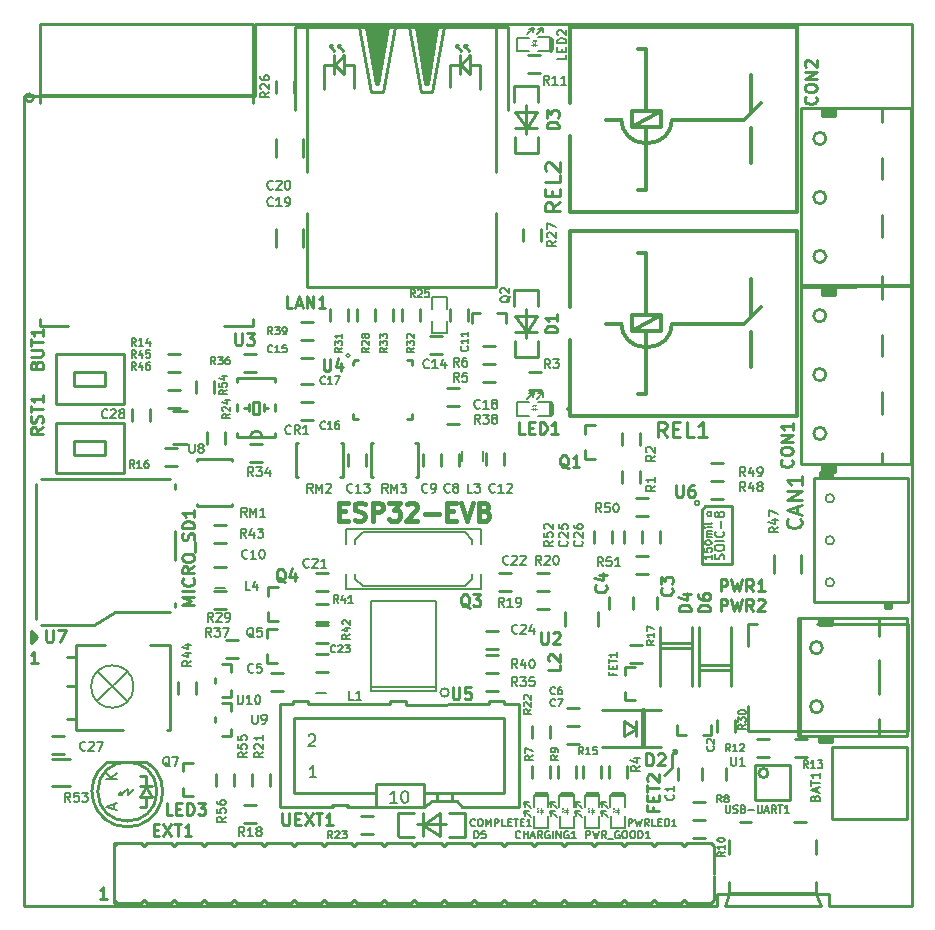
<source format=gbr>
G04 #@! TF.GenerationSoftware,KiCad,Pcbnew,no-vcs-found-ddec803~58~ubuntu14.04.1*
G04 #@! TF.CreationDate,2017-06-01T11:20:14+03:00*
G04 #@! TF.ProjectId,ESP32-EVB_Rev_C,45535033322D4556425F5265765F432E,C*
G04 #@! TF.FileFunction,Legend,Top*
G04 #@! TF.FilePolarity,Positive*
%FSLAX46Y46*%
G04 Gerber Fmt 4.6, Leading zero omitted, Abs format (unit mm)*
G04 Created by KiCad (PCBNEW no-vcs-found-ddec803~58~ubuntu14.04.1) date Thu Jun  1 11:20:14 2017*
%MOMM*%
%LPD*%
G01*
G04 APERTURE LIST*
%ADD10C,0.100000*%
%ADD11C,0.254000*%
%ADD12C,0.381000*%
%ADD13C,0.250000*%
%ADD14C,0.203200*%
%ADD15C,0.127000*%
%ADD16C,0.150000*%
%ADD17C,0.200000*%
%ADD18C,0.300000*%
%ADD19C,0.400000*%
%ADD20C,0.050000*%
%ADD21C,0.158750*%
%ADD22C,0.190500*%
G04 APERTURE END LIST*
D10*
D11*
X124460000Y-130048000D02*
X123825000Y-130683000D01*
X137795000Y-141732000D02*
X144780000Y-141732000D01*
X137795000Y-140716000D02*
X137795000Y-141732000D01*
X128270000Y-140716000D02*
X137795000Y-140716000D01*
X128270000Y-141732000D02*
X128270000Y-140716000D01*
X69596000Y-141732000D02*
X128270000Y-141732000D01*
D12*
X96302285Y-108349142D02*
X96810285Y-108349142D01*
X97028000Y-109147428D02*
X96302285Y-109147428D01*
X96302285Y-107623428D01*
X97028000Y-107623428D01*
X97608571Y-109074857D02*
X97826285Y-109147428D01*
X98189142Y-109147428D01*
X98334285Y-109074857D01*
X98406857Y-109002285D01*
X98479428Y-108857142D01*
X98479428Y-108712000D01*
X98406857Y-108566857D01*
X98334285Y-108494285D01*
X98189142Y-108421714D01*
X97898857Y-108349142D01*
X97753714Y-108276571D01*
X97681142Y-108204000D01*
X97608571Y-108058857D01*
X97608571Y-107913714D01*
X97681142Y-107768571D01*
X97753714Y-107696000D01*
X97898857Y-107623428D01*
X98261714Y-107623428D01*
X98479428Y-107696000D01*
X99132571Y-109147428D02*
X99132571Y-107623428D01*
X99713142Y-107623428D01*
X99858285Y-107696000D01*
X99930857Y-107768571D01*
X100003428Y-107913714D01*
X100003428Y-108131428D01*
X99930857Y-108276571D01*
X99858285Y-108349142D01*
X99713142Y-108421714D01*
X99132571Y-108421714D01*
X100511428Y-107623428D02*
X101454857Y-107623428D01*
X100946857Y-108204000D01*
X101164571Y-108204000D01*
X101309714Y-108276571D01*
X101382285Y-108349142D01*
X101454857Y-108494285D01*
X101454857Y-108857142D01*
X101382285Y-109002285D01*
X101309714Y-109074857D01*
X101164571Y-109147428D01*
X100729142Y-109147428D01*
X100584000Y-109074857D01*
X100511428Y-109002285D01*
X102035428Y-107768571D02*
X102108000Y-107696000D01*
X102253142Y-107623428D01*
X102616000Y-107623428D01*
X102761142Y-107696000D01*
X102833714Y-107768571D01*
X102906285Y-107913714D01*
X102906285Y-108058857D01*
X102833714Y-108276571D01*
X101962857Y-109147428D01*
X102906285Y-109147428D01*
X103559428Y-108566857D02*
X104720571Y-108566857D01*
X105446285Y-108349142D02*
X105954285Y-108349142D01*
X106172000Y-109147428D02*
X105446285Y-109147428D01*
X105446285Y-107623428D01*
X106172000Y-107623428D01*
X106607428Y-107623428D02*
X107115428Y-109147428D01*
X107623428Y-107623428D01*
X108639428Y-108349142D02*
X108857142Y-108421714D01*
X108929714Y-108494285D01*
X109002285Y-108639428D01*
X109002285Y-108857142D01*
X108929714Y-109002285D01*
X108857142Y-109074857D01*
X108712000Y-109147428D01*
X108131428Y-109147428D01*
X108131428Y-107623428D01*
X108639428Y-107623428D01*
X108784571Y-107696000D01*
X108857142Y-107768571D01*
X108929714Y-107913714D01*
X108929714Y-108058857D01*
X108857142Y-108204000D01*
X108784571Y-108276571D01*
X108639428Y-108349142D01*
X108131428Y-108349142D01*
D11*
X124841000Y-128778000D02*
X124841000Y-128524000D01*
X124587000Y-128524000D02*
X124841000Y-128778000D01*
X124841000Y-128524000D02*
X124587000Y-128524000D01*
X124460000Y-128905000D02*
X124841000Y-128524000D01*
X124460000Y-130048000D02*
X124460000Y-128905000D01*
X76617285Y-141175619D02*
X76036714Y-141175619D01*
X76327000Y-141175619D02*
X76327000Y-140159619D01*
X76230238Y-140304761D01*
X76133476Y-140401523D01*
X76036714Y-140449904D01*
X70485000Y-118745000D02*
X70485000Y-119253000D01*
X70358000Y-118618000D02*
X70358000Y-119380000D01*
X70231000Y-118491000D02*
X70231000Y-119507000D01*
X70739000Y-118999000D02*
X70231000Y-118491000D01*
X70231000Y-119507000D02*
X70739000Y-118999000D01*
D13*
X70770714Y-121229380D02*
X70199285Y-121229380D01*
X70485000Y-121229380D02*
X70485000Y-120229380D01*
X70389761Y-120372238D01*
X70294523Y-120467476D01*
X70199285Y-120515095D01*
D11*
X115768842Y-99669600D02*
G75*
G03X115768842Y-99669600I-71842J0D01*
G01*
X89154000Y-67056000D02*
X144780000Y-67056000D01*
X89154000Y-73152000D02*
X89154000Y-67056000D01*
X69596000Y-73152000D02*
X89154000Y-73152000D01*
X69596000Y-141732000D02*
X69596000Y-73152000D01*
X144780000Y-141732000D02*
X144780000Y-67056000D01*
X128936000Y-141732000D02*
X129317000Y-140716000D01*
X137064000Y-141732000D02*
X136683000Y-140716000D01*
X136700000Y-136203000D02*
X136700000Y-137403000D01*
X129300000Y-140703000D02*
X129300000Y-139703000D01*
X137064000Y-141803000D02*
X128936000Y-141803000D01*
X136700000Y-139703000D02*
X136700000Y-140703000D01*
X135800000Y-134703000D02*
X134800000Y-134703000D01*
X131200000Y-134703000D02*
X130200000Y-134703000D01*
X129300000Y-136203000D02*
X129300000Y-137403000D01*
X136700000Y-140703000D02*
X129300000Y-140703000D01*
X131469000Y-132818000D02*
X131469000Y-129818000D01*
X132609512Y-130518000D02*
G75*
G03X132609512Y-130518000I-390512J0D01*
G01*
X131469000Y-132818000D02*
X134469000Y-132818000D01*
X134469000Y-132818000D02*
X134469000Y-129818000D01*
X134469000Y-129818000D02*
X131469000Y-129818000D01*
D14*
X127832566Y-108585000D02*
G75*
G03X127832566Y-108585000I-197566J0D01*
G01*
D11*
X129540000Y-107913000D02*
X129540000Y-112813000D01*
X127270000Y-107913000D02*
X129540000Y-107913000D01*
X127000000Y-108213000D02*
X127270000Y-107913000D01*
X127000000Y-112813000D02*
X127000000Y-108213000D01*
X129540000Y-112813000D02*
X127000000Y-112813000D01*
D14*
X126803866Y-107637580D02*
G75*
G03X126803866Y-107637580I-197566J0D01*
G01*
D15*
X98996500Y-123190000D02*
X104457500Y-123190000D01*
D16*
X98996500Y-115951000D02*
X98996500Y-123571000D01*
X104457500Y-123571000D02*
X104457500Y-115951000D01*
X98996500Y-115951000D02*
X104457500Y-115951000D01*
X104457500Y-123571000D02*
X98996500Y-123571000D01*
X105578710Y-123698000D02*
G75*
G03X105578710Y-123698000I-359210J0D01*
G01*
X78885051Y-123190000D02*
G75*
G03X78885051Y-123190000I-1796051J0D01*
G01*
X75809000Y-124400000D02*
X78309000Y-121950000D01*
X78309000Y-124450000D02*
X75859000Y-121950000D01*
D13*
X82009000Y-126900000D02*
X81759000Y-126900000D01*
X82009000Y-119650000D02*
X82009000Y-126900000D01*
X80259000Y-119650000D02*
X82009000Y-119650000D01*
X74009000Y-119650000D02*
X76509000Y-119650000D01*
X74009000Y-126900000D02*
X74009000Y-119650000D01*
X78009000Y-126900000D02*
X74009000Y-126900000D01*
X73259000Y-120650000D02*
X74009000Y-120650000D01*
X73259000Y-123150000D02*
X74009000Y-123150000D01*
X73259000Y-125900000D02*
X74009000Y-125900000D01*
D11*
X80006834Y-129578572D02*
G75*
G02X76709000Y-129580000I-1647834J-2501428D01*
G01*
X79959000Y-133380000D02*
X79459000Y-133380000D01*
X79959000Y-130780000D02*
X79459000Y-130780000D01*
D15*
X77759000Y-132334000D02*
X77632000Y-132334000D01*
X77632000Y-132334000D02*
X77759000Y-132207000D01*
X78902000Y-131826000D02*
X78394000Y-132334000D01*
X78394000Y-132334000D02*
X78394000Y-131826000D01*
X78394000Y-131826000D02*
X77759000Y-132334000D01*
X77759000Y-132334000D02*
X77886000Y-132334000D01*
X77886000Y-132334000D02*
X77759000Y-132080000D01*
X77759000Y-132080000D02*
X77632000Y-132334000D01*
D11*
X79959000Y-132580000D02*
X79959000Y-133380000D01*
X79959000Y-130780000D02*
X79959000Y-131580000D01*
X79459000Y-131580000D02*
X80459000Y-131580000D01*
X80459000Y-132580000D02*
X79459000Y-132580000D01*
X79459000Y-132580000D02*
X79959000Y-131680000D01*
X79959000Y-131680000D02*
X80459000Y-132580000D01*
X80859000Y-132080000D02*
G75*
G03X80859000Y-132080000I-2500000J0D01*
G01*
X76709000Y-129580000D02*
X80009000Y-129580000D01*
X80009000Y-129580000D02*
X80009000Y-129580000D01*
D17*
X97226873Y-95145860D02*
G75*
G03X97226873Y-95145860I-176013J0D01*
G01*
D11*
X97850960Y-95544640D02*
X97624900Y-95544640D01*
X102448360Y-95544640D02*
X102047040Y-95544640D01*
X102448360Y-95945960D02*
X102448360Y-95544640D01*
X102448360Y-100543360D02*
X102448360Y-100142040D01*
X102047040Y-100543360D02*
X102448360Y-100543360D01*
X97449640Y-100543360D02*
X97850960Y-100543360D01*
X97449640Y-100142040D02*
X97449640Y-100543360D01*
X97449640Y-95719900D02*
X97449640Y-95945960D01*
X97624900Y-95544640D02*
X97449640Y-95719900D01*
D15*
X104140000Y-91186000D02*
X104140000Y-90170000D01*
X104140000Y-90170000D02*
X105410000Y-90170000D01*
X105410000Y-90170000D02*
X105410000Y-91186000D01*
X104140000Y-93218000D02*
X105410000Y-93218000D01*
X105410000Y-93218000D02*
X105410000Y-92202000D01*
X104140000Y-93218000D02*
X104140000Y-92202000D01*
D11*
X71010000Y-67133000D02*
X89010000Y-67133000D01*
X71010000Y-73133000D02*
X89010000Y-73133000D01*
X70419411Y-73353000D02*
G75*
G03X70419411Y-73353000I-339411J0D01*
G01*
X89010000Y-67133000D02*
X89010000Y-73753000D01*
X71010000Y-92633000D02*
X71010000Y-92043000D01*
X71010000Y-92633000D02*
X73380000Y-92633000D01*
X89010000Y-92633000D02*
X86520000Y-92633000D01*
X89010000Y-92633000D02*
X89010000Y-92093000D01*
X71010000Y-67133000D02*
X71010000Y-73753000D01*
X77284580Y-116852700D02*
X75577700Y-117944900D01*
X70609460Y-106027220D02*
X70609460Y-117513100D01*
X71038720Y-105585260D02*
X81975960Y-105585260D01*
X71038720Y-117944900D02*
X75557380Y-117944900D01*
X82405220Y-116123720D02*
X82405220Y-116423440D01*
X82405220Y-110025180D02*
X82405220Y-112473740D01*
X82405220Y-106017060D02*
X82405220Y-106486960D01*
X81975960Y-116852700D02*
X77284580Y-116852700D01*
X136500000Y-105565000D02*
X144500000Y-105565000D01*
X136500000Y-116065000D02*
X144500000Y-116065000D01*
X144500000Y-105565000D02*
X144500000Y-116065000D01*
X136500000Y-116065000D02*
X136500000Y-105565000D01*
D15*
X138200210Y-107259000D02*
G75*
G03X138200210Y-107259000I-359210J0D01*
G01*
X138200210Y-107259000D02*
G75*
G03X138200210Y-107259000I-359210J0D01*
G01*
X138200210Y-110815000D02*
G75*
G03X138200210Y-110815000I-359210J0D01*
G01*
X138200210Y-110815000D02*
G75*
G03X138200210Y-110815000I-359210J0D01*
G01*
X138200210Y-114371000D02*
G75*
G03X138200210Y-114371000I-359210J0D01*
G01*
X138200210Y-114371000D02*
G75*
G03X138200210Y-114371000I-359210J0D01*
G01*
D11*
X138000000Y-105065000D02*
X138000000Y-105565000D01*
X137000000Y-105065000D02*
X137000000Y-105565000D01*
X138000000Y-105065000D02*
X137000000Y-105065000D01*
X138000000Y-105215000D02*
X137000000Y-105215000D01*
X138000000Y-105415000D02*
X137000000Y-105415000D01*
X143000000Y-116065000D02*
X143000000Y-116565000D01*
X143000000Y-116565000D02*
X142500000Y-116565000D01*
X142500000Y-116565000D02*
X142500000Y-116065000D01*
X143000000Y-116415000D02*
X142500000Y-116415000D01*
X143000000Y-116215000D02*
X142500000Y-116215000D01*
X97007680Y-133256020D02*
X97007680Y-133423660D01*
X95722440Y-133256020D02*
X96994980Y-133256020D01*
X95714820Y-133416040D02*
X95722440Y-133256020D01*
X96956880Y-133421120D02*
X99354640Y-133421120D01*
X99400360Y-131429760D02*
X103441500Y-131427220D01*
X99400360Y-133421120D02*
X99400360Y-131429760D01*
X106240580Y-132875020D02*
X106715560Y-133383020D01*
D16*
X106177080Y-132887720D02*
X106253280Y-132887720D01*
X106108500Y-132887720D02*
X106189780Y-132887720D01*
D11*
X104152700Y-132887720D02*
X106159300Y-132887720D01*
X103477060Y-133403340D02*
X104127300Y-132900420D01*
X103446580Y-131427220D02*
X103451660Y-133416040D01*
X106728260Y-133395720D02*
X111483140Y-133398260D01*
X92369640Y-124383800D02*
X92369640Y-124696220D01*
X93672660Y-124383800D02*
X92369640Y-124383800D01*
X93672660Y-124703840D02*
X93672660Y-124383800D01*
X100611940Y-124703840D02*
X93672660Y-124703840D01*
X100617020Y-124399040D02*
X100611940Y-124703840D01*
X101927660Y-124393960D02*
X100617020Y-124399040D01*
X101932740Y-124719080D02*
X101927660Y-124393960D01*
X108943140Y-124698760D02*
X101932740Y-124719080D01*
X108943140Y-124393960D02*
X108943140Y-124698760D01*
X110246160Y-124393960D02*
X108943140Y-124393960D01*
X110246160Y-124691140D02*
X110246160Y-124393960D01*
X111500920Y-124693680D02*
X110246160Y-124691140D01*
X99387660Y-132189220D02*
X92539820Y-132191760D01*
X99400360Y-133418580D02*
X103449120Y-133416040D01*
X92468700Y-125844300D02*
X110210600Y-125857000D01*
X91262200Y-124701300D02*
X92367100Y-124701300D01*
X91274900Y-124714000D02*
X91274900Y-133426200D01*
X92468700Y-125844300D02*
X92468700Y-132194300D01*
X110223300Y-125869700D02*
X110223300Y-132219700D01*
X103466900Y-132207000D02*
X110210600Y-132219700D01*
X91287600Y-133413500D02*
X95758000Y-133413500D01*
X111531400Y-124714000D02*
X111531400Y-133426200D01*
X104546400Y-132219700D02*
X104546400Y-132867400D01*
X105867200Y-132207000D02*
X105867200Y-132867400D01*
D18*
X135076000Y-82984000D02*
X135076000Y-67384000D01*
X115876000Y-82984000D02*
X135076000Y-82984000D01*
X135076000Y-67384000D02*
X115876000Y-67384000D01*
X115876000Y-82984000D02*
X115876000Y-76584000D01*
X115876000Y-73784000D02*
X115876000Y-67384000D01*
X121576000Y-81184000D02*
X122276000Y-81184000D01*
X121576000Y-69184000D02*
X122276000Y-69184000D01*
X122276000Y-81184000D02*
X122276000Y-75784000D01*
X122276000Y-69184000D02*
X122276000Y-74484000D01*
X123576000Y-75784000D02*
X123576000Y-74484000D01*
X121076000Y-75784000D02*
X123576000Y-75784000D01*
X121076000Y-74484000D02*
X121076000Y-75784000D01*
X123576000Y-74484000D02*
X121076000Y-74484000D01*
X123576000Y-74484000D02*
X121076000Y-75784000D01*
X118876000Y-75184000D02*
X120176000Y-75184000D01*
X120176000Y-75184000D02*
G75*
G03X122176000Y-77184000I2000000J0D01*
G01*
X122476000Y-77184000D02*
G75*
G03X124476000Y-75184000I0J2000000D01*
G01*
X122576000Y-77184000D02*
X122076000Y-77184000D01*
X131176000Y-78884000D02*
X131176000Y-75884000D01*
X131176000Y-71384000D02*
X131176000Y-74484000D01*
X130376000Y-75184000D02*
X130576000Y-75184000D01*
X124476000Y-75184000D02*
X130376000Y-75184000D01*
X130576000Y-75184000D02*
X131976000Y-73784000D01*
X135076000Y-100256000D02*
X135076000Y-84656000D01*
X115876000Y-100256000D02*
X135076000Y-100256000D01*
X135076000Y-84656000D02*
X115876000Y-84656000D01*
X115876000Y-100256000D02*
X115876000Y-93856000D01*
X115876000Y-91056000D02*
X115876000Y-84656000D01*
X121576000Y-98456000D02*
X122276000Y-98456000D01*
X121576000Y-86456000D02*
X122276000Y-86456000D01*
X122276000Y-98456000D02*
X122276000Y-93056000D01*
X122276000Y-86456000D02*
X122276000Y-91756000D01*
X123576000Y-93056000D02*
X123576000Y-91756000D01*
X121076000Y-93056000D02*
X123576000Y-93056000D01*
X121076000Y-91756000D02*
X121076000Y-93056000D01*
X123576000Y-91756000D02*
X121076000Y-91756000D01*
X123576000Y-91756000D02*
X121076000Y-93056000D01*
X118876000Y-92456000D02*
X120176000Y-92456000D01*
X120176000Y-92456000D02*
G75*
G03X122176000Y-94456000I2000000J0D01*
G01*
X122476000Y-94456000D02*
G75*
G03X124476000Y-92456000I0J2000000D01*
G01*
X122576000Y-94456000D02*
X122076000Y-94456000D01*
X131176000Y-96156000D02*
X131176000Y-93156000D01*
X131176000Y-88656000D02*
X131176000Y-91756000D01*
X130376000Y-92456000D02*
X130576000Y-92456000D01*
X124476000Y-92456000D02*
X130376000Y-92456000D01*
X130576000Y-92456000D02*
X131976000Y-91056000D01*
D11*
X98600260Y-67360800D02*
X100401120Y-67360800D01*
X99400360Y-72161400D02*
X98600260Y-67360800D01*
X99601020Y-72161400D02*
X99400360Y-72161400D01*
X100401120Y-67360800D02*
X99601020Y-72161400D01*
X102798880Y-67360800D02*
X104599740Y-67360800D01*
X103598980Y-72161400D02*
X102798880Y-67360800D01*
X103799640Y-72161400D02*
X103598980Y-72161400D01*
X104599740Y-67360800D02*
X103799640Y-72161400D01*
X110600000Y-67359000D02*
X110600000Y-74359000D01*
X109600000Y-67359000D02*
X110600000Y-67359000D01*
X92600000Y-67359000D02*
X92600000Y-74359000D01*
X93600000Y-67359000D02*
X92600000Y-67359000D01*
X99001580Y-72859900D02*
X98000820Y-67360800D01*
X100002340Y-72859900D02*
X99001580Y-72859900D01*
X101000560Y-67360800D02*
X100002340Y-72859900D01*
X103197660Y-72859900D02*
X102199440Y-67360800D01*
X104198420Y-72859900D02*
X103197660Y-72859900D01*
X105199180Y-67360800D02*
X104198420Y-72859900D01*
X95501460Y-68859400D02*
X95501460Y-69060060D01*
X95501460Y-68859400D02*
X95702120Y-68859400D01*
X95900240Y-69359780D02*
X95501460Y-68859400D01*
X96202500Y-68859400D02*
X96202500Y-69060060D01*
X96202500Y-68859400D02*
X96400620Y-68859400D01*
X96601280Y-69359780D02*
X96202500Y-68859400D01*
X97533460Y-70561200D02*
X97533460Y-72499220D01*
X96832420Y-70561200D02*
X97533460Y-70561200D01*
X95834200Y-69761100D02*
X95834200Y-71361300D01*
X95933260Y-70561200D02*
X96733360Y-71361300D01*
X96733360Y-69761100D02*
X95933260Y-70561200D01*
X96733360Y-69761100D02*
X96733360Y-71361300D01*
X95034100Y-70561200D02*
X95732600Y-70561200D01*
X95034100Y-72588120D02*
X95034100Y-70561200D01*
X106199940Y-68859400D02*
X106199940Y-69060060D01*
X106199940Y-68859400D02*
X106398060Y-68859400D01*
X106598720Y-69359780D02*
X106199940Y-68859400D01*
X106898440Y-68859400D02*
X106898440Y-69060060D01*
X106898440Y-68859400D02*
X107099100Y-68859400D01*
X107299760Y-69359780D02*
X106898440Y-68859400D01*
X105700000Y-70559000D02*
X105700000Y-72459000D01*
X106398060Y-70561200D02*
X105699560Y-70561200D01*
X106499660Y-71361300D02*
X106499660Y-69761100D01*
X106598720Y-70561200D02*
X107398820Y-69761100D01*
X107398820Y-71361300D02*
X106598720Y-70561200D01*
X107400000Y-71359000D02*
X107400000Y-69759000D01*
X108200000Y-70559000D02*
X107500000Y-70559000D01*
X108200000Y-72559000D02*
X108200000Y-70559000D01*
X109600000Y-83109000D02*
X109600000Y-89359000D01*
X109600000Y-67359000D02*
X109600000Y-79609000D01*
X93600000Y-67359000D02*
X109600000Y-67359000D01*
X93600000Y-79609000D02*
X93600000Y-67359000D01*
X93600000Y-89359000D02*
X93600000Y-83109000D01*
X109600000Y-89359000D02*
X93600000Y-89359000D01*
X103700000Y-72159000D02*
X103050000Y-67369000D01*
X103710000Y-72009000D02*
X104360000Y-67379000D01*
X103720000Y-71399000D02*
X103160000Y-67369000D01*
X103710000Y-71109000D02*
X104120000Y-67379000D01*
X103730000Y-70589000D02*
X103370000Y-67379000D01*
X103680000Y-69879000D02*
X103870000Y-67369000D01*
X103770000Y-68999000D02*
X103570000Y-67359000D01*
X103600000Y-68229000D02*
X103740000Y-67419000D01*
X99510000Y-71969000D02*
X98790000Y-67369000D01*
X99500000Y-71799000D02*
X100170000Y-67379000D01*
X99510000Y-71219000D02*
X98990000Y-67489000D01*
X99450000Y-70749000D02*
X99930000Y-67389000D01*
X99580000Y-69999000D02*
X99180000Y-67429000D01*
X99550000Y-69579000D02*
X99700000Y-67399000D01*
X99620000Y-68969000D02*
X99340000Y-67389000D01*
X99510000Y-68259000D02*
X99510000Y-67389000D01*
X138049000Y-134381240D02*
X138046460Y-128325880D01*
X138043920Y-134383780D02*
X144353280Y-134383780D01*
X144353280Y-134383780D02*
X144353280Y-128303020D01*
X144353280Y-128303020D02*
X138059160Y-128303020D01*
X127000000Y-130048000D02*
X127000000Y-131064000D01*
X124968000Y-130048000D02*
X124968000Y-131064000D01*
X127000000Y-130048000D02*
X127000000Y-131064000D01*
X129032000Y-130048000D02*
X129032000Y-131064000D01*
X90551000Y-122047000D02*
X91567000Y-122047000D01*
X90551000Y-123571000D02*
X91567000Y-123571000D01*
X115570000Y-124968000D02*
X116586000Y-124968000D01*
X115570000Y-126492000D02*
X116586000Y-126492000D01*
X115570000Y-126492000D02*
X116586000Y-126492000D01*
X115570000Y-128016000D02*
X116586000Y-128016000D01*
X106426000Y-104521000D02*
X106426000Y-103505000D01*
X104902000Y-104521000D02*
X104902000Y-103505000D01*
X104902000Y-104521000D02*
X104902000Y-103505000D01*
X103378000Y-104521000D02*
X103378000Y-103505000D01*
X85725000Y-113030000D02*
X86741000Y-113030000D01*
X85725000Y-110998000D02*
X86741000Y-110998000D01*
X107188000Y-91186000D02*
X107188000Y-92202000D01*
X105664000Y-91186000D02*
X105664000Y-92202000D01*
X110236000Y-103378000D02*
X110236000Y-104394000D01*
X108712000Y-103378000D02*
X108712000Y-104394000D01*
X98552000Y-103505000D02*
X98552000Y-104521000D01*
X97028000Y-103505000D02*
X97028000Y-104521000D01*
X104013000Y-94996000D02*
X105029000Y-94996000D01*
X104013000Y-93472000D02*
X105029000Y-93472000D01*
X94107000Y-93853000D02*
X93091000Y-93853000D01*
X94107000Y-95377000D02*
X93091000Y-95377000D01*
X94107000Y-99060000D02*
X93091000Y-99060000D01*
X94107000Y-100584000D02*
X93091000Y-100584000D01*
X94107000Y-99060000D02*
X93091000Y-99060000D01*
X94107000Y-97536000D02*
X93091000Y-97536000D01*
X106426000Y-99441000D02*
X105410000Y-99441000D01*
X106426000Y-97917000D02*
X105410000Y-97917000D01*
X138300000Y-89924000D02*
X138300000Y-89224000D01*
X137200000Y-89924000D02*
X138300000Y-89924000D01*
X137200000Y-89224000D02*
X137200000Y-89924000D01*
X137240000Y-104894000D02*
X138300000Y-104894000D01*
X137200000Y-105024000D02*
X138300000Y-105024000D01*
X138300000Y-105024000D02*
X138300000Y-104324000D01*
X137200000Y-104324000D02*
X137200000Y-105024000D01*
X142300000Y-90404000D02*
X142300000Y-89214000D01*
X142300000Y-95224000D02*
X142300000Y-93404000D01*
X142300000Y-100154000D02*
X142300000Y-98294000D01*
X142300000Y-103414000D02*
X142300000Y-104314000D01*
X135410000Y-104324000D02*
X144690000Y-104314000D01*
X135410000Y-89224000D02*
X135410000Y-104324000D01*
X144690000Y-89214000D02*
X135410000Y-89224000D01*
X144690000Y-104314000D02*
X144690000Y-89214000D01*
X137513450Y-91794000D02*
G75*
G03X137513450Y-91794000I-523450J0D01*
G01*
X137200000Y-89444000D02*
X138300000Y-89444000D01*
X137200000Y-89624000D02*
X138290000Y-89624000D01*
X137200000Y-89874000D02*
X138300000Y-89874000D01*
X137200000Y-104524000D02*
X138300000Y-104524000D01*
X137200000Y-104764000D02*
X138300000Y-104764000D01*
X137513450Y-96784000D02*
G75*
G03X137513450Y-96784000I-523450J0D01*
G01*
X137523450Y-101774000D02*
G75*
G03X137523450Y-101774000I-523450J0D01*
G01*
X137523450Y-86774000D02*
G75*
G03X137523450Y-86774000I-523450J0D01*
G01*
X137513450Y-81784000D02*
G75*
G03X137513450Y-81784000I-523450J0D01*
G01*
X137200000Y-89764000D02*
X138300000Y-89764000D01*
X137200000Y-89524000D02*
X138300000Y-89524000D01*
X137200000Y-74874000D02*
X138300000Y-74874000D01*
X137200000Y-74624000D02*
X138290000Y-74624000D01*
X137200000Y-74444000D02*
X138300000Y-74444000D01*
X137513450Y-76794000D02*
G75*
G03X137513450Y-76794000I-523450J0D01*
G01*
X144690000Y-89314000D02*
X144690000Y-74214000D01*
X144690000Y-74214000D02*
X135410000Y-74224000D01*
X135410000Y-74224000D02*
X135410000Y-89324000D01*
X135410000Y-89324000D02*
X144690000Y-89314000D01*
X142300000Y-88414000D02*
X142300000Y-89314000D01*
X142300000Y-85154000D02*
X142300000Y-83294000D01*
X142300000Y-80224000D02*
X142300000Y-78404000D01*
X142300000Y-75404000D02*
X142300000Y-74214000D01*
X137200000Y-89324000D02*
X137200000Y-90024000D01*
X138300000Y-90024000D02*
X138300000Y-89324000D01*
X137200000Y-90024000D02*
X138300000Y-90024000D01*
X137240000Y-89894000D02*
X138300000Y-89894000D01*
X137200000Y-74224000D02*
X137200000Y-74924000D01*
X137200000Y-74924000D02*
X138300000Y-74924000D01*
X138300000Y-74924000D02*
X138300000Y-74224000D01*
X90881000Y-102068000D02*
X87681000Y-102068000D01*
X87681000Y-97068000D02*
X90881000Y-97068000D01*
X90881000Y-102068000D02*
X90881000Y-101768000D01*
X90881000Y-99868000D02*
X90881000Y-99268000D01*
X90881000Y-97368000D02*
X90881000Y-97068000D01*
X87681000Y-102068000D02*
X87681000Y-101768000D01*
X87681000Y-99868000D02*
X87681000Y-99268000D01*
X87681000Y-97368000D02*
X87681000Y-97068000D01*
X89535000Y-100076000D02*
X89535000Y-99060000D01*
X89535000Y-99060000D02*
X89027000Y-99060000D01*
X89027000Y-99060000D02*
X89027000Y-100076000D01*
X89027000Y-100076000D02*
X89535000Y-100076000D01*
X89916000Y-99895660D02*
X89916000Y-99568000D01*
X89916000Y-99568000D02*
X89916000Y-99240340D01*
X89916000Y-99568000D02*
X90297000Y-99568000D01*
X88646000Y-99895660D02*
X88646000Y-99568000D01*
X88646000Y-99568000D02*
X88646000Y-99240340D01*
X88646000Y-99568000D02*
X88265000Y-99568000D01*
X89781000Y-102058000D02*
G75*
G03X88781000Y-102058000I-500000J0D01*
G01*
X111137700Y-89623900D02*
X113157000Y-89623900D01*
X113157000Y-89623900D02*
X113157000Y-90995500D01*
X111137700Y-89623900D02*
X111137700Y-90995500D01*
X111150400Y-95275400D02*
X113144300Y-95275400D01*
X113157000Y-95250000D02*
X113157000Y-93954600D01*
X111150400Y-95262700D02*
X111150400Y-93967300D01*
X112128300Y-91211400D02*
X112128300Y-93687900D01*
X113080800Y-91795600D02*
X112166400Y-93167200D01*
X112166400Y-93167200D02*
X111175800Y-91795600D01*
X113080800Y-93167200D02*
X111175800Y-93167200D01*
X113080800Y-91795600D02*
X111175800Y-91795600D01*
D19*
X121981000Y-128221000D02*
X121981000Y-125221000D01*
D11*
X123530360Y-128348740D02*
X118531640Y-128348740D01*
X118531640Y-125143260D02*
X123530360Y-125143260D01*
X120396000Y-126111000D02*
X120396000Y-127381000D01*
X120396000Y-127381000D02*
X121412000Y-126746000D01*
X120396000Y-126111000D02*
X121412000Y-126746000D01*
X121412000Y-126111000D02*
X121412000Y-127381000D01*
X111137700Y-72351900D02*
X113157000Y-72351900D01*
X113157000Y-72351900D02*
X113157000Y-73723500D01*
X111137700Y-72351900D02*
X111137700Y-73723500D01*
X111150400Y-78003400D02*
X113144300Y-78003400D01*
X113157000Y-77978000D02*
X113157000Y-76682600D01*
X111150400Y-77990700D02*
X111150400Y-76695300D01*
X112128300Y-73939400D02*
X112128300Y-76415900D01*
X113080800Y-74523600D02*
X112166400Y-75895200D01*
X112166400Y-75895200D02*
X111175800Y-74523600D01*
X113080800Y-75895200D02*
X111175800Y-75895200D01*
X113080800Y-74523600D02*
X111175800Y-74523600D01*
X126191000Y-119960000D02*
X123491000Y-119960000D01*
X126191000Y-123150000D02*
X126191000Y-118150000D01*
X126191000Y-119520000D02*
X123491000Y-119520000D01*
X123491000Y-118150000D02*
X123491000Y-123150000D01*
X106972100Y-133870700D02*
X106972100Y-135890000D01*
X106972100Y-135890000D02*
X105600500Y-135890000D01*
X106972100Y-133870700D02*
X105600500Y-133870700D01*
X101320600Y-133883400D02*
X101320600Y-135877300D01*
X101346000Y-135890000D02*
X102641400Y-135890000D01*
X101333300Y-133883400D02*
X102628700Y-133883400D01*
X105384600Y-134861300D02*
X102908100Y-134861300D01*
X104800400Y-135813800D02*
X103428800Y-134899400D01*
X103428800Y-134899400D02*
X104800400Y-133908800D01*
X103428800Y-135813800D02*
X103428800Y-133908800D01*
X104800400Y-135813800D02*
X104800400Y-133908800D01*
X120523000Y-123647200D02*
X120523000Y-124358400D01*
X121361200Y-124358400D02*
X120523000Y-124358400D01*
X121361200Y-121513600D02*
X120523000Y-121513600D01*
X120523000Y-121513600D02*
X120523000Y-122224800D01*
D15*
X95173800Y-121920000D02*
X94335600Y-121920000D01*
X95173800Y-123698000D02*
X94335600Y-123698000D01*
X106680000Y-104063800D02*
X106680000Y-103225600D01*
X108458000Y-104063800D02*
X108458000Y-103225600D01*
X86664800Y-113030000D02*
X85826600Y-113030000D01*
X86664800Y-114808000D02*
X85826600Y-114808000D01*
X111379000Y-99110800D02*
X112395000Y-99110800D01*
X111379000Y-100279200D02*
X112395000Y-100279200D01*
X111379000Y-99110800D02*
X111379000Y-100279200D01*
X114173000Y-100279200D02*
X113157000Y-100279200D01*
X113157000Y-99060000D02*
X114173000Y-99060000D01*
D10*
X112516000Y-99695000D02*
X113036000Y-99695000D01*
X112686000Y-99585000D02*
X112686000Y-99805000D01*
X112686000Y-99585000D02*
X112796000Y-99685000D01*
X112686000Y-99805000D02*
X112786000Y-99705000D01*
X112876000Y-99585000D02*
X112876000Y-99805000D01*
D20*
X112666000Y-99445000D02*
X112796000Y-99335000D01*
X112806000Y-99315000D02*
X112726000Y-99325000D01*
X112806000Y-99315000D02*
X112806000Y-99395000D01*
X112996000Y-99315000D02*
X112996000Y-99395000D01*
X112996000Y-99315000D02*
X112916000Y-99325000D01*
X112856000Y-99445000D02*
X112986000Y-99335000D01*
D16*
X112229900Y-98831400D02*
X112776000Y-98259900D01*
X112788700Y-98259900D02*
X112369600Y-98348800D01*
X112788700Y-98272600D02*
X112737900Y-98666300D01*
X113576100Y-98272600D02*
X113525300Y-98666300D01*
X113576100Y-98259900D02*
X113157000Y-98348800D01*
X113017300Y-98831400D02*
X113563400Y-98259900D01*
D11*
X114185700Y-99123500D02*
X114338100Y-99250500D01*
X114185700Y-100215700D02*
X114325400Y-100088700D01*
X114338100Y-99250500D02*
X114338100Y-100076000D01*
X114173000Y-100177600D02*
X114173000Y-99136200D01*
X114173000Y-69316600D02*
X114173000Y-68275200D01*
X114338100Y-68389500D02*
X114338100Y-69215000D01*
X114185700Y-69354700D02*
X114325400Y-69227700D01*
X114185700Y-68262500D02*
X114338100Y-68389500D01*
D16*
X113017300Y-67970400D02*
X113563400Y-67398900D01*
X113576100Y-67398900D02*
X113157000Y-67487800D01*
X113576100Y-67411600D02*
X113525300Y-67805300D01*
X112788700Y-67411600D02*
X112737900Y-67805300D01*
X112788700Y-67398900D02*
X112369600Y-67487800D01*
X112229900Y-67970400D02*
X112776000Y-67398900D01*
D20*
X112856000Y-68584000D02*
X112986000Y-68474000D01*
X112996000Y-68454000D02*
X112916000Y-68464000D01*
X112996000Y-68454000D02*
X112996000Y-68534000D01*
X112806000Y-68454000D02*
X112806000Y-68534000D01*
X112806000Y-68454000D02*
X112726000Y-68464000D01*
X112666000Y-68584000D02*
X112796000Y-68474000D01*
D10*
X112876000Y-68724000D02*
X112876000Y-68944000D01*
X112686000Y-68944000D02*
X112786000Y-68844000D01*
X112686000Y-68724000D02*
X112796000Y-68824000D01*
X112686000Y-68724000D02*
X112686000Y-68944000D01*
X112516000Y-68834000D02*
X113036000Y-68834000D01*
D15*
X113157000Y-68199000D02*
X114173000Y-68199000D01*
X114173000Y-69418200D02*
X113157000Y-69418200D01*
X111379000Y-68249800D02*
X111379000Y-69418200D01*
X111379000Y-69418200D02*
X112395000Y-69418200D01*
X111379000Y-68249800D02*
X112395000Y-68249800D01*
D11*
X130937000Y-126921000D02*
X144437000Y-126921000D01*
X144437000Y-126921000D02*
X144437000Y-117869000D01*
X130937000Y-126921000D02*
X130937000Y-124823000D01*
X130937000Y-117868720D02*
X130937000Y-119727000D01*
X144437000Y-117869000D02*
X136737000Y-117869000D01*
X130937000Y-117869000D02*
X131637000Y-117869000D01*
X135308000Y-127405000D02*
X144398000Y-127405000D01*
X135308000Y-117395000D02*
X135308000Y-127405000D01*
X144408000Y-117395000D02*
X135308000Y-117395000D01*
X144398000Y-127405000D02*
X144408000Y-117395000D01*
X142008000Y-123865000D02*
X142008000Y-120925000D01*
X142008000Y-127405000D02*
X142008000Y-125915000D01*
X142008000Y-117395000D02*
X142008000Y-118885000D01*
X137231450Y-124895000D02*
G75*
G03X137231450Y-124895000I-523450J0D01*
G01*
X137221450Y-119905000D02*
G75*
G03X137221450Y-119905000I-523450J0D01*
G01*
X135118000Y-117395000D02*
X135118000Y-127405000D01*
X135548000Y-117395000D02*
X135118000Y-117395000D01*
X135488000Y-127405000D02*
X135118000Y-127405000D01*
X136908000Y-127405000D02*
X136908000Y-127885000D01*
X136908000Y-127885000D02*
X138008000Y-127885000D01*
X138008000Y-127885000D02*
X138008000Y-127405000D01*
X136908000Y-127645000D02*
X138008000Y-127645000D01*
X136908000Y-117395000D02*
X136908000Y-117995000D01*
X138008000Y-117995000D02*
X138008000Y-117395000D01*
X136908000Y-117995000D02*
X138008000Y-117995000D01*
X136908000Y-117745000D02*
X137998000Y-117745000D01*
X136908000Y-117565000D02*
X138008000Y-117565000D01*
D15*
X119303800Y-135128000D02*
X119303800Y-134112000D01*
X120472200Y-135128000D02*
X120472200Y-134112000D01*
X119303800Y-135128000D02*
X120472200Y-135128000D01*
X120472200Y-132334000D02*
X120472200Y-133350000D01*
X119253000Y-133350000D02*
X119253000Y-132334000D01*
D10*
X119888000Y-133991000D02*
X119888000Y-133471000D01*
X119778000Y-133821000D02*
X119998000Y-133821000D01*
X119778000Y-133821000D02*
X119878000Y-133711000D01*
X119998000Y-133821000D02*
X119898000Y-133721000D01*
X119778000Y-133631000D02*
X119998000Y-133631000D01*
D20*
X119638000Y-133841000D02*
X119528000Y-133711000D01*
X119508000Y-133701000D02*
X119518000Y-133781000D01*
X119508000Y-133701000D02*
X119588000Y-133701000D01*
X119508000Y-133511000D02*
X119588000Y-133511000D01*
X119508000Y-133511000D02*
X119518000Y-133591000D01*
X119638000Y-133651000D02*
X119528000Y-133521000D01*
D16*
X119024400Y-134277100D02*
X118452900Y-133731000D01*
X118452900Y-133718300D02*
X118541800Y-134137400D01*
X118465600Y-133718300D02*
X118859300Y-133769100D01*
X118465600Y-132930900D02*
X118859300Y-132981700D01*
X118452900Y-132930900D02*
X118541800Y-133350000D01*
X119024400Y-133489700D02*
X118452900Y-132943600D01*
D11*
X119316500Y-132321300D02*
X119443500Y-132168900D01*
X120408700Y-132321300D02*
X120281700Y-132181600D01*
X119443500Y-132168900D02*
X120269000Y-132168900D01*
X120370600Y-132334000D02*
X119329200Y-132334000D01*
X117094000Y-103200200D02*
X117094000Y-103911400D01*
X117932200Y-103911400D02*
X117094000Y-103911400D01*
X117932200Y-101066600D02*
X117094000Y-101066600D01*
X117094000Y-101066600D02*
X117094000Y-101777800D01*
X110388400Y-91567000D02*
X109677200Y-91567000D01*
X110388400Y-92405200D02*
X110388400Y-91567000D01*
X107543600Y-92405200D02*
X107543600Y-91567000D01*
X108254800Y-91567000D02*
X107543600Y-91567000D01*
X120269000Y-105918000D02*
X120269000Y-104902000D01*
X121793000Y-105918000D02*
X121793000Y-104902000D01*
X120269000Y-101727000D02*
X120269000Y-102743000D01*
X121793000Y-101727000D02*
X121793000Y-102743000D01*
X113411000Y-96520000D02*
X112395000Y-96520000D01*
X113411000Y-98044000D02*
X112395000Y-98044000D01*
X109474000Y-97409000D02*
X108458000Y-97409000D01*
X109474000Y-95885000D02*
X108458000Y-95885000D01*
X109474000Y-94361000D02*
X108458000Y-94361000D01*
X109474000Y-95885000D02*
X108458000Y-95885000D01*
X114173000Y-130937000D02*
X114173000Y-129921000D01*
X112649000Y-130937000D02*
X112649000Y-129921000D01*
X127254000Y-134493000D02*
X126238000Y-134493000D01*
X127254000Y-132969000D02*
X126238000Y-132969000D01*
X114808000Y-130937000D02*
X114808000Y-129921000D01*
X116332000Y-130937000D02*
X116332000Y-129921000D01*
X127254000Y-136017000D02*
X126238000Y-136017000D01*
X127254000Y-134493000D02*
X126238000Y-134493000D01*
X113284000Y-71247000D02*
X112268000Y-71247000D01*
X113284000Y-69723000D02*
X112268000Y-69723000D01*
X131699000Y-127635000D02*
X132715000Y-127635000D01*
X131699000Y-129159000D02*
X132715000Y-129159000D01*
X134874000Y-127635000D02*
X135890000Y-127635000D01*
X134874000Y-129159000D02*
X135890000Y-129159000D01*
X81788000Y-94996000D02*
X82804000Y-94996000D01*
X81788000Y-96520000D02*
X82804000Y-96520000D01*
X118491000Y-130937000D02*
X118491000Y-129921000D01*
X116967000Y-130937000D02*
X116967000Y-129921000D01*
X82550000Y-102997000D02*
X81534000Y-102997000D01*
X82550000Y-104521000D02*
X81534000Y-104521000D01*
X120904000Y-119634000D02*
X121920000Y-119634000D01*
X120904000Y-121158000D02*
X121920000Y-121158000D01*
X88265000Y-134747000D02*
X89281000Y-134747000D01*
X88265000Y-133223000D02*
X89281000Y-133223000D01*
X90424000Y-131572000D02*
X90424000Y-130556000D01*
X88900000Y-131572000D02*
X88900000Y-130556000D01*
X114173000Y-126492000D02*
X114173000Y-127508000D01*
X112649000Y-126492000D02*
X112649000Y-127508000D01*
X99187000Y-135636000D02*
X98171000Y-135636000D01*
X99187000Y-134112000D02*
X98171000Y-134112000D01*
X86614000Y-102616000D02*
X86614000Y-101600000D01*
X85090000Y-102616000D02*
X85090000Y-101600000D01*
X90932000Y-72898000D02*
X90932000Y-71882000D01*
X92456000Y-72898000D02*
X92456000Y-71882000D01*
X113411000Y-84455000D02*
X113411000Y-85471000D01*
X111887000Y-84455000D02*
X111887000Y-85471000D01*
X97790000Y-91186000D02*
X97790000Y-92202000D01*
X99314000Y-91186000D02*
X99314000Y-92202000D01*
X86741000Y-116586000D02*
X85725000Y-116586000D01*
X86741000Y-115062000D02*
X85725000Y-115062000D01*
X97028000Y-91186000D02*
X97028000Y-92202000D01*
X95504000Y-91186000D02*
X95504000Y-92202000D01*
X101600000Y-91186000D02*
X101600000Y-92202000D01*
X103124000Y-91186000D02*
X103124000Y-92202000D01*
X100838000Y-91186000D02*
X100838000Y-92202000D01*
X99314000Y-91186000D02*
X99314000Y-92202000D01*
X88773000Y-102616000D02*
X89789000Y-102616000D01*
X88773000Y-104140000D02*
X89789000Y-104140000D01*
X108712000Y-122047000D02*
X109728000Y-122047000D01*
X108712000Y-123571000D02*
X109728000Y-123571000D01*
X88265000Y-96520000D02*
X89281000Y-96520000D01*
X88265000Y-94996000D02*
X89281000Y-94996000D01*
X105410000Y-99441000D02*
X106426000Y-99441000D01*
X105410000Y-100965000D02*
X106426000Y-100965000D01*
X94107000Y-92329000D02*
X93091000Y-92329000D01*
X94107000Y-93853000D02*
X93091000Y-93853000D01*
X108712000Y-120523000D02*
X109728000Y-120523000D01*
X108712000Y-122047000D02*
X109728000Y-122047000D01*
X95377000Y-116205000D02*
X94361000Y-116205000D01*
X95377000Y-117729000D02*
X94361000Y-117729000D01*
X87198200Y-103924100D02*
X84251800Y-103924100D01*
X87198200Y-103936800D02*
X87198200Y-104114600D01*
X84251800Y-103911400D02*
X84251800Y-104127300D01*
X87198200Y-107734100D02*
X87198200Y-107924600D01*
X87198200Y-107924600D02*
X84251800Y-107924600D01*
X84251800Y-107924600D02*
X84251800Y-107708700D01*
X92621100Y-102539800D02*
X92621100Y-105486200D01*
X92633800Y-102539800D02*
X92811600Y-102539800D01*
X92608400Y-105486200D02*
X92824300Y-105486200D01*
X96431100Y-102539800D02*
X96621600Y-102539800D01*
X96621600Y-102539800D02*
X96621600Y-105486200D01*
X96621600Y-105486200D02*
X96405700Y-105486200D01*
X98958400Y-102539800D02*
X99174300Y-102539800D01*
X98958400Y-105486200D02*
X98958400Y-102539800D01*
X99148900Y-105486200D02*
X98958400Y-105486200D01*
X102971600Y-102539800D02*
X102755700Y-102539800D01*
X102946200Y-105486200D02*
X102768400Y-105486200D01*
X102958900Y-105486200D02*
X102958900Y-102539800D01*
X115430300Y-116916200D02*
X115430300Y-118046500D01*
X118237000Y-116916200D02*
X118237000Y-118046500D01*
X107696000Y-141224000D02*
X107950000Y-141478000D01*
X107442000Y-141478000D02*
X107696000Y-141224000D01*
X104902000Y-141478000D02*
X102870000Y-141478000D01*
X105156000Y-141224000D02*
X104902000Y-141478000D01*
X105410000Y-141478000D02*
X105156000Y-141224000D01*
X107442000Y-141478000D02*
X105410000Y-141478000D01*
X102870000Y-141478000D02*
X102616000Y-141224000D01*
X102616000Y-136652000D02*
X102870000Y-136398000D01*
X109982000Y-141478000D02*
X107950000Y-141478000D01*
X110236000Y-141224000D02*
X109982000Y-141478000D01*
X113030000Y-141478000D02*
X112776000Y-141224000D01*
X112522000Y-141478000D02*
X110490000Y-141478000D01*
X112776000Y-141224000D02*
X112522000Y-141478000D01*
X112522000Y-136398000D02*
X112776000Y-136652000D01*
X110490000Y-136398000D02*
X112522000Y-136398000D01*
X110236000Y-136652000D02*
X110490000Y-136398000D01*
X109982000Y-136398000D02*
X110236000Y-136652000D01*
X107950000Y-136398000D02*
X109982000Y-136398000D01*
X107696000Y-136652000D02*
X107950000Y-136398000D01*
X107442000Y-136398000D02*
X107696000Y-136652000D01*
X105410000Y-136398000D02*
X107442000Y-136398000D01*
X105156000Y-136652000D02*
X105410000Y-136398000D01*
X104902000Y-136398000D02*
X105156000Y-136652000D01*
X102870000Y-136398000D02*
X104902000Y-136398000D01*
X112776000Y-136652000D02*
X113030000Y-136398000D01*
X113030000Y-136398000D02*
X115062000Y-136398000D01*
X117602000Y-136398000D02*
X117856000Y-136652000D01*
X115062000Y-141478000D02*
X113030000Y-141478000D01*
X110490000Y-141478000D02*
X110236000Y-141224000D01*
X117856000Y-141224000D02*
X117602000Y-141478000D01*
X115570000Y-136398000D02*
X117602000Y-136398000D01*
X115316000Y-136652000D02*
X115570000Y-136398000D01*
X117602000Y-141478000D02*
X115570000Y-141478000D01*
X115316000Y-141224000D02*
X115062000Y-141478000D01*
X115570000Y-141478000D02*
X115316000Y-141224000D01*
X115062000Y-136398000D02*
X115316000Y-136652000D01*
X117602000Y-136398000D02*
X117856000Y-136652000D01*
X117856000Y-141224000D02*
X117602000Y-141478000D01*
X117602000Y-141478000D02*
X115570000Y-141478000D01*
X115570000Y-136398000D02*
X117602000Y-136398000D01*
X115316000Y-136652000D02*
X115570000Y-136398000D01*
X115570000Y-141478000D02*
X115316000Y-141224000D01*
X120650000Y-141478000D02*
X120396000Y-141224000D01*
X120396000Y-136652000D02*
X120650000Y-136398000D01*
X120650000Y-136398000D02*
X122682000Y-136398000D01*
X122682000Y-141478000D02*
X120650000Y-141478000D01*
X122936000Y-141224000D02*
X122682000Y-141478000D01*
X122682000Y-136398000D02*
X122936000Y-136652000D01*
X120142000Y-136398000D02*
X120396000Y-136652000D01*
X120650000Y-141478000D02*
X120396000Y-141224000D01*
X120396000Y-141224000D02*
X120142000Y-141478000D01*
X122682000Y-141478000D02*
X120650000Y-141478000D01*
X120396000Y-136652000D02*
X120650000Y-136398000D01*
X120650000Y-136398000D02*
X122682000Y-136398000D01*
X122936000Y-141224000D02*
X122682000Y-141478000D01*
X120142000Y-141478000D02*
X118110000Y-141478000D01*
X122682000Y-136398000D02*
X122936000Y-136652000D01*
X118110000Y-136398000D02*
X120142000Y-136398000D01*
X117856000Y-136652000D02*
X118110000Y-136398000D01*
X118110000Y-141478000D02*
X117856000Y-141224000D01*
X123190000Y-141478000D02*
X122936000Y-141224000D01*
X122936000Y-136652000D02*
X123190000Y-136398000D01*
X123190000Y-136398000D02*
X125222000Y-136398000D01*
X127762000Y-136398000D02*
X128016000Y-136652000D01*
X125222000Y-141478000D02*
X123190000Y-141478000D01*
X128016000Y-141224000D02*
X127762000Y-141478000D01*
X128016000Y-139192000D02*
X128016000Y-141224000D01*
X125730000Y-136398000D02*
X127762000Y-136398000D01*
X125476000Y-136652000D02*
X125730000Y-136398000D01*
X127762000Y-141478000D02*
X125730000Y-141478000D01*
X125476000Y-141224000D02*
X125222000Y-141478000D01*
X125730000Y-141478000D02*
X125476000Y-141224000D01*
X125222000Y-136398000D02*
X125476000Y-136652000D01*
X127762000Y-136398000D02*
X128016000Y-136652000D01*
X128016000Y-141224000D02*
X127762000Y-141478000D01*
X127762000Y-141478000D02*
X125730000Y-141478000D01*
X125730000Y-136398000D02*
X127762000Y-136398000D01*
X125476000Y-136652000D02*
X125730000Y-136398000D01*
X125730000Y-141478000D02*
X125476000Y-141224000D01*
X128016000Y-136652000D02*
X128016000Y-139065000D01*
X77216000Y-136398000D02*
X77216000Y-138938000D01*
X100330000Y-141478000D02*
X100076000Y-141224000D01*
X100076000Y-136652000D02*
X100330000Y-136398000D01*
X100330000Y-136398000D02*
X102362000Y-136398000D01*
X102362000Y-141478000D02*
X100330000Y-141478000D01*
X102616000Y-141224000D02*
X102362000Y-141478000D01*
X102362000Y-136398000D02*
X102616000Y-136652000D01*
X99822000Y-136398000D02*
X100076000Y-136652000D01*
X100330000Y-141478000D02*
X100076000Y-141224000D01*
X100076000Y-141224000D02*
X99822000Y-141478000D01*
X102362000Y-141478000D02*
X100330000Y-141478000D01*
X100076000Y-136652000D02*
X100330000Y-136398000D01*
X100330000Y-136398000D02*
X102362000Y-136398000D01*
X102616000Y-141224000D02*
X102362000Y-141478000D01*
X99822000Y-141478000D02*
X97790000Y-141478000D01*
X102362000Y-136398000D02*
X102616000Y-136652000D01*
X97790000Y-136398000D02*
X99822000Y-136398000D01*
X97536000Y-136652000D02*
X97790000Y-136398000D01*
X97790000Y-141478000D02*
X97536000Y-141224000D01*
X92710000Y-141478000D02*
X92456000Y-141224000D01*
X92456000Y-136652000D02*
X92710000Y-136398000D01*
X92710000Y-136398000D02*
X94742000Y-136398000D01*
X97282000Y-136398000D02*
X97536000Y-136652000D01*
X94742000Y-141478000D02*
X92710000Y-141478000D01*
X97536000Y-141224000D02*
X97282000Y-141478000D01*
X95250000Y-136398000D02*
X97282000Y-136398000D01*
X94996000Y-136652000D02*
X95250000Y-136398000D01*
X97282000Y-141478000D02*
X95250000Y-141478000D01*
X94996000Y-141224000D02*
X94742000Y-141478000D01*
X95250000Y-141478000D02*
X94996000Y-141224000D01*
X94742000Y-136398000D02*
X94996000Y-136652000D01*
X97282000Y-136398000D02*
X97536000Y-136652000D01*
X97536000Y-141224000D02*
X97282000Y-141478000D01*
X97282000Y-141478000D02*
X95250000Y-141478000D01*
X95250000Y-136398000D02*
X97282000Y-136398000D01*
X94996000Y-136652000D02*
X95250000Y-136398000D01*
X95250000Y-141478000D02*
X94996000Y-141224000D01*
X90170000Y-141478000D02*
X89916000Y-141224000D01*
X89916000Y-136652000D02*
X90170000Y-136398000D01*
X90170000Y-136398000D02*
X92202000Y-136398000D01*
X92202000Y-141478000D02*
X90170000Y-141478000D01*
X92456000Y-141224000D02*
X92202000Y-141478000D01*
X92202000Y-136398000D02*
X92456000Y-136652000D01*
X89662000Y-136398000D02*
X89916000Y-136652000D01*
X90170000Y-141478000D02*
X89916000Y-141224000D01*
X89916000Y-141224000D02*
X89662000Y-141478000D01*
X92202000Y-141478000D02*
X90170000Y-141478000D01*
X89916000Y-136652000D02*
X90170000Y-136398000D01*
X90170000Y-136398000D02*
X92202000Y-136398000D01*
X92456000Y-141224000D02*
X92202000Y-141478000D01*
X85090000Y-141478000D02*
X84836000Y-141224000D01*
X89662000Y-141478000D02*
X87630000Y-141478000D01*
X92202000Y-136398000D02*
X92456000Y-136652000D01*
X87630000Y-136398000D02*
X89662000Y-136398000D01*
X87376000Y-136652000D02*
X87630000Y-136398000D01*
X77216000Y-136398000D02*
X77470000Y-136398000D01*
X77470000Y-136398000D02*
X79502000Y-136398000D01*
X79502000Y-136398000D02*
X79756000Y-136652000D01*
X79756000Y-136652000D02*
X80010000Y-136398000D01*
X80010000Y-136398000D02*
X82042000Y-136398000D01*
X82042000Y-136398000D02*
X82296000Y-136652000D01*
X82296000Y-136652000D02*
X82550000Y-136398000D01*
X82550000Y-136398000D02*
X84582000Y-136398000D01*
X84582000Y-136398000D02*
X84836000Y-136652000D01*
X84836000Y-136652000D02*
X85090000Y-136398000D01*
X85090000Y-136398000D02*
X87122000Y-136398000D01*
X87122000Y-136398000D02*
X87376000Y-136652000D01*
X87376000Y-141224000D02*
X87122000Y-141478000D01*
X87122000Y-141478000D02*
X85090000Y-141478000D01*
X87630000Y-141478000D02*
X87376000Y-141224000D01*
X84836000Y-141224000D02*
X84582000Y-141478000D01*
X84582000Y-141478000D02*
X82550000Y-141478000D01*
X77216000Y-136652000D02*
X77470000Y-136398000D01*
X77470000Y-141478000D02*
X77216000Y-141224000D01*
X77724000Y-141478000D02*
X77216000Y-141478000D01*
X82042000Y-141478000D02*
X80010000Y-141478000D01*
X80010000Y-141478000D02*
X79756000Y-141224000D01*
X79756000Y-141224000D02*
X79502000Y-141478000D01*
X79502000Y-141478000D02*
X77724000Y-141478000D01*
X82042000Y-141478000D02*
X82296000Y-141224000D01*
X82296000Y-141224000D02*
X82550000Y-141478000D01*
X77216000Y-138938000D02*
X77216000Y-141478000D01*
X86741000Y-110998000D02*
X85725000Y-110998000D01*
X86741000Y-109474000D02*
X85725000Y-109474000D01*
X76484000Y-96555000D02*
X76484000Y-97755000D01*
X76484000Y-97755000D02*
X73884000Y-97755000D01*
X73884000Y-96555000D02*
X73884000Y-97755000D01*
X76484000Y-96555000D02*
X73884000Y-96555000D01*
X72284000Y-99255000D02*
X78084000Y-99255000D01*
X72284000Y-95055000D02*
X72284000Y-99255000D01*
X78084000Y-95055000D02*
X72284000Y-95055000D01*
X78084000Y-99255000D02*
X78084000Y-95055000D01*
X76484000Y-102397000D02*
X76484000Y-103597000D01*
X76484000Y-103597000D02*
X73884000Y-103597000D01*
X73884000Y-102397000D02*
X73884000Y-103597000D01*
X76484000Y-102397000D02*
X73884000Y-102397000D01*
X72284000Y-105097000D02*
X78084000Y-105097000D01*
X72284000Y-100897000D02*
X72284000Y-105097000D01*
X78084000Y-100897000D02*
X72284000Y-100897000D01*
X78084000Y-105097000D02*
X78084000Y-100897000D01*
X93218000Y-85979000D02*
X93218000Y-84455000D01*
X90932000Y-85979000D02*
X90932000Y-84455000D01*
X93218000Y-76835000D02*
X93218000Y-78359000D01*
X90932000Y-76835000D02*
X90932000Y-78359000D01*
X116052600Y-132334000D02*
X115011200Y-132334000D01*
X115125500Y-132168900D02*
X115951000Y-132168900D01*
X116090700Y-132321300D02*
X115963700Y-132181600D01*
X114998500Y-132321300D02*
X115125500Y-132168900D01*
D16*
X114706400Y-133489700D02*
X114134900Y-132943600D01*
X114134900Y-132930900D02*
X114223800Y-133350000D01*
X114147600Y-132930900D02*
X114541300Y-132981700D01*
X114147600Y-133718300D02*
X114541300Y-133769100D01*
X114134900Y-133718300D02*
X114223800Y-134137400D01*
X114706400Y-134277100D02*
X114134900Y-133731000D01*
D20*
X115320000Y-133651000D02*
X115210000Y-133521000D01*
X115190000Y-133511000D02*
X115200000Y-133591000D01*
X115190000Y-133511000D02*
X115270000Y-133511000D01*
X115190000Y-133701000D02*
X115270000Y-133701000D01*
X115190000Y-133701000D02*
X115200000Y-133781000D01*
X115320000Y-133841000D02*
X115210000Y-133711000D01*
D10*
X115460000Y-133631000D02*
X115680000Y-133631000D01*
X115680000Y-133821000D02*
X115580000Y-133721000D01*
X115460000Y-133821000D02*
X115560000Y-133711000D01*
X115460000Y-133821000D02*
X115680000Y-133821000D01*
X115570000Y-133991000D02*
X115570000Y-133471000D01*
D15*
X114935000Y-133350000D02*
X114935000Y-132334000D01*
X116154200Y-132334000D02*
X116154200Y-133350000D01*
X114985800Y-135128000D02*
X116154200Y-135128000D01*
X116154200Y-135128000D02*
X116154200Y-134112000D01*
X114985800Y-135128000D02*
X114985800Y-134112000D01*
D11*
X113893600Y-132334000D02*
X112852200Y-132334000D01*
X112966500Y-132168900D02*
X113792000Y-132168900D01*
X113931700Y-132321300D02*
X113804700Y-132181600D01*
X112839500Y-132321300D02*
X112966500Y-132168900D01*
D16*
X112547400Y-133489700D02*
X111975900Y-132943600D01*
X111975900Y-132930900D02*
X112064800Y-133350000D01*
X111988600Y-132930900D02*
X112382300Y-132981700D01*
X111988600Y-133718300D02*
X112382300Y-133769100D01*
X111975900Y-133718300D02*
X112064800Y-134137400D01*
X112547400Y-134277100D02*
X111975900Y-133731000D01*
D20*
X113161000Y-133651000D02*
X113051000Y-133521000D01*
X113031000Y-133511000D02*
X113041000Y-133591000D01*
X113031000Y-133511000D02*
X113111000Y-133511000D01*
X113031000Y-133701000D02*
X113111000Y-133701000D01*
X113031000Y-133701000D02*
X113041000Y-133781000D01*
X113161000Y-133841000D02*
X113051000Y-133711000D01*
D10*
X113301000Y-133631000D02*
X113521000Y-133631000D01*
X113521000Y-133821000D02*
X113421000Y-133721000D01*
X113301000Y-133821000D02*
X113401000Y-133711000D01*
X113301000Y-133821000D02*
X113521000Y-133821000D01*
X113411000Y-133991000D02*
X113411000Y-133471000D01*
D15*
X112776000Y-133350000D02*
X112776000Y-132334000D01*
X113995200Y-132334000D02*
X113995200Y-133350000D01*
X112826800Y-135128000D02*
X113995200Y-135128000D01*
X113995200Y-135128000D02*
X113995200Y-134112000D01*
X112826800Y-135128000D02*
X112826800Y-134112000D01*
D11*
X95377000Y-115062000D02*
X94361000Y-115062000D01*
X95377000Y-113538000D02*
X94361000Y-113538000D01*
X109855000Y-115062000D02*
X110871000Y-115062000D01*
X109855000Y-113538000D02*
X110871000Y-113538000D01*
X95377000Y-121920000D02*
X94361000Y-121920000D01*
X95377000Y-120396000D02*
X94361000Y-120396000D01*
X108712000Y-120015000D02*
X109728000Y-120015000D01*
X108712000Y-118491000D02*
X109728000Y-118491000D01*
X121920000Y-109982000D02*
X121920000Y-110998000D01*
X120396000Y-109982000D02*
X120396000Y-110998000D01*
X121920000Y-109982000D02*
X121920000Y-110998000D01*
X123444000Y-109982000D02*
X123444000Y-110998000D01*
X72009000Y-128905000D02*
X73025000Y-128905000D01*
X72009000Y-127381000D02*
X73025000Y-127381000D01*
X80264000Y-100711000D02*
X80264000Y-99695000D01*
X78740000Y-100711000D02*
X78740000Y-99695000D01*
X129493000Y-123150000D02*
X129493000Y-118150000D01*
X126793000Y-121780000D02*
X129493000Y-121780000D01*
X126793000Y-118150000D02*
X126793000Y-123150000D01*
X126793000Y-121340000D02*
X129493000Y-121340000D01*
X127076200Y-127254000D02*
X127787400Y-127254000D01*
X127787400Y-126415800D02*
X127787400Y-127254000D01*
X124942600Y-126415800D02*
X124942600Y-127254000D01*
X124942600Y-127254000D02*
X125653800Y-127254000D01*
X118211600Y-132334000D02*
X117170200Y-132334000D01*
X117284500Y-132168900D02*
X118110000Y-132168900D01*
X118249700Y-132321300D02*
X118122700Y-132181600D01*
X117157500Y-132321300D02*
X117284500Y-132168900D01*
D16*
X116865400Y-133489700D02*
X116293900Y-132943600D01*
X116293900Y-132930900D02*
X116382800Y-133350000D01*
X116306600Y-132930900D02*
X116700300Y-132981700D01*
X116306600Y-133718300D02*
X116700300Y-133769100D01*
X116293900Y-133718300D02*
X116382800Y-134137400D01*
X116865400Y-134277100D02*
X116293900Y-133731000D01*
D20*
X117479000Y-133651000D02*
X117369000Y-133521000D01*
X117349000Y-133511000D02*
X117359000Y-133591000D01*
X117349000Y-133511000D02*
X117429000Y-133511000D01*
X117349000Y-133701000D02*
X117429000Y-133701000D01*
X117349000Y-133701000D02*
X117359000Y-133781000D01*
X117479000Y-133841000D02*
X117369000Y-133711000D01*
D10*
X117619000Y-133631000D02*
X117839000Y-133631000D01*
X117839000Y-133821000D02*
X117739000Y-133721000D01*
X117619000Y-133821000D02*
X117719000Y-133711000D01*
X117619000Y-133821000D02*
X117839000Y-133821000D01*
X117729000Y-133991000D02*
X117729000Y-133471000D01*
D15*
X117094000Y-133350000D02*
X117094000Y-132334000D01*
X118313200Y-132334000D02*
X118313200Y-133350000D01*
X117144800Y-135128000D02*
X118313200Y-135128000D01*
X118313200Y-135128000D02*
X118313200Y-134112000D01*
X117144800Y-135128000D02*
X117144800Y-134112000D01*
D16*
X97663000Y-110744000D02*
X97663000Y-111125000D01*
X97663000Y-114046000D02*
X97663000Y-113665000D01*
X107569000Y-114046000D02*
X107569000Y-113665000D01*
X107569000Y-110744000D02*
X107569000Y-111125000D01*
X108331000Y-109855000D02*
X108331000Y-111125000D01*
X108331000Y-114935000D02*
X108331000Y-113665000D01*
X96901000Y-114935000D02*
X96901000Y-113665000D01*
X96901000Y-109855000D02*
X96901000Y-111125000D01*
X97663000Y-114046000D02*
X98298000Y-114681000D01*
X98298000Y-114681000D02*
X106934000Y-114681000D01*
X106934000Y-114681000D02*
X107569000Y-114046000D01*
X107569000Y-110744000D02*
X106934000Y-110109000D01*
X106934000Y-110109000D02*
X98298000Y-110109000D01*
X98298000Y-110109000D02*
X97663000Y-110744000D01*
X108331000Y-114935000D02*
X96901000Y-114935000D01*
X96901000Y-109855000D02*
X108331000Y-109855000D01*
D11*
X90297000Y-116916200D02*
X90297000Y-117627400D01*
X91135200Y-117627400D02*
X90297000Y-117627400D01*
X91135200Y-114782600D02*
X90297000Y-114782600D01*
X90297000Y-114782600D02*
X90297000Y-115493800D01*
X90170000Y-120472200D02*
X90170000Y-121183400D01*
X91008200Y-121183400D02*
X90170000Y-121183400D01*
X91008200Y-118338600D02*
X90170000Y-118338600D01*
X90170000Y-118338600D02*
X90170000Y-119049800D01*
X83058000Y-131775200D02*
X83058000Y-132486400D01*
X83896200Y-132486400D02*
X83058000Y-132486400D01*
X83896200Y-129641600D02*
X83058000Y-129641600D01*
X83058000Y-129641600D02*
X83058000Y-130352800D01*
X128270000Y-125984000D02*
X128270000Y-127000000D01*
X129794000Y-125984000D02*
X129794000Y-127000000D01*
X95377000Y-119507000D02*
X94361000Y-119507000D01*
X95377000Y-117983000D02*
X94361000Y-117983000D01*
X82804000Y-96520000D02*
X81788000Y-96520000D01*
X82804000Y-98044000D02*
X81788000Y-98044000D01*
X81788000Y-99568000D02*
X82804000Y-99568000D01*
X81788000Y-98044000D02*
X82804000Y-98044000D01*
X135382000Y-112014000D02*
X135382000Y-113538000D01*
X133096000Y-112014000D02*
X133096000Y-113538000D01*
X128778000Y-107315000D02*
X127762000Y-107315000D01*
X128778000Y-105791000D02*
X127762000Y-105791000D01*
X128778000Y-104267000D02*
X127762000Y-104267000D01*
X128778000Y-105791000D02*
X127762000Y-105791000D01*
X121412000Y-108712000D02*
X122428000Y-108712000D01*
X121412000Y-107188000D02*
X122428000Y-107188000D01*
X121412000Y-112141000D02*
X122428000Y-112141000D01*
X121412000Y-113665000D02*
X122428000Y-113665000D01*
X117856000Y-109982000D02*
X117856000Y-110998000D01*
X119380000Y-109982000D02*
X119380000Y-110998000D01*
X73533000Y-131572000D02*
X72009000Y-131572000D01*
X73533000Y-129286000D02*
X72009000Y-129286000D01*
X85725000Y-98298000D02*
X85725000Y-97282000D01*
X84201000Y-98298000D02*
X84201000Y-97282000D01*
X88900000Y-130556000D02*
X88900000Y-131572000D01*
X87376000Y-130556000D02*
X87376000Y-131572000D01*
X85852000Y-130556000D02*
X85852000Y-131572000D01*
X87376000Y-130556000D02*
X87376000Y-131572000D01*
X119126000Y-130937000D02*
X119126000Y-129921000D01*
X120650000Y-130937000D02*
X120650000Y-129921000D01*
X114046000Y-115062000D02*
X113030000Y-115062000D01*
X114046000Y-116586000D02*
X113030000Y-116586000D01*
X114046000Y-115062000D02*
X113030000Y-115062000D01*
X114046000Y-113538000D02*
X113030000Y-113538000D01*
X123190000Y-116586000D02*
X123190000Y-115570000D01*
X121158000Y-116586000D02*
X121158000Y-115570000D01*
X119126000Y-116586000D02*
X119126000Y-115570000D01*
X121158000Y-116586000D02*
X121158000Y-115570000D01*
X87757000Y-120777000D02*
X86741000Y-120777000D01*
X87757000Y-119253000D02*
X86741000Y-119253000D01*
X82245200Y-102628700D02*
X83375500Y-102628700D01*
X82245200Y-99822000D02*
X83375500Y-99822000D01*
X86360000Y-124561600D02*
X87147400Y-124561600D01*
X87147400Y-124561600D02*
X87147400Y-125222000D01*
X87147400Y-126746000D02*
X87147400Y-127406400D01*
X87147400Y-127406400D02*
X86360000Y-127406400D01*
X85826600Y-125780800D02*
X85826600Y-126187200D01*
X86360000Y-121259600D02*
X87147400Y-121259600D01*
X87147400Y-121259600D02*
X87147400Y-121920000D01*
X87147400Y-123444000D02*
X87147400Y-124104400D01*
X87147400Y-124104400D02*
X86360000Y-124104400D01*
X85826600Y-122478800D02*
X85826600Y-122885200D01*
X82677000Y-122809000D02*
X82677000Y-123825000D01*
X84201000Y-122809000D02*
X84201000Y-123825000D01*
D21*
X129038047Y-133256261D02*
X129038047Y-133770309D01*
X129068285Y-133830785D01*
X129098523Y-133861023D01*
X129159000Y-133891261D01*
X129279952Y-133891261D01*
X129340428Y-133861023D01*
X129370666Y-133830785D01*
X129400904Y-133770309D01*
X129400904Y-133256261D01*
X129673047Y-133861023D02*
X129763761Y-133891261D01*
X129914952Y-133891261D01*
X129975428Y-133861023D01*
X130005666Y-133830785D01*
X130035904Y-133770309D01*
X130035904Y-133709833D01*
X130005666Y-133649357D01*
X129975428Y-133619119D01*
X129914952Y-133588880D01*
X129794000Y-133558642D01*
X129733523Y-133528404D01*
X129703285Y-133498166D01*
X129673047Y-133437690D01*
X129673047Y-133377214D01*
X129703285Y-133316738D01*
X129733523Y-133286500D01*
X129794000Y-133256261D01*
X129945190Y-133256261D01*
X130035904Y-133286500D01*
X130519714Y-133558642D02*
X130610428Y-133588880D01*
X130640666Y-133619119D01*
X130670904Y-133679595D01*
X130670904Y-133770309D01*
X130640666Y-133830785D01*
X130610428Y-133861023D01*
X130549952Y-133891261D01*
X130308047Y-133891261D01*
X130308047Y-133256261D01*
X130519714Y-133256261D01*
X130580190Y-133286500D01*
X130610428Y-133316738D01*
X130640666Y-133377214D01*
X130640666Y-133437690D01*
X130610428Y-133498166D01*
X130580190Y-133528404D01*
X130519714Y-133558642D01*
X130308047Y-133558642D01*
X130943047Y-133649357D02*
X131426857Y-133649357D01*
X131729238Y-133256261D02*
X131729238Y-133770309D01*
X131759476Y-133830785D01*
X131789714Y-133861023D01*
X131850190Y-133891261D01*
X131971142Y-133891261D01*
X132031619Y-133861023D01*
X132061857Y-133830785D01*
X132092095Y-133770309D01*
X132092095Y-133256261D01*
X132364238Y-133709833D02*
X132666619Y-133709833D01*
X132303761Y-133891261D02*
X132515428Y-133256261D01*
X132727095Y-133891261D01*
X133301619Y-133891261D02*
X133089952Y-133588880D01*
X132938761Y-133891261D02*
X132938761Y-133256261D01*
X133180666Y-133256261D01*
X133241142Y-133286500D01*
X133271380Y-133316738D01*
X133301619Y-133377214D01*
X133301619Y-133467928D01*
X133271380Y-133528404D01*
X133241142Y-133558642D01*
X133180666Y-133588880D01*
X132938761Y-133588880D01*
X133483047Y-133256261D02*
X133845904Y-133256261D01*
X133664476Y-133891261D02*
X133664476Y-133256261D01*
X134390190Y-133891261D02*
X134027333Y-133891261D01*
X134208761Y-133891261D02*
X134208761Y-133256261D01*
X134148285Y-133346976D01*
X134087809Y-133407452D01*
X134027333Y-133437690D01*
D16*
D22*
X129467428Y-129122714D02*
X129467428Y-129739571D01*
X129503714Y-129812142D01*
X129540000Y-129848428D01*
X129612571Y-129884714D01*
X129757714Y-129884714D01*
X129830285Y-129848428D01*
X129866571Y-129812142D01*
X129902857Y-129739571D01*
X129902857Y-129122714D01*
X130664857Y-129884714D02*
X130229428Y-129884714D01*
X130447142Y-129884714D02*
X130447142Y-129122714D01*
X130374571Y-129231571D01*
X130302000Y-129304142D01*
X130229428Y-129340428D01*
D11*
X124828904Y-106123619D02*
X124828904Y-106946095D01*
X124877285Y-107042857D01*
X124925666Y-107091238D01*
X125022428Y-107139619D01*
X125215952Y-107139619D01*
X125312714Y-107091238D01*
X125361095Y-107042857D01*
X125409476Y-106946095D01*
X125409476Y-106123619D01*
X126328714Y-106123619D02*
X126135190Y-106123619D01*
X126038428Y-106172000D01*
X125990047Y-106220380D01*
X125893285Y-106365523D01*
X125844904Y-106559047D01*
X125844904Y-106946095D01*
X125893285Y-107042857D01*
X125941666Y-107091238D01*
X126038428Y-107139619D01*
X126231952Y-107139619D01*
X126328714Y-107091238D01*
X126377095Y-107042857D01*
X126425476Y-106946095D01*
X126425476Y-106704190D01*
X126377095Y-106607428D01*
X126328714Y-106559047D01*
X126231952Y-106510666D01*
X126038428Y-106510666D01*
X125941666Y-106559047D01*
X125893285Y-106607428D01*
X125844904Y-106704190D01*
D22*
X128850208Y-112432737D02*
X128886494Y-112323880D01*
X128886494Y-112142451D01*
X128850208Y-112069880D01*
X128813922Y-112033594D01*
X128741351Y-111997308D01*
X128668780Y-111997308D01*
X128596208Y-112033594D01*
X128559922Y-112069880D01*
X128523637Y-112142451D01*
X128487351Y-112287594D01*
X128451065Y-112360165D01*
X128414780Y-112396451D01*
X128342208Y-112432737D01*
X128269637Y-112432737D01*
X128197065Y-112396451D01*
X128160780Y-112360165D01*
X128124494Y-112287594D01*
X128124494Y-112106165D01*
X128160780Y-111997308D01*
X128124494Y-111525594D02*
X128124494Y-111380451D01*
X128160780Y-111307880D01*
X128233351Y-111235308D01*
X128378494Y-111199022D01*
X128632494Y-111199022D01*
X128777637Y-111235308D01*
X128850208Y-111307880D01*
X128886494Y-111380451D01*
X128886494Y-111525594D01*
X128850208Y-111598165D01*
X128777637Y-111670737D01*
X128632494Y-111707022D01*
X128378494Y-111707022D01*
X128233351Y-111670737D01*
X128160780Y-111598165D01*
X128124494Y-111525594D01*
X128886494Y-110872451D02*
X128124494Y-110872451D01*
X128813922Y-110074165D02*
X128850208Y-110110451D01*
X128886494Y-110219308D01*
X128886494Y-110291880D01*
X128850208Y-110400737D01*
X128777637Y-110473308D01*
X128705065Y-110509594D01*
X128559922Y-110545880D01*
X128451065Y-110545880D01*
X128305922Y-110509594D01*
X128233351Y-110473308D01*
X128160780Y-110400737D01*
X128124494Y-110291880D01*
X128124494Y-110219308D01*
X128160780Y-110110451D01*
X128197065Y-110074165D01*
X128596208Y-109747594D02*
X128596208Y-109167022D01*
X128451065Y-108695308D02*
X128414780Y-108767880D01*
X128378494Y-108804165D01*
X128305922Y-108840451D01*
X128269637Y-108840451D01*
X128197065Y-108804165D01*
X128160780Y-108767880D01*
X128124494Y-108695308D01*
X128124494Y-108550165D01*
X128160780Y-108477594D01*
X128197065Y-108441308D01*
X128269637Y-108405022D01*
X128305922Y-108405022D01*
X128378494Y-108441308D01*
X128414780Y-108477594D01*
X128451065Y-108550165D01*
X128451065Y-108695308D01*
X128487351Y-108767880D01*
X128523637Y-108804165D01*
X128596208Y-108840451D01*
X128741351Y-108840451D01*
X128813922Y-108804165D01*
X128850208Y-108767880D01*
X128886494Y-108695308D01*
X128886494Y-108550165D01*
X128850208Y-108477594D01*
X128813922Y-108441308D01*
X128741351Y-108405022D01*
X128596208Y-108405022D01*
X128523637Y-108441308D01*
X128487351Y-108477594D01*
X128451065Y-108550165D01*
D21*
X127846061Y-112035166D02*
X127846061Y-112398023D01*
X127846061Y-112216595D02*
X127211061Y-112216595D01*
X127301776Y-112277071D01*
X127362252Y-112337547D01*
X127392490Y-112398023D01*
X127211061Y-111460642D02*
X127211061Y-111763023D01*
X127513442Y-111793261D01*
X127483204Y-111763023D01*
X127452966Y-111702547D01*
X127452966Y-111551357D01*
X127483204Y-111490880D01*
X127513442Y-111460642D01*
X127573919Y-111430404D01*
X127725109Y-111430404D01*
X127785585Y-111460642D01*
X127815823Y-111490880D01*
X127846061Y-111551357D01*
X127846061Y-111702547D01*
X127815823Y-111763023D01*
X127785585Y-111793261D01*
X127211061Y-111037309D02*
X127211061Y-110976833D01*
X127241300Y-110916357D01*
X127271538Y-110886119D01*
X127332014Y-110855880D01*
X127452966Y-110825642D01*
X127604157Y-110825642D01*
X127725109Y-110855880D01*
X127785585Y-110886119D01*
X127815823Y-110916357D01*
X127846061Y-110976833D01*
X127846061Y-111037309D01*
X127815823Y-111097785D01*
X127785585Y-111128023D01*
X127725109Y-111158261D01*
X127604157Y-111188500D01*
X127452966Y-111188500D01*
X127332014Y-111158261D01*
X127271538Y-111128023D01*
X127241300Y-111097785D01*
X127211061Y-111037309D01*
X127846061Y-110553500D02*
X127422728Y-110553500D01*
X127483204Y-110553500D02*
X127452966Y-110523261D01*
X127422728Y-110462785D01*
X127422728Y-110372071D01*
X127452966Y-110311595D01*
X127513442Y-110281357D01*
X127846061Y-110281357D01*
X127513442Y-110281357D02*
X127452966Y-110251119D01*
X127422728Y-110190642D01*
X127422728Y-110099928D01*
X127452966Y-110039452D01*
X127513442Y-110009214D01*
X127846061Y-110009214D01*
X127846061Y-109706833D02*
X127422728Y-109706833D01*
X127211061Y-109706833D02*
X127241300Y-109737071D01*
X127271538Y-109706833D01*
X127241300Y-109676595D01*
X127211061Y-109706833D01*
X127271538Y-109706833D01*
X127846061Y-109313738D02*
X127815823Y-109374214D01*
X127755347Y-109404452D01*
X127211061Y-109404452D01*
D11*
X105905904Y-123268619D02*
X105905904Y-124091095D01*
X105954285Y-124187857D01*
X106002666Y-124236238D01*
X106099428Y-124284619D01*
X106292952Y-124284619D01*
X106389714Y-124236238D01*
X106438095Y-124187857D01*
X106486476Y-124091095D01*
X106486476Y-123268619D01*
X107454095Y-123268619D02*
X106970285Y-123268619D01*
X106921904Y-123752428D01*
X106970285Y-123704047D01*
X107067047Y-123655666D01*
X107308952Y-123655666D01*
X107405714Y-123704047D01*
X107454095Y-123752428D01*
X107502476Y-123849190D01*
X107502476Y-124091095D01*
X107454095Y-124187857D01*
X107405714Y-124236238D01*
X107308952Y-124284619D01*
X107067047Y-124284619D01*
X106970285Y-124236238D01*
X106921904Y-124187857D01*
X71488904Y-118442619D02*
X71488904Y-119265095D01*
X71537285Y-119361857D01*
X71585666Y-119410238D01*
X71682428Y-119458619D01*
X71875952Y-119458619D01*
X71972714Y-119410238D01*
X72021095Y-119361857D01*
X72069476Y-119265095D01*
X72069476Y-118442619D01*
X72456523Y-118442619D02*
X73133857Y-118442619D01*
X72698428Y-119458619D01*
X82175047Y-134063619D02*
X81691238Y-134063619D01*
X81691238Y-133047619D01*
X82513714Y-133531428D02*
X82852380Y-133531428D01*
X82997523Y-134063619D02*
X82513714Y-134063619D01*
X82513714Y-133047619D01*
X82997523Y-133047619D01*
X83432952Y-134063619D02*
X83432952Y-133047619D01*
X83674857Y-133047619D01*
X83820000Y-133096000D01*
X83916761Y-133192761D01*
X83965142Y-133289523D01*
X84013523Y-133483047D01*
X84013523Y-133628190D01*
X83965142Y-133821714D01*
X83916761Y-133918476D01*
X83820000Y-134015238D01*
X83674857Y-134063619D01*
X83432952Y-134063619D01*
X84352190Y-133047619D02*
X84981142Y-133047619D01*
X84642476Y-133434666D01*
X84787619Y-133434666D01*
X84884380Y-133483047D01*
X84932761Y-133531428D01*
X84981142Y-133628190D01*
X84981142Y-133870095D01*
X84932761Y-133966857D01*
X84884380Y-134015238D01*
X84787619Y-134063619D01*
X84497333Y-134063619D01*
X84400571Y-134015238D01*
X84352190Y-133966857D01*
D14*
X77461166Y-131042833D02*
X76572166Y-131042833D01*
X77461166Y-130534833D02*
X76953166Y-130915833D01*
X76572166Y-130534833D02*
X77080166Y-131042833D01*
X77207166Y-133561666D02*
X77207166Y-133138333D01*
X77461166Y-133646333D02*
X76572166Y-133350000D01*
X77461166Y-133053666D01*
D11*
X94983904Y-95455619D02*
X94983904Y-96278095D01*
X95032285Y-96374857D01*
X95080666Y-96423238D01*
X95177428Y-96471619D01*
X95370952Y-96471619D01*
X95467714Y-96423238D01*
X95516095Y-96374857D01*
X95564476Y-96278095D01*
X95564476Y-95455619D01*
X96483714Y-95794285D02*
X96483714Y-96471619D01*
X96241809Y-95407238D02*
X95999904Y-96132952D01*
X96628857Y-96132952D01*
D21*
X102715785Y-90203261D02*
X102504119Y-89900880D01*
X102352928Y-90203261D02*
X102352928Y-89568261D01*
X102594833Y-89568261D01*
X102655309Y-89598500D01*
X102685547Y-89628738D01*
X102715785Y-89689214D01*
X102715785Y-89779928D01*
X102685547Y-89840404D01*
X102655309Y-89870642D01*
X102594833Y-89900880D01*
X102352928Y-89900880D01*
X102957690Y-89628738D02*
X102987928Y-89598500D01*
X103048404Y-89568261D01*
X103199595Y-89568261D01*
X103260071Y-89598500D01*
X103290309Y-89628738D01*
X103320547Y-89689214D01*
X103320547Y-89749690D01*
X103290309Y-89840404D01*
X102927452Y-90203261D01*
X103320547Y-90203261D01*
X103895071Y-89568261D02*
X103592690Y-89568261D01*
X103562452Y-89870642D01*
X103592690Y-89840404D01*
X103653166Y-89810166D01*
X103804357Y-89810166D01*
X103864833Y-89840404D01*
X103895071Y-89870642D01*
X103925309Y-89931119D01*
X103925309Y-90082309D01*
X103895071Y-90142785D01*
X103864833Y-90173023D01*
X103804357Y-90203261D01*
X103653166Y-90203261D01*
X103592690Y-90173023D01*
X103562452Y-90142785D01*
D11*
X87490904Y-93296619D02*
X87490904Y-94119095D01*
X87539285Y-94215857D01*
X87587666Y-94264238D01*
X87684428Y-94312619D01*
X87877952Y-94312619D01*
X87974714Y-94264238D01*
X88023095Y-94215857D01*
X88071476Y-94119095D01*
X88071476Y-93296619D01*
X88458523Y-93296619D02*
X89087476Y-93296619D01*
X88748809Y-93683666D01*
X88893952Y-93683666D01*
X88990714Y-93732047D01*
X89039095Y-93780428D01*
X89087476Y-93877190D01*
X89087476Y-94119095D01*
X89039095Y-94215857D01*
X88990714Y-94264238D01*
X88893952Y-94312619D01*
X88603666Y-94312619D01*
X88506904Y-94264238D01*
X88458523Y-94215857D01*
X84025619Y-116259428D02*
X83009619Y-116259428D01*
X83735333Y-115920761D01*
X83009619Y-115582095D01*
X84025619Y-115582095D01*
X84025619Y-115098285D02*
X83009619Y-115098285D01*
X83928857Y-114033904D02*
X83977238Y-114082285D01*
X84025619Y-114227428D01*
X84025619Y-114324190D01*
X83977238Y-114469333D01*
X83880476Y-114566095D01*
X83783714Y-114614476D01*
X83590190Y-114662857D01*
X83445047Y-114662857D01*
X83251523Y-114614476D01*
X83154761Y-114566095D01*
X83058000Y-114469333D01*
X83009619Y-114324190D01*
X83009619Y-114227428D01*
X83058000Y-114082285D01*
X83106380Y-114033904D01*
X84025619Y-113017904D02*
X83541809Y-113356571D01*
X84025619Y-113598476D02*
X83009619Y-113598476D01*
X83009619Y-113211428D01*
X83058000Y-113114666D01*
X83106380Y-113066285D01*
X83203142Y-113017904D01*
X83348285Y-113017904D01*
X83445047Y-113066285D01*
X83493428Y-113114666D01*
X83541809Y-113211428D01*
X83541809Y-113598476D01*
X83009619Y-112388952D02*
X83009619Y-112195428D01*
X83058000Y-112098666D01*
X83154761Y-112001904D01*
X83348285Y-111953523D01*
X83686952Y-111953523D01*
X83880476Y-112001904D01*
X83977238Y-112098666D01*
X84025619Y-112195428D01*
X84025619Y-112388952D01*
X83977238Y-112485714D01*
X83880476Y-112582476D01*
X83686952Y-112630857D01*
X83348285Y-112630857D01*
X83154761Y-112582476D01*
X83058000Y-112485714D01*
X83009619Y-112388952D01*
X84122380Y-111760000D02*
X84122380Y-110985904D01*
X83977238Y-110792380D02*
X84025619Y-110647238D01*
X84025619Y-110405333D01*
X83977238Y-110308571D01*
X83928857Y-110260190D01*
X83832095Y-110211809D01*
X83735333Y-110211809D01*
X83638571Y-110260190D01*
X83590190Y-110308571D01*
X83541809Y-110405333D01*
X83493428Y-110598857D01*
X83445047Y-110695619D01*
X83396666Y-110744000D01*
X83299904Y-110792380D01*
X83203142Y-110792380D01*
X83106380Y-110744000D01*
X83058000Y-110695619D01*
X83009619Y-110598857D01*
X83009619Y-110356952D01*
X83058000Y-110211809D01*
X84025619Y-109776380D02*
X83009619Y-109776380D01*
X83009619Y-109534476D01*
X83058000Y-109389333D01*
X83154761Y-109292571D01*
X83251523Y-109244190D01*
X83445047Y-109195809D01*
X83590190Y-109195809D01*
X83783714Y-109244190D01*
X83880476Y-109292571D01*
X83977238Y-109389333D01*
X84025619Y-109534476D01*
X84025619Y-109776380D01*
X84025619Y-108228190D02*
X84025619Y-108808761D01*
X84025619Y-108518476D02*
X83009619Y-108518476D01*
X83154761Y-108615238D01*
X83251523Y-108712000D01*
X83299904Y-108808761D01*
X135327571Y-108990190D02*
X135388047Y-109050666D01*
X135448523Y-109232095D01*
X135448523Y-109353047D01*
X135388047Y-109534476D01*
X135267095Y-109655428D01*
X135146142Y-109715904D01*
X134904238Y-109776380D01*
X134722809Y-109776380D01*
X134480904Y-109715904D01*
X134359952Y-109655428D01*
X134239000Y-109534476D01*
X134178523Y-109353047D01*
X134178523Y-109232095D01*
X134239000Y-109050666D01*
X134299476Y-108990190D01*
X135085666Y-108506380D02*
X135085666Y-107901619D01*
X135448523Y-108627333D02*
X134178523Y-108204000D01*
X135448523Y-107780666D01*
X135448523Y-107357333D02*
X134178523Y-107357333D01*
X135448523Y-106631619D01*
X134178523Y-106631619D01*
X135448523Y-105361619D02*
X135448523Y-106087333D01*
X135448523Y-105724476D02*
X134178523Y-105724476D01*
X134359952Y-105845428D01*
X134480904Y-105966380D01*
X134541380Y-106087333D01*
X91494428Y-133936619D02*
X91494428Y-134759095D01*
X91542809Y-134855857D01*
X91591190Y-134904238D01*
X91687952Y-134952619D01*
X91881476Y-134952619D01*
X91978238Y-134904238D01*
X92026619Y-134855857D01*
X92075000Y-134759095D01*
X92075000Y-133936619D01*
X92558809Y-134420428D02*
X92897476Y-134420428D01*
X93042619Y-134952619D02*
X92558809Y-134952619D01*
X92558809Y-133936619D01*
X93042619Y-133936619D01*
X93381285Y-133936619D02*
X94058619Y-134952619D01*
X94058619Y-133936619D02*
X93381285Y-134952619D01*
X94300523Y-133936619D02*
X94881095Y-133936619D01*
X94590809Y-134952619D02*
X94590809Y-133936619D01*
X95751952Y-134952619D02*
X95171380Y-134952619D01*
X95461666Y-134952619D02*
X95461666Y-133936619D01*
X95364904Y-134081761D01*
X95268142Y-134178523D01*
X95171380Y-134226904D01*
D16*
X101193623Y-133035300D02*
X100622195Y-133035300D01*
X100907909Y-133035300D02*
X100907909Y-132035300D01*
X100812671Y-132178158D01*
X100717433Y-132273396D01*
X100622195Y-132321015D01*
X101812671Y-132035300D02*
X101907909Y-132035300D01*
X102003147Y-132082920D01*
X102050766Y-132130539D01*
X102098385Y-132225777D01*
X102146004Y-132416253D01*
X102146004Y-132654348D01*
X102098385Y-132844824D01*
X102050766Y-132940062D01*
X102003147Y-132987681D01*
X101907909Y-133035300D01*
X101812671Y-133035300D01*
X101717433Y-132987681D01*
X101669814Y-132940062D01*
X101622195Y-132844824D01*
X101574576Y-132654348D01*
X101574576Y-132416253D01*
X101622195Y-132225777D01*
X101669814Y-132130539D01*
X101717433Y-132082920D01*
X101812671Y-132035300D01*
X94367314Y-130876300D02*
X93795885Y-130876300D01*
X94081600Y-130876300D02*
X94081600Y-129876300D01*
X93986361Y-130019158D01*
X93891123Y-130114396D01*
X93795885Y-130162015D01*
X93712065Y-127345179D02*
X93759684Y-127297560D01*
X93854922Y-127249940D01*
X94093018Y-127249940D01*
X94188256Y-127297560D01*
X94235875Y-127345179D01*
X94283494Y-127440417D01*
X94283494Y-127535655D01*
X94235875Y-127678512D01*
X93664446Y-128249940D01*
X94283494Y-128249940D01*
D11*
X115001523Y-82199238D02*
X114396761Y-82622571D01*
X115001523Y-82924952D02*
X113731523Y-82924952D01*
X113731523Y-82441142D01*
X113792000Y-82320190D01*
X113852476Y-82259714D01*
X113973428Y-82199238D01*
X114154857Y-82199238D01*
X114275809Y-82259714D01*
X114336285Y-82320190D01*
X114396761Y-82441142D01*
X114396761Y-82924952D01*
X114336285Y-81654952D02*
X114336285Y-81231619D01*
X115001523Y-81050190D02*
X115001523Y-81654952D01*
X113731523Y-81654952D01*
X113731523Y-81050190D01*
X115001523Y-79901142D02*
X115001523Y-80505904D01*
X113731523Y-80505904D01*
X113852476Y-79538285D02*
X113792000Y-79477809D01*
X113731523Y-79356857D01*
X113731523Y-79054476D01*
X113792000Y-78933523D01*
X113852476Y-78873047D01*
X113973428Y-78812571D01*
X114094380Y-78812571D01*
X114275809Y-78873047D01*
X115001523Y-79598761D01*
X115001523Y-78812571D01*
X124048761Y-102047523D02*
X123625428Y-101442761D01*
X123323047Y-102047523D02*
X123323047Y-100777523D01*
X123806857Y-100777523D01*
X123927809Y-100838000D01*
X123988285Y-100898476D01*
X124048761Y-101019428D01*
X124048761Y-101200857D01*
X123988285Y-101321809D01*
X123927809Y-101382285D01*
X123806857Y-101442761D01*
X123323047Y-101442761D01*
X124593047Y-101382285D02*
X125016380Y-101382285D01*
X125197809Y-102047523D02*
X124593047Y-102047523D01*
X124593047Y-100777523D01*
X125197809Y-100777523D01*
X126346857Y-102047523D02*
X125742095Y-102047523D01*
X125742095Y-100777523D01*
X127435428Y-102047523D02*
X126709714Y-102047523D01*
X127072571Y-102047523D02*
X127072571Y-100777523D01*
X126951619Y-100958952D01*
X126830666Y-101079904D01*
X126709714Y-101140380D01*
X92335047Y-91137619D02*
X91851238Y-91137619D01*
X91851238Y-90121619D01*
X92625333Y-90847333D02*
X93109142Y-90847333D01*
X92528571Y-91137619D02*
X92867238Y-90121619D01*
X93205904Y-91137619D01*
X93544571Y-91137619D02*
X93544571Y-90121619D01*
X94125142Y-91137619D01*
X94125142Y-90121619D01*
X95141142Y-91137619D02*
X94560571Y-91137619D01*
X94850857Y-91137619D02*
X94850857Y-90121619D01*
X94754095Y-90266761D01*
X94657333Y-90363523D01*
X94560571Y-90411904D01*
D22*
X136597571Y-132624285D02*
X136633857Y-132515428D01*
X136670142Y-132479142D01*
X136742714Y-132442857D01*
X136851571Y-132442857D01*
X136924142Y-132479142D01*
X136960428Y-132515428D01*
X136996714Y-132588000D01*
X136996714Y-132878285D01*
X136234714Y-132878285D01*
X136234714Y-132624285D01*
X136271000Y-132551714D01*
X136307285Y-132515428D01*
X136379857Y-132479142D01*
X136452428Y-132479142D01*
X136525000Y-132515428D01*
X136561285Y-132551714D01*
X136597571Y-132624285D01*
X136597571Y-132878285D01*
X136779000Y-132152571D02*
X136779000Y-131789714D01*
X136996714Y-132225142D02*
X136234714Y-131971142D01*
X136996714Y-131717142D01*
X136234714Y-131572000D02*
X136234714Y-131136571D01*
X136996714Y-131354285D02*
X136234714Y-131354285D01*
X136996714Y-130483428D02*
X136996714Y-130918857D01*
X136996714Y-130701142D02*
X136234714Y-130701142D01*
X136343571Y-130773714D01*
X136416142Y-130846285D01*
X136452428Y-130918857D01*
X124605142Y-132334000D02*
X124641428Y-132370285D01*
X124677714Y-132479142D01*
X124677714Y-132551714D01*
X124641428Y-132660571D01*
X124568857Y-132733142D01*
X124496285Y-132769428D01*
X124351142Y-132805714D01*
X124242285Y-132805714D01*
X124097142Y-132769428D01*
X124024571Y-132733142D01*
X123952000Y-132660571D01*
X123915714Y-132551714D01*
X123915714Y-132479142D01*
X123952000Y-132370285D01*
X123988285Y-132334000D01*
X124677714Y-131608285D02*
X124677714Y-132043714D01*
X124677714Y-131826000D02*
X123915714Y-131826000D01*
X124024571Y-131898571D01*
X124097142Y-131971142D01*
X124133428Y-132043714D01*
D21*
X127988785Y-128248833D02*
X128019023Y-128279071D01*
X128049261Y-128369785D01*
X128049261Y-128430261D01*
X128019023Y-128520976D01*
X127958547Y-128581452D01*
X127898071Y-128611690D01*
X127777119Y-128641928D01*
X127686404Y-128641928D01*
X127565452Y-128611690D01*
X127504976Y-128581452D01*
X127444500Y-128520976D01*
X127414261Y-128430261D01*
X127414261Y-128369785D01*
X127444500Y-128279071D01*
X127474738Y-128248833D01*
X127474738Y-128006928D02*
X127444500Y-127976690D01*
X127414261Y-127916214D01*
X127414261Y-127765023D01*
X127444500Y-127704547D01*
X127474738Y-127674309D01*
X127535214Y-127644071D01*
X127595690Y-127644071D01*
X127686404Y-127674309D01*
X128049261Y-128037166D01*
X128049261Y-127644071D01*
D22*
X89027000Y-121938142D02*
X88990714Y-121974428D01*
X88881857Y-122010714D01*
X88809285Y-122010714D01*
X88700428Y-121974428D01*
X88627857Y-121901857D01*
X88591571Y-121829285D01*
X88555285Y-121684142D01*
X88555285Y-121575285D01*
X88591571Y-121430142D01*
X88627857Y-121357571D01*
X88700428Y-121285000D01*
X88809285Y-121248714D01*
X88881857Y-121248714D01*
X88990714Y-121285000D01*
X89027000Y-121321285D01*
X89716428Y-121248714D02*
X89353571Y-121248714D01*
X89317285Y-121611571D01*
X89353571Y-121575285D01*
X89426142Y-121539000D01*
X89607571Y-121539000D01*
X89680142Y-121575285D01*
X89716428Y-121611571D01*
X89752714Y-121684142D01*
X89752714Y-121865571D01*
X89716428Y-121938142D01*
X89680142Y-121974428D01*
X89607571Y-122010714D01*
X89426142Y-122010714D01*
X89353571Y-121974428D01*
X89317285Y-121938142D01*
D21*
X114575166Y-123797785D02*
X114544928Y-123828023D01*
X114454214Y-123858261D01*
X114393738Y-123858261D01*
X114303023Y-123828023D01*
X114242547Y-123767547D01*
X114212309Y-123707071D01*
X114182071Y-123586119D01*
X114182071Y-123495404D01*
X114212309Y-123374452D01*
X114242547Y-123313976D01*
X114303023Y-123253500D01*
X114393738Y-123223261D01*
X114454214Y-123223261D01*
X114544928Y-123253500D01*
X114575166Y-123283738D01*
X115119452Y-123223261D02*
X114998500Y-123223261D01*
X114938023Y-123253500D01*
X114907785Y-123283738D01*
X114847309Y-123374452D01*
X114817071Y-123495404D01*
X114817071Y-123737309D01*
X114847309Y-123797785D01*
X114877547Y-123828023D01*
X114938023Y-123858261D01*
X115058976Y-123858261D01*
X115119452Y-123828023D01*
X115149690Y-123797785D01*
X115179928Y-123737309D01*
X115179928Y-123586119D01*
X115149690Y-123525642D01*
X115119452Y-123495404D01*
X115058976Y-123465166D01*
X114938023Y-123465166D01*
X114877547Y-123495404D01*
X114847309Y-123525642D01*
X114817071Y-123586119D01*
X114575166Y-124813785D02*
X114544928Y-124844023D01*
X114454214Y-124874261D01*
X114393738Y-124874261D01*
X114303023Y-124844023D01*
X114242547Y-124783547D01*
X114212309Y-124723071D01*
X114182071Y-124602119D01*
X114182071Y-124511404D01*
X114212309Y-124390452D01*
X114242547Y-124329976D01*
X114303023Y-124269500D01*
X114393738Y-124239261D01*
X114454214Y-124239261D01*
X114544928Y-124269500D01*
X114575166Y-124299738D01*
X114786833Y-124239261D02*
X115210166Y-124239261D01*
X114938023Y-124874261D01*
D22*
X105664000Y-106698142D02*
X105627714Y-106734428D01*
X105518857Y-106770714D01*
X105446285Y-106770714D01*
X105337428Y-106734428D01*
X105264857Y-106661857D01*
X105228571Y-106589285D01*
X105192285Y-106444142D01*
X105192285Y-106335285D01*
X105228571Y-106190142D01*
X105264857Y-106117571D01*
X105337428Y-106045000D01*
X105446285Y-106008714D01*
X105518857Y-106008714D01*
X105627714Y-106045000D01*
X105664000Y-106081285D01*
X106099428Y-106335285D02*
X106026857Y-106299000D01*
X105990571Y-106262714D01*
X105954285Y-106190142D01*
X105954285Y-106153857D01*
X105990571Y-106081285D01*
X106026857Y-106045000D01*
X106099428Y-106008714D01*
X106244571Y-106008714D01*
X106317142Y-106045000D01*
X106353428Y-106081285D01*
X106389714Y-106153857D01*
X106389714Y-106190142D01*
X106353428Y-106262714D01*
X106317142Y-106299000D01*
X106244571Y-106335285D01*
X106099428Y-106335285D01*
X106026857Y-106371571D01*
X105990571Y-106407857D01*
X105954285Y-106480428D01*
X105954285Y-106625571D01*
X105990571Y-106698142D01*
X106026857Y-106734428D01*
X106099428Y-106770714D01*
X106244571Y-106770714D01*
X106317142Y-106734428D01*
X106353428Y-106698142D01*
X106389714Y-106625571D01*
X106389714Y-106480428D01*
X106353428Y-106407857D01*
X106317142Y-106371571D01*
X106244571Y-106335285D01*
X103759000Y-106698142D02*
X103722714Y-106734428D01*
X103613857Y-106770714D01*
X103541285Y-106770714D01*
X103432428Y-106734428D01*
X103359857Y-106661857D01*
X103323571Y-106589285D01*
X103287285Y-106444142D01*
X103287285Y-106335285D01*
X103323571Y-106190142D01*
X103359857Y-106117571D01*
X103432428Y-106045000D01*
X103541285Y-106008714D01*
X103613857Y-106008714D01*
X103722714Y-106045000D01*
X103759000Y-106081285D01*
X104121857Y-106770714D02*
X104267000Y-106770714D01*
X104339571Y-106734428D01*
X104375857Y-106698142D01*
X104448428Y-106589285D01*
X104484714Y-106444142D01*
X104484714Y-106153857D01*
X104448428Y-106081285D01*
X104412142Y-106045000D01*
X104339571Y-106008714D01*
X104194428Y-106008714D01*
X104121857Y-106045000D01*
X104085571Y-106081285D01*
X104049285Y-106153857D01*
X104049285Y-106335285D01*
X104085571Y-106407857D01*
X104121857Y-106444142D01*
X104194428Y-106480428D01*
X104339571Y-106480428D01*
X104412142Y-106444142D01*
X104448428Y-106407857D01*
X104484714Y-106335285D01*
X88537142Y-112286142D02*
X88500857Y-112322428D01*
X88392000Y-112358714D01*
X88319428Y-112358714D01*
X88210571Y-112322428D01*
X88138000Y-112249857D01*
X88101714Y-112177285D01*
X88065428Y-112032142D01*
X88065428Y-111923285D01*
X88101714Y-111778142D01*
X88138000Y-111705571D01*
X88210571Y-111633000D01*
X88319428Y-111596714D01*
X88392000Y-111596714D01*
X88500857Y-111633000D01*
X88537142Y-111669285D01*
X89262857Y-112358714D02*
X88827428Y-112358714D01*
X89045142Y-112358714D02*
X89045142Y-111596714D01*
X88972571Y-111705571D01*
X88900000Y-111778142D01*
X88827428Y-111814428D01*
X89734571Y-111596714D02*
X89807142Y-111596714D01*
X89879714Y-111633000D01*
X89916000Y-111669285D01*
X89952285Y-111741857D01*
X89988571Y-111887000D01*
X89988571Y-112068428D01*
X89952285Y-112213571D01*
X89916000Y-112286142D01*
X89879714Y-112322428D01*
X89807142Y-112358714D01*
X89734571Y-112358714D01*
X89662000Y-112322428D01*
X89625714Y-112286142D01*
X89589428Y-112213571D01*
X89553142Y-112068428D01*
X89553142Y-111887000D01*
X89589428Y-111741857D01*
X89625714Y-111669285D01*
X89662000Y-111633000D01*
X89734571Y-111596714D01*
D21*
X107160785Y-94388214D02*
X107191023Y-94418452D01*
X107221261Y-94509166D01*
X107221261Y-94569642D01*
X107191023Y-94660357D01*
X107130547Y-94720833D01*
X107070071Y-94751071D01*
X106949119Y-94781309D01*
X106858404Y-94781309D01*
X106737452Y-94751071D01*
X106676976Y-94720833D01*
X106616500Y-94660357D01*
X106586261Y-94569642D01*
X106586261Y-94509166D01*
X106616500Y-94418452D01*
X106646738Y-94388214D01*
X107221261Y-93783452D02*
X107221261Y-94146309D01*
X107221261Y-93964880D02*
X106586261Y-93964880D01*
X106676976Y-94025357D01*
X106737452Y-94085833D01*
X106767690Y-94146309D01*
X107221261Y-93178690D02*
X107221261Y-93541547D01*
X107221261Y-93360119D02*
X106586261Y-93360119D01*
X106676976Y-93420595D01*
X106737452Y-93481071D01*
X106767690Y-93541547D01*
D22*
X109492142Y-106698142D02*
X109455857Y-106734428D01*
X109347000Y-106770714D01*
X109274428Y-106770714D01*
X109165571Y-106734428D01*
X109093000Y-106661857D01*
X109056714Y-106589285D01*
X109020428Y-106444142D01*
X109020428Y-106335285D01*
X109056714Y-106190142D01*
X109093000Y-106117571D01*
X109165571Y-106045000D01*
X109274428Y-106008714D01*
X109347000Y-106008714D01*
X109455857Y-106045000D01*
X109492142Y-106081285D01*
X110217857Y-106770714D02*
X109782428Y-106770714D01*
X110000142Y-106770714D02*
X110000142Y-106008714D01*
X109927571Y-106117571D01*
X109855000Y-106190142D01*
X109782428Y-106226428D01*
X110508142Y-106081285D02*
X110544428Y-106045000D01*
X110617000Y-106008714D01*
X110798428Y-106008714D01*
X110871000Y-106045000D01*
X110907285Y-106081285D01*
X110943571Y-106153857D01*
X110943571Y-106226428D01*
X110907285Y-106335285D01*
X110471857Y-106770714D01*
X110943571Y-106770714D01*
X97427142Y-106698142D02*
X97390857Y-106734428D01*
X97282000Y-106770714D01*
X97209428Y-106770714D01*
X97100571Y-106734428D01*
X97028000Y-106661857D01*
X96991714Y-106589285D01*
X96955428Y-106444142D01*
X96955428Y-106335285D01*
X96991714Y-106190142D01*
X97028000Y-106117571D01*
X97100571Y-106045000D01*
X97209428Y-106008714D01*
X97282000Y-106008714D01*
X97390857Y-106045000D01*
X97427142Y-106081285D01*
X98152857Y-106770714D02*
X97717428Y-106770714D01*
X97935142Y-106770714D02*
X97935142Y-106008714D01*
X97862571Y-106117571D01*
X97790000Y-106190142D01*
X97717428Y-106226428D01*
X98406857Y-106008714D02*
X98878571Y-106008714D01*
X98624571Y-106299000D01*
X98733428Y-106299000D01*
X98806000Y-106335285D01*
X98842285Y-106371571D01*
X98878571Y-106444142D01*
X98878571Y-106625571D01*
X98842285Y-106698142D01*
X98806000Y-106734428D01*
X98733428Y-106770714D01*
X98515714Y-106770714D01*
X98443142Y-106734428D01*
X98406857Y-106698142D01*
X103904142Y-96157142D02*
X103867857Y-96193428D01*
X103759000Y-96229714D01*
X103686428Y-96229714D01*
X103577571Y-96193428D01*
X103505000Y-96120857D01*
X103468714Y-96048285D01*
X103432428Y-95903142D01*
X103432428Y-95794285D01*
X103468714Y-95649142D01*
X103505000Y-95576571D01*
X103577571Y-95504000D01*
X103686428Y-95467714D01*
X103759000Y-95467714D01*
X103867857Y-95504000D01*
X103904142Y-95540285D01*
X104629857Y-96229714D02*
X104194428Y-96229714D01*
X104412142Y-96229714D02*
X104412142Y-95467714D01*
X104339571Y-95576571D01*
X104267000Y-95649142D01*
X104194428Y-95685428D01*
X105283000Y-95721714D02*
X105283000Y-96229714D01*
X105101571Y-95431428D02*
X104920142Y-95975714D01*
X105391857Y-95975714D01*
D21*
X90650785Y-94841785D02*
X90620547Y-94872023D01*
X90529833Y-94902261D01*
X90469357Y-94902261D01*
X90378642Y-94872023D01*
X90318166Y-94811547D01*
X90287928Y-94751071D01*
X90257690Y-94630119D01*
X90257690Y-94539404D01*
X90287928Y-94418452D01*
X90318166Y-94357976D01*
X90378642Y-94297500D01*
X90469357Y-94267261D01*
X90529833Y-94267261D01*
X90620547Y-94297500D01*
X90650785Y-94327738D01*
X91255547Y-94902261D02*
X90892690Y-94902261D01*
X91074119Y-94902261D02*
X91074119Y-94267261D01*
X91013642Y-94357976D01*
X90953166Y-94418452D01*
X90892690Y-94448690D01*
X91830071Y-94267261D02*
X91527690Y-94267261D01*
X91497452Y-94569642D01*
X91527690Y-94539404D01*
X91588166Y-94509166D01*
X91739357Y-94509166D01*
X91799833Y-94539404D01*
X91830071Y-94569642D01*
X91860309Y-94630119D01*
X91860309Y-94781309D01*
X91830071Y-94841785D01*
X91799833Y-94872023D01*
X91739357Y-94902261D01*
X91588166Y-94902261D01*
X91527690Y-94872023D01*
X91497452Y-94841785D01*
X95095785Y-101318785D02*
X95065547Y-101349023D01*
X94974833Y-101379261D01*
X94914357Y-101379261D01*
X94823642Y-101349023D01*
X94763166Y-101288547D01*
X94732928Y-101228071D01*
X94702690Y-101107119D01*
X94702690Y-101016404D01*
X94732928Y-100895452D01*
X94763166Y-100834976D01*
X94823642Y-100774500D01*
X94914357Y-100744261D01*
X94974833Y-100744261D01*
X95065547Y-100774500D01*
X95095785Y-100804738D01*
X95700547Y-101379261D02*
X95337690Y-101379261D01*
X95519119Y-101379261D02*
X95519119Y-100744261D01*
X95458642Y-100834976D01*
X95398166Y-100895452D01*
X95337690Y-100925690D01*
X96244833Y-100744261D02*
X96123880Y-100744261D01*
X96063404Y-100774500D01*
X96033166Y-100804738D01*
X95972690Y-100895452D01*
X95942452Y-101016404D01*
X95942452Y-101258309D01*
X95972690Y-101318785D01*
X96002928Y-101349023D01*
X96063404Y-101379261D01*
X96184357Y-101379261D01*
X96244833Y-101349023D01*
X96275071Y-101318785D01*
X96305309Y-101258309D01*
X96305309Y-101107119D01*
X96275071Y-101046642D01*
X96244833Y-101016404D01*
X96184357Y-100986166D01*
X96063404Y-100986166D01*
X96002928Y-101016404D01*
X95972690Y-101046642D01*
X95942452Y-101107119D01*
X95095785Y-97508785D02*
X95065547Y-97539023D01*
X94974833Y-97569261D01*
X94914357Y-97569261D01*
X94823642Y-97539023D01*
X94763166Y-97478547D01*
X94732928Y-97418071D01*
X94702690Y-97297119D01*
X94702690Y-97206404D01*
X94732928Y-97085452D01*
X94763166Y-97024976D01*
X94823642Y-96964500D01*
X94914357Y-96934261D01*
X94974833Y-96934261D01*
X95065547Y-96964500D01*
X95095785Y-96994738D01*
X95700547Y-97569261D02*
X95337690Y-97569261D01*
X95519119Y-97569261D02*
X95519119Y-96934261D01*
X95458642Y-97024976D01*
X95398166Y-97085452D01*
X95337690Y-97115690D01*
X95912214Y-96934261D02*
X96335547Y-96934261D01*
X96063404Y-97569261D01*
D22*
X108222142Y-99586142D02*
X108185857Y-99622428D01*
X108077000Y-99658714D01*
X108004428Y-99658714D01*
X107895571Y-99622428D01*
X107823000Y-99549857D01*
X107786714Y-99477285D01*
X107750428Y-99332142D01*
X107750428Y-99223285D01*
X107786714Y-99078142D01*
X107823000Y-99005571D01*
X107895571Y-98933000D01*
X108004428Y-98896714D01*
X108077000Y-98896714D01*
X108185857Y-98933000D01*
X108222142Y-98969285D01*
X108947857Y-99658714D02*
X108512428Y-99658714D01*
X108730142Y-99658714D02*
X108730142Y-98896714D01*
X108657571Y-99005571D01*
X108585000Y-99078142D01*
X108512428Y-99114428D01*
X109383285Y-99223285D02*
X109310714Y-99187000D01*
X109274428Y-99150714D01*
X109238142Y-99078142D01*
X109238142Y-99041857D01*
X109274428Y-98969285D01*
X109310714Y-98933000D01*
X109383285Y-98896714D01*
X109528428Y-98896714D01*
X109601000Y-98933000D01*
X109637285Y-98969285D01*
X109673571Y-99041857D01*
X109673571Y-99078142D01*
X109637285Y-99150714D01*
X109601000Y-99187000D01*
X109528428Y-99223285D01*
X109383285Y-99223285D01*
X109310714Y-99259571D01*
X109274428Y-99295857D01*
X109238142Y-99368428D01*
X109238142Y-99513571D01*
X109274428Y-99586142D01*
X109310714Y-99622428D01*
X109383285Y-99658714D01*
X109528428Y-99658714D01*
X109601000Y-99622428D01*
X109637285Y-99586142D01*
X109673571Y-99513571D01*
X109673571Y-99368428D01*
X109637285Y-99295857D01*
X109601000Y-99259571D01*
X109528428Y-99223285D01*
D11*
X134601857Y-103976714D02*
X134650238Y-104025095D01*
X134698619Y-104170238D01*
X134698619Y-104267000D01*
X134650238Y-104412142D01*
X134553476Y-104508904D01*
X134456714Y-104557285D01*
X134263190Y-104605666D01*
X134118047Y-104605666D01*
X133924523Y-104557285D01*
X133827761Y-104508904D01*
X133731000Y-104412142D01*
X133682619Y-104267000D01*
X133682619Y-104170238D01*
X133731000Y-104025095D01*
X133779380Y-103976714D01*
X133682619Y-103347761D02*
X133682619Y-103154238D01*
X133731000Y-103057476D01*
X133827761Y-102960714D01*
X134021285Y-102912333D01*
X134359952Y-102912333D01*
X134553476Y-102960714D01*
X134650238Y-103057476D01*
X134698619Y-103154238D01*
X134698619Y-103347761D01*
X134650238Y-103444523D01*
X134553476Y-103541285D01*
X134359952Y-103589666D01*
X134021285Y-103589666D01*
X133827761Y-103541285D01*
X133731000Y-103444523D01*
X133682619Y-103347761D01*
X134698619Y-102476904D02*
X133682619Y-102476904D01*
X134698619Y-101896333D01*
X133682619Y-101896333D01*
X134698619Y-100880333D02*
X134698619Y-101460904D01*
X134698619Y-101170619D02*
X133682619Y-101170619D01*
X133827761Y-101267380D01*
X133924523Y-101364142D01*
X133972904Y-101460904D01*
X136633857Y-73242714D02*
X136682238Y-73291095D01*
X136730619Y-73436238D01*
X136730619Y-73533000D01*
X136682238Y-73678142D01*
X136585476Y-73774904D01*
X136488714Y-73823285D01*
X136295190Y-73871666D01*
X136150047Y-73871666D01*
X135956523Y-73823285D01*
X135859761Y-73774904D01*
X135763000Y-73678142D01*
X135714619Y-73533000D01*
X135714619Y-73436238D01*
X135763000Y-73291095D01*
X135811380Y-73242714D01*
X135714619Y-72613761D02*
X135714619Y-72420238D01*
X135763000Y-72323476D01*
X135859761Y-72226714D01*
X136053285Y-72178333D01*
X136391952Y-72178333D01*
X136585476Y-72226714D01*
X136682238Y-72323476D01*
X136730619Y-72420238D01*
X136730619Y-72613761D01*
X136682238Y-72710523D01*
X136585476Y-72807285D01*
X136391952Y-72855666D01*
X136053285Y-72855666D01*
X135859761Y-72807285D01*
X135763000Y-72710523D01*
X135714619Y-72613761D01*
X136730619Y-71742904D02*
X135714619Y-71742904D01*
X136730619Y-71162333D01*
X135714619Y-71162333D01*
X135811380Y-70726904D02*
X135763000Y-70678523D01*
X135714619Y-70581761D01*
X135714619Y-70339857D01*
X135763000Y-70243095D01*
X135811380Y-70194714D01*
X135908142Y-70146333D01*
X136004904Y-70146333D01*
X136150047Y-70194714D01*
X136730619Y-70775285D01*
X136730619Y-70146333D01*
D22*
X92202000Y-101745142D02*
X92165714Y-101781428D01*
X92056857Y-101817714D01*
X91984285Y-101817714D01*
X91875428Y-101781428D01*
X91802857Y-101708857D01*
X91766571Y-101636285D01*
X91730285Y-101491142D01*
X91730285Y-101382285D01*
X91766571Y-101237142D01*
X91802857Y-101164571D01*
X91875428Y-101092000D01*
X91984285Y-101055714D01*
X92056857Y-101055714D01*
X92165714Y-101092000D01*
X92202000Y-101128285D01*
X92964000Y-101817714D02*
X92710000Y-101454857D01*
X92528571Y-101817714D02*
X92528571Y-101055714D01*
X92818857Y-101055714D01*
X92891428Y-101092000D01*
X92927714Y-101128285D01*
X92964000Y-101200857D01*
X92964000Y-101309714D01*
X92927714Y-101382285D01*
X92891428Y-101418571D01*
X92818857Y-101454857D01*
X92528571Y-101454857D01*
X93689714Y-101817714D02*
X93254285Y-101817714D01*
X93472000Y-101817714D02*
X93472000Y-101055714D01*
X93399428Y-101164571D01*
X93326857Y-101237142D01*
X93254285Y-101273428D01*
D11*
X114759619Y-93205904D02*
X113743619Y-93205904D01*
X113743619Y-92964000D01*
X113792000Y-92818857D01*
X113888761Y-92722095D01*
X113985523Y-92673714D01*
X114179047Y-92625333D01*
X114324190Y-92625333D01*
X114517714Y-92673714D01*
X114614476Y-92722095D01*
X114711238Y-92818857D01*
X114759619Y-92964000D01*
X114759619Y-93205904D01*
X114759619Y-91657714D02*
X114759619Y-92238285D01*
X114759619Y-91948000D02*
X113743619Y-91948000D01*
X113888761Y-92044761D01*
X113985523Y-92141523D01*
X114033904Y-92238285D01*
X122313095Y-129872619D02*
X122313095Y-128856619D01*
X122555000Y-128856619D01*
X122700142Y-128905000D01*
X122796904Y-129001761D01*
X122845285Y-129098523D01*
X122893666Y-129292047D01*
X122893666Y-129437190D01*
X122845285Y-129630714D01*
X122796904Y-129727476D01*
X122700142Y-129824238D01*
X122555000Y-129872619D01*
X122313095Y-129872619D01*
X123280714Y-128953380D02*
X123329095Y-128905000D01*
X123425857Y-128856619D01*
X123667761Y-128856619D01*
X123764523Y-128905000D01*
X123812904Y-128953380D01*
X123861285Y-129050142D01*
X123861285Y-129146904D01*
X123812904Y-129292047D01*
X123232333Y-129872619D01*
X123861285Y-129872619D01*
X114886619Y-75933904D02*
X113870619Y-75933904D01*
X113870619Y-75692000D01*
X113919000Y-75546857D01*
X114015761Y-75450095D01*
X114112523Y-75401714D01*
X114306047Y-75353333D01*
X114451190Y-75353333D01*
X114644714Y-75401714D01*
X114741476Y-75450095D01*
X114838238Y-75546857D01*
X114886619Y-75692000D01*
X114886619Y-75933904D01*
X113870619Y-75014666D02*
X113870619Y-74385714D01*
X114257666Y-74724380D01*
X114257666Y-74579238D01*
X114306047Y-74482476D01*
X114354428Y-74434095D01*
X114451190Y-74385714D01*
X114693095Y-74385714D01*
X114789857Y-74434095D01*
X114838238Y-74482476D01*
X114886619Y-74579238D01*
X114886619Y-74869523D01*
X114838238Y-74966285D01*
X114789857Y-75014666D01*
X126062619Y-116827904D02*
X125046619Y-116827904D01*
X125046619Y-116586000D01*
X125095000Y-116440857D01*
X125191761Y-116344095D01*
X125288523Y-116295714D01*
X125482047Y-116247333D01*
X125627190Y-116247333D01*
X125820714Y-116295714D01*
X125917476Y-116344095D01*
X126014238Y-116440857D01*
X126062619Y-116586000D01*
X126062619Y-116827904D01*
X125385285Y-115376476D02*
X126062619Y-115376476D01*
X124998238Y-115618380D02*
X125723952Y-115860285D01*
X125723952Y-115231333D01*
D21*
X107735309Y-136050261D02*
X107735309Y-135415261D01*
X107886500Y-135415261D01*
X107977214Y-135445500D01*
X108037690Y-135505976D01*
X108067928Y-135566452D01*
X108098166Y-135687404D01*
X108098166Y-135778119D01*
X108067928Y-135899071D01*
X108037690Y-135959547D01*
X107977214Y-136020023D01*
X107886500Y-136050261D01*
X107735309Y-136050261D01*
X108672690Y-135415261D02*
X108370309Y-135415261D01*
X108340071Y-135717642D01*
X108370309Y-135687404D01*
X108430785Y-135657166D01*
X108581976Y-135657166D01*
X108642452Y-135687404D01*
X108672690Y-135717642D01*
X108702928Y-135778119D01*
X108702928Y-135929309D01*
X108672690Y-135989785D01*
X108642452Y-136020023D01*
X108581976Y-136050261D01*
X108430785Y-136050261D01*
X108370309Y-136020023D01*
X108340071Y-135989785D01*
X119461642Y-122025833D02*
X119461642Y-122237500D01*
X119794261Y-122237500D02*
X119159261Y-122237500D01*
X119159261Y-121935119D01*
X119461642Y-121693214D02*
X119461642Y-121481547D01*
X119794261Y-121390833D02*
X119794261Y-121693214D01*
X119159261Y-121693214D01*
X119159261Y-121390833D01*
X119159261Y-121209404D02*
X119159261Y-120846547D01*
X119794261Y-121027976D02*
X119159261Y-121027976D01*
X119794261Y-120302261D02*
X119794261Y-120665119D01*
X119794261Y-120483690D02*
X119159261Y-120483690D01*
X119249976Y-120544166D01*
X119310452Y-120604642D01*
X119340690Y-120665119D01*
D22*
X97536000Y-124296714D02*
X97173142Y-124296714D01*
X97173142Y-123534714D01*
X98189142Y-124296714D02*
X97753714Y-124296714D01*
X97971428Y-124296714D02*
X97971428Y-123534714D01*
X97898857Y-123643571D01*
X97826285Y-123716142D01*
X97753714Y-123752428D01*
D11*
X115013619Y-121327333D02*
X115013619Y-121811142D01*
X113997619Y-121811142D01*
X114094380Y-121037047D02*
X114046000Y-120988666D01*
X113997619Y-120891904D01*
X113997619Y-120650000D01*
X114046000Y-120553238D01*
X114094380Y-120504857D01*
X114191142Y-120456476D01*
X114287904Y-120456476D01*
X114433047Y-120504857D01*
X115013619Y-121085428D01*
X115013619Y-120456476D01*
D22*
X107569000Y-106770714D02*
X107206142Y-106770714D01*
X107206142Y-106008714D01*
X107750428Y-106008714D02*
X108222142Y-106008714D01*
X107968142Y-106299000D01*
X108077000Y-106299000D01*
X108149571Y-106335285D01*
X108185857Y-106371571D01*
X108222142Y-106444142D01*
X108222142Y-106625571D01*
X108185857Y-106698142D01*
X108149571Y-106734428D01*
X108077000Y-106770714D01*
X107859285Y-106770714D01*
X107786714Y-106734428D01*
X107750428Y-106698142D01*
X88773000Y-115025714D02*
X88410142Y-115025714D01*
X88410142Y-114263714D01*
X89353571Y-114517714D02*
X89353571Y-115025714D01*
X89172142Y-114227428D02*
X88990714Y-114771714D01*
X89462428Y-114771714D01*
D11*
X112020047Y-101805619D02*
X111536238Y-101805619D01*
X111536238Y-100789619D01*
X112358714Y-101273428D02*
X112697380Y-101273428D01*
X112842523Y-101805619D02*
X112358714Y-101805619D01*
X112358714Y-100789619D01*
X112842523Y-100789619D01*
X113277952Y-101805619D02*
X113277952Y-100789619D01*
X113519857Y-100789619D01*
X113665000Y-100838000D01*
X113761761Y-100934761D01*
X113810142Y-101031523D01*
X113858523Y-101225047D01*
X113858523Y-101370190D01*
X113810142Y-101563714D01*
X113761761Y-101660476D01*
X113665000Y-101757238D01*
X113519857Y-101805619D01*
X113277952Y-101805619D01*
X114826142Y-101805619D02*
X114245571Y-101805619D01*
X114535857Y-101805619D02*
X114535857Y-100789619D01*
X114439095Y-100934761D01*
X114342333Y-101031523D01*
X114245571Y-101079904D01*
D22*
X115533714Y-69686714D02*
X115533714Y-70049571D01*
X114771714Y-70049571D01*
X115134571Y-69432714D02*
X115134571Y-69178714D01*
X115533714Y-69069857D02*
X115533714Y-69432714D01*
X114771714Y-69432714D01*
X114771714Y-69069857D01*
X115533714Y-68743285D02*
X114771714Y-68743285D01*
X114771714Y-68561857D01*
X114808000Y-68453000D01*
X114880571Y-68380428D01*
X114953142Y-68344142D01*
X115098285Y-68307857D01*
X115207142Y-68307857D01*
X115352285Y-68344142D01*
X115424857Y-68380428D01*
X115497428Y-68453000D01*
X115533714Y-68561857D01*
X115533714Y-68743285D01*
X114844285Y-68017571D02*
X114808000Y-67981285D01*
X114771714Y-67908714D01*
X114771714Y-67727285D01*
X114808000Y-67654714D01*
X114844285Y-67618428D01*
X114916857Y-67582142D01*
X114989428Y-67582142D01*
X115098285Y-67618428D01*
X115533714Y-68053857D01*
X115533714Y-67582142D01*
D11*
X128590523Y-115140619D02*
X128590523Y-114124619D01*
X128977571Y-114124619D01*
X129074333Y-114173000D01*
X129122714Y-114221380D01*
X129171095Y-114318142D01*
X129171095Y-114463285D01*
X129122714Y-114560047D01*
X129074333Y-114608428D01*
X128977571Y-114656809D01*
X128590523Y-114656809D01*
X129509761Y-114124619D02*
X129751666Y-115140619D01*
X129945190Y-114414904D01*
X130138714Y-115140619D01*
X130380619Y-114124619D01*
X131348238Y-115140619D02*
X131009571Y-114656809D01*
X130767666Y-115140619D02*
X130767666Y-114124619D01*
X131154714Y-114124619D01*
X131251476Y-114173000D01*
X131299857Y-114221380D01*
X131348238Y-114318142D01*
X131348238Y-114463285D01*
X131299857Y-114560047D01*
X131251476Y-114608428D01*
X131154714Y-114656809D01*
X130767666Y-114656809D01*
X132315857Y-115140619D02*
X131735285Y-115140619D01*
X132025571Y-115140619D02*
X132025571Y-114124619D01*
X131928809Y-114269761D01*
X131832047Y-114366523D01*
X131735285Y-114414904D01*
X128590523Y-116791619D02*
X128590523Y-115775619D01*
X128977571Y-115775619D01*
X129074333Y-115824000D01*
X129122714Y-115872380D01*
X129171095Y-115969142D01*
X129171095Y-116114285D01*
X129122714Y-116211047D01*
X129074333Y-116259428D01*
X128977571Y-116307809D01*
X128590523Y-116307809D01*
X129509761Y-115775619D02*
X129751666Y-116791619D01*
X129945190Y-116065904D01*
X130138714Y-116791619D01*
X130380619Y-115775619D01*
X131348238Y-116791619D02*
X131009571Y-116307809D01*
X130767666Y-116791619D02*
X130767666Y-115775619D01*
X131154714Y-115775619D01*
X131251476Y-115824000D01*
X131299857Y-115872380D01*
X131348238Y-115969142D01*
X131348238Y-116114285D01*
X131299857Y-116211047D01*
X131251476Y-116259428D01*
X131154714Y-116307809D01*
X130767666Y-116307809D01*
X131735285Y-115872380D02*
X131783666Y-115824000D01*
X131880428Y-115775619D01*
X132122333Y-115775619D01*
X132219095Y-115824000D01*
X132267476Y-115872380D01*
X132315857Y-115969142D01*
X132315857Y-116065904D01*
X132267476Y-116211047D01*
X131686904Y-116791619D01*
X132315857Y-116791619D01*
D21*
X120798166Y-135034261D02*
X120798166Y-134399261D01*
X121040071Y-134399261D01*
X121100547Y-134429500D01*
X121130785Y-134459738D01*
X121161023Y-134520214D01*
X121161023Y-134610928D01*
X121130785Y-134671404D01*
X121100547Y-134701642D01*
X121040071Y-134731880D01*
X120798166Y-134731880D01*
X121372690Y-134399261D02*
X121523880Y-135034261D01*
X121644833Y-134580690D01*
X121765785Y-135034261D01*
X121916976Y-134399261D01*
X122521738Y-135034261D02*
X122310071Y-134731880D01*
X122158880Y-135034261D02*
X122158880Y-134399261D01*
X122400785Y-134399261D01*
X122461261Y-134429500D01*
X122491500Y-134459738D01*
X122521738Y-134520214D01*
X122521738Y-134610928D01*
X122491500Y-134671404D01*
X122461261Y-134701642D01*
X122400785Y-134731880D01*
X122158880Y-134731880D01*
X123096261Y-135034261D02*
X122793880Y-135034261D01*
X122793880Y-134399261D01*
X123307928Y-134701642D02*
X123519595Y-134701642D01*
X123610309Y-135034261D02*
X123307928Y-135034261D01*
X123307928Y-134399261D01*
X123610309Y-134399261D01*
X123882452Y-135034261D02*
X123882452Y-134399261D01*
X124033642Y-134399261D01*
X124124357Y-134429500D01*
X124184833Y-134489976D01*
X124215071Y-134550452D01*
X124245309Y-134671404D01*
X124245309Y-134762119D01*
X124215071Y-134883071D01*
X124184833Y-134943547D01*
X124124357Y-135004023D01*
X124033642Y-135034261D01*
X123882452Y-135034261D01*
X124850071Y-135034261D02*
X124487214Y-135034261D01*
X124668642Y-135034261D02*
X124668642Y-134399261D01*
X124608166Y-134489976D01*
X124547690Y-134550452D01*
X124487214Y-134580690D01*
D11*
X115727238Y-104696380D02*
X115630476Y-104648000D01*
X115533714Y-104551238D01*
X115388571Y-104406095D01*
X115291809Y-104357714D01*
X115195047Y-104357714D01*
X115243428Y-104599619D02*
X115146666Y-104551238D01*
X115049904Y-104454476D01*
X115001523Y-104260952D01*
X115001523Y-103922285D01*
X115049904Y-103728761D01*
X115146666Y-103632000D01*
X115243428Y-103583619D01*
X115436952Y-103583619D01*
X115533714Y-103632000D01*
X115630476Y-103728761D01*
X115678857Y-103922285D01*
X115678857Y-104260952D01*
X115630476Y-104454476D01*
X115533714Y-104551238D01*
X115436952Y-104599619D01*
X115243428Y-104599619D01*
X116646476Y-104599619D02*
X116065904Y-104599619D01*
X116356190Y-104599619D02*
X116356190Y-103583619D01*
X116259428Y-103728761D01*
X116162666Y-103825523D01*
X116065904Y-103873904D01*
D22*
X110780285Y-90115571D02*
X110744000Y-90188142D01*
X110671428Y-90260714D01*
X110562571Y-90369571D01*
X110526285Y-90442142D01*
X110526285Y-90514714D01*
X110707714Y-90478428D02*
X110671428Y-90551000D01*
X110598857Y-90623571D01*
X110453714Y-90659857D01*
X110199714Y-90659857D01*
X110054571Y-90623571D01*
X109982000Y-90551000D01*
X109945714Y-90478428D01*
X109945714Y-90333285D01*
X109982000Y-90260714D01*
X110054571Y-90188142D01*
X110199714Y-90151857D01*
X110453714Y-90151857D01*
X110598857Y-90188142D01*
X110671428Y-90260714D01*
X110707714Y-90333285D01*
X110707714Y-90478428D01*
X110018285Y-89861571D02*
X109982000Y-89825285D01*
X109945714Y-89752714D01*
X109945714Y-89571285D01*
X109982000Y-89498714D01*
X110018285Y-89462428D01*
X110090857Y-89426142D01*
X110163428Y-89426142D01*
X110272285Y-89462428D01*
X110707714Y-89897857D01*
X110707714Y-89426142D01*
X123026714Y-106172000D02*
X122663857Y-106426000D01*
X123026714Y-106607428D02*
X122264714Y-106607428D01*
X122264714Y-106317142D01*
X122301000Y-106244571D01*
X122337285Y-106208285D01*
X122409857Y-106172000D01*
X122518714Y-106172000D01*
X122591285Y-106208285D01*
X122627571Y-106244571D01*
X122663857Y-106317142D01*
X122663857Y-106607428D01*
X123026714Y-105446285D02*
X123026714Y-105881714D01*
X123026714Y-105664000D02*
X122264714Y-105664000D01*
X122373571Y-105736571D01*
X122446142Y-105809142D01*
X122482428Y-105881714D01*
X123026714Y-103632000D02*
X122663857Y-103886000D01*
X123026714Y-104067428D02*
X122264714Y-104067428D01*
X122264714Y-103777142D01*
X122301000Y-103704571D01*
X122337285Y-103668285D01*
X122409857Y-103632000D01*
X122518714Y-103632000D01*
X122591285Y-103668285D01*
X122627571Y-103704571D01*
X122663857Y-103777142D01*
X122663857Y-104067428D01*
X122337285Y-103341714D02*
X122301000Y-103305428D01*
X122264714Y-103232857D01*
X122264714Y-103051428D01*
X122301000Y-102978857D01*
X122337285Y-102942571D01*
X122409857Y-102906285D01*
X122482428Y-102906285D01*
X122591285Y-102942571D01*
X123026714Y-103378000D01*
X123026714Y-102906285D01*
X114173000Y-96229714D02*
X113919000Y-95866857D01*
X113737571Y-96229714D02*
X113737571Y-95467714D01*
X114027857Y-95467714D01*
X114100428Y-95504000D01*
X114136714Y-95540285D01*
X114173000Y-95612857D01*
X114173000Y-95721714D01*
X114136714Y-95794285D01*
X114100428Y-95830571D01*
X114027857Y-95866857D01*
X113737571Y-95866857D01*
X114427000Y-95467714D02*
X114898714Y-95467714D01*
X114644714Y-95758000D01*
X114753571Y-95758000D01*
X114826142Y-95794285D01*
X114862428Y-95830571D01*
X114898714Y-95903142D01*
X114898714Y-96084571D01*
X114862428Y-96157142D01*
X114826142Y-96193428D01*
X114753571Y-96229714D01*
X114535857Y-96229714D01*
X114463285Y-96193428D01*
X114427000Y-96157142D01*
X106426000Y-97372714D02*
X106172000Y-97009857D01*
X105990571Y-97372714D02*
X105990571Y-96610714D01*
X106280857Y-96610714D01*
X106353428Y-96647000D01*
X106389714Y-96683285D01*
X106426000Y-96755857D01*
X106426000Y-96864714D01*
X106389714Y-96937285D01*
X106353428Y-96973571D01*
X106280857Y-97009857D01*
X105990571Y-97009857D01*
X107115428Y-96610714D02*
X106752571Y-96610714D01*
X106716285Y-96973571D01*
X106752571Y-96937285D01*
X106825142Y-96901000D01*
X107006571Y-96901000D01*
X107079142Y-96937285D01*
X107115428Y-96973571D01*
X107151714Y-97046142D01*
X107151714Y-97227571D01*
X107115428Y-97300142D01*
X107079142Y-97336428D01*
X107006571Y-97372714D01*
X106825142Y-97372714D01*
X106752571Y-97336428D01*
X106716285Y-97300142D01*
X106426000Y-96102714D02*
X106172000Y-95739857D01*
X105990571Y-96102714D02*
X105990571Y-95340714D01*
X106280857Y-95340714D01*
X106353428Y-95377000D01*
X106389714Y-95413285D01*
X106426000Y-95485857D01*
X106426000Y-95594714D01*
X106389714Y-95667285D01*
X106353428Y-95703571D01*
X106280857Y-95739857D01*
X105990571Y-95739857D01*
X107079142Y-95340714D02*
X106934000Y-95340714D01*
X106861428Y-95377000D01*
X106825142Y-95413285D01*
X106752571Y-95522142D01*
X106716285Y-95667285D01*
X106716285Y-95957571D01*
X106752571Y-96030142D01*
X106788857Y-96066428D01*
X106861428Y-96102714D01*
X107006571Y-96102714D01*
X107079142Y-96066428D01*
X107115428Y-96030142D01*
X107151714Y-95957571D01*
X107151714Y-95776142D01*
X107115428Y-95703571D01*
X107079142Y-95667285D01*
X107006571Y-95631000D01*
X106861428Y-95631000D01*
X106788857Y-95667285D01*
X106752571Y-95703571D01*
X106716285Y-95776142D01*
D21*
X112682261Y-129010833D02*
X112379880Y-129222500D01*
X112682261Y-129373690D02*
X112047261Y-129373690D01*
X112047261Y-129131785D01*
X112077500Y-129071309D01*
X112107738Y-129041071D01*
X112168214Y-129010833D01*
X112258928Y-129010833D01*
X112319404Y-129041071D01*
X112349642Y-129071309D01*
X112379880Y-129131785D01*
X112379880Y-129373690D01*
X112047261Y-128799166D02*
X112047261Y-128375833D01*
X112682261Y-128647976D01*
X128672166Y-133002261D02*
X128460500Y-132699880D01*
X128309309Y-133002261D02*
X128309309Y-132367261D01*
X128551214Y-132367261D01*
X128611690Y-132397500D01*
X128641928Y-132427738D01*
X128672166Y-132488214D01*
X128672166Y-132578928D01*
X128641928Y-132639404D01*
X128611690Y-132669642D01*
X128551214Y-132699880D01*
X128309309Y-132699880D01*
X129035023Y-132639404D02*
X128974547Y-132609166D01*
X128944309Y-132578928D01*
X128914071Y-132518452D01*
X128914071Y-132488214D01*
X128944309Y-132427738D01*
X128974547Y-132397500D01*
X129035023Y-132367261D01*
X129155976Y-132367261D01*
X129216452Y-132397500D01*
X129246690Y-132427738D01*
X129276928Y-132488214D01*
X129276928Y-132518452D01*
X129246690Y-132578928D01*
X129216452Y-132609166D01*
X129155976Y-132639404D01*
X129035023Y-132639404D01*
X128974547Y-132669642D01*
X128944309Y-132699880D01*
X128914071Y-132760357D01*
X128914071Y-132881309D01*
X128944309Y-132941785D01*
X128974547Y-132972023D01*
X129035023Y-133002261D01*
X129155976Y-133002261D01*
X129216452Y-132972023D01*
X129246690Y-132941785D01*
X129276928Y-132881309D01*
X129276928Y-132760357D01*
X129246690Y-132699880D01*
X129216452Y-132669642D01*
X129155976Y-132639404D01*
X114841261Y-129010833D02*
X114538880Y-129222500D01*
X114841261Y-129373690D02*
X114206261Y-129373690D01*
X114206261Y-129131785D01*
X114236500Y-129071309D01*
X114266738Y-129041071D01*
X114327214Y-129010833D01*
X114417928Y-129010833D01*
X114478404Y-129041071D01*
X114508642Y-129071309D01*
X114538880Y-129131785D01*
X114538880Y-129373690D01*
X114841261Y-128708452D02*
X114841261Y-128587500D01*
X114811023Y-128527023D01*
X114780785Y-128496785D01*
X114690071Y-128436309D01*
X114569119Y-128406071D01*
X114327214Y-128406071D01*
X114266738Y-128436309D01*
X114236500Y-128466547D01*
X114206261Y-128527023D01*
X114206261Y-128647976D01*
X114236500Y-128708452D01*
X114266738Y-128738690D01*
X114327214Y-128768928D01*
X114478404Y-128768928D01*
X114538880Y-128738690D01*
X114569119Y-128708452D01*
X114599357Y-128647976D01*
X114599357Y-128527023D01*
X114569119Y-128466547D01*
X114538880Y-128436309D01*
X114478404Y-128406071D01*
X128938261Y-137187214D02*
X128635880Y-137398880D01*
X128938261Y-137550071D02*
X128303261Y-137550071D01*
X128303261Y-137308166D01*
X128333500Y-137247690D01*
X128363738Y-137217452D01*
X128424214Y-137187214D01*
X128514928Y-137187214D01*
X128575404Y-137217452D01*
X128605642Y-137247690D01*
X128635880Y-137308166D01*
X128635880Y-137550071D01*
X128938261Y-136582452D02*
X128938261Y-136945309D01*
X128938261Y-136763880D02*
X128303261Y-136763880D01*
X128393976Y-136824357D01*
X128454452Y-136884833D01*
X128484690Y-136945309D01*
X128303261Y-136189357D02*
X128303261Y-136128880D01*
X128333500Y-136068404D01*
X128363738Y-136038166D01*
X128424214Y-136007928D01*
X128545166Y-135977690D01*
X128696357Y-135977690D01*
X128817309Y-136007928D01*
X128877785Y-136038166D01*
X128908023Y-136068404D01*
X128938261Y-136128880D01*
X128938261Y-136189357D01*
X128908023Y-136249833D01*
X128877785Y-136280071D01*
X128817309Y-136310309D01*
X128696357Y-136340547D01*
X128545166Y-136340547D01*
X128424214Y-136310309D01*
X128363738Y-136280071D01*
X128333500Y-136249833D01*
X128303261Y-136189357D01*
D22*
X114064142Y-72226714D02*
X113810142Y-71863857D01*
X113628714Y-72226714D02*
X113628714Y-71464714D01*
X113919000Y-71464714D01*
X113991571Y-71501000D01*
X114027857Y-71537285D01*
X114064142Y-71609857D01*
X114064142Y-71718714D01*
X114027857Y-71791285D01*
X113991571Y-71827571D01*
X113919000Y-71863857D01*
X113628714Y-71863857D01*
X114789857Y-72226714D02*
X114354428Y-72226714D01*
X114572142Y-72226714D02*
X114572142Y-71464714D01*
X114499571Y-71573571D01*
X114427000Y-71646142D01*
X114354428Y-71682428D01*
X115515571Y-72226714D02*
X115080142Y-72226714D01*
X115297857Y-72226714D02*
X115297857Y-71464714D01*
X115225285Y-71573571D01*
X115152714Y-71646142D01*
X115080142Y-71682428D01*
D21*
X129385785Y-128684261D02*
X129174119Y-128381880D01*
X129022928Y-128684261D02*
X129022928Y-128049261D01*
X129264833Y-128049261D01*
X129325309Y-128079500D01*
X129355547Y-128109738D01*
X129385785Y-128170214D01*
X129385785Y-128260928D01*
X129355547Y-128321404D01*
X129325309Y-128351642D01*
X129264833Y-128381880D01*
X129022928Y-128381880D01*
X129990547Y-128684261D02*
X129627690Y-128684261D01*
X129809119Y-128684261D02*
X129809119Y-128049261D01*
X129748642Y-128139976D01*
X129688166Y-128200452D01*
X129627690Y-128230690D01*
X130232452Y-128109738D02*
X130262690Y-128079500D01*
X130323166Y-128049261D01*
X130474357Y-128049261D01*
X130534833Y-128079500D01*
X130565071Y-128109738D01*
X130595309Y-128170214D01*
X130595309Y-128230690D01*
X130565071Y-128321404D01*
X130202214Y-128684261D01*
X130595309Y-128684261D01*
X135989785Y-130081261D02*
X135778119Y-129778880D01*
X135626928Y-130081261D02*
X135626928Y-129446261D01*
X135868833Y-129446261D01*
X135929309Y-129476500D01*
X135959547Y-129506738D01*
X135989785Y-129567214D01*
X135989785Y-129657928D01*
X135959547Y-129718404D01*
X135929309Y-129748642D01*
X135868833Y-129778880D01*
X135626928Y-129778880D01*
X136594547Y-130081261D02*
X136231690Y-130081261D01*
X136413119Y-130081261D02*
X136413119Y-129446261D01*
X136352642Y-129536976D01*
X136292166Y-129597452D01*
X136231690Y-129627690D01*
X136806214Y-129446261D02*
X137199309Y-129446261D01*
X136987642Y-129688166D01*
X137078357Y-129688166D01*
X137138833Y-129718404D01*
X137169071Y-129748642D01*
X137199309Y-129809119D01*
X137199309Y-129960309D01*
X137169071Y-130020785D01*
X137138833Y-130051023D01*
X137078357Y-130081261D01*
X136896928Y-130081261D01*
X136836452Y-130051023D01*
X136806214Y-130020785D01*
X79093785Y-94330761D02*
X78882119Y-94028380D01*
X78730928Y-94330761D02*
X78730928Y-93695761D01*
X78972833Y-93695761D01*
X79033309Y-93726000D01*
X79063547Y-93756238D01*
X79093785Y-93816714D01*
X79093785Y-93907428D01*
X79063547Y-93967904D01*
X79033309Y-93998142D01*
X78972833Y-94028380D01*
X78730928Y-94028380D01*
X79698547Y-94330761D02*
X79335690Y-94330761D01*
X79517119Y-94330761D02*
X79517119Y-93695761D01*
X79456642Y-93786476D01*
X79396166Y-93846952D01*
X79335690Y-93877190D01*
X80242833Y-93907428D02*
X80242833Y-94330761D01*
X80091642Y-93665523D02*
X79940452Y-94119095D01*
X80333547Y-94119095D01*
X116939785Y-128938261D02*
X116728119Y-128635880D01*
X116576928Y-128938261D02*
X116576928Y-128303261D01*
X116818833Y-128303261D01*
X116879309Y-128333500D01*
X116909547Y-128363738D01*
X116939785Y-128424214D01*
X116939785Y-128514928D01*
X116909547Y-128575404D01*
X116879309Y-128605642D01*
X116818833Y-128635880D01*
X116576928Y-128635880D01*
X117544547Y-128938261D02*
X117181690Y-128938261D01*
X117363119Y-128938261D02*
X117363119Y-128303261D01*
X117302642Y-128393976D01*
X117242166Y-128454452D01*
X117181690Y-128484690D01*
X118119071Y-128303261D02*
X117816690Y-128303261D01*
X117786452Y-128605642D01*
X117816690Y-128575404D01*
X117877166Y-128545166D01*
X118028357Y-128545166D01*
X118088833Y-128575404D01*
X118119071Y-128605642D01*
X118149309Y-128666119D01*
X118149309Y-128817309D01*
X118119071Y-128877785D01*
X118088833Y-128908023D01*
X118028357Y-128938261D01*
X117877166Y-128938261D01*
X117816690Y-128908023D01*
X117786452Y-128877785D01*
X78966785Y-104681261D02*
X78755119Y-104378880D01*
X78603928Y-104681261D02*
X78603928Y-104046261D01*
X78845833Y-104046261D01*
X78906309Y-104076500D01*
X78936547Y-104106738D01*
X78966785Y-104167214D01*
X78966785Y-104257928D01*
X78936547Y-104318404D01*
X78906309Y-104348642D01*
X78845833Y-104378880D01*
X78603928Y-104378880D01*
X79571547Y-104681261D02*
X79208690Y-104681261D01*
X79390119Y-104681261D02*
X79390119Y-104046261D01*
X79329642Y-104136976D01*
X79269166Y-104197452D01*
X79208690Y-104227690D01*
X80115833Y-104046261D02*
X79994880Y-104046261D01*
X79934404Y-104076500D01*
X79904166Y-104106738D01*
X79843690Y-104197452D01*
X79813452Y-104318404D01*
X79813452Y-104560309D01*
X79843690Y-104620785D01*
X79873928Y-104651023D01*
X79934404Y-104681261D01*
X80055357Y-104681261D01*
X80115833Y-104651023D01*
X80146071Y-104620785D01*
X80176309Y-104560309D01*
X80176309Y-104409119D01*
X80146071Y-104348642D01*
X80115833Y-104318404D01*
X80055357Y-104288166D01*
X79934404Y-104288166D01*
X79873928Y-104318404D01*
X79843690Y-104348642D01*
X79813452Y-104409119D01*
X122969261Y-119280214D02*
X122666880Y-119491880D01*
X122969261Y-119643071D02*
X122334261Y-119643071D01*
X122334261Y-119401166D01*
X122364500Y-119340690D01*
X122394738Y-119310452D01*
X122455214Y-119280214D01*
X122545928Y-119280214D01*
X122606404Y-119310452D01*
X122636642Y-119340690D01*
X122666880Y-119401166D01*
X122666880Y-119643071D01*
X122969261Y-118675452D02*
X122969261Y-119038309D01*
X122969261Y-118856880D02*
X122334261Y-118856880D01*
X122424976Y-118917357D01*
X122485452Y-118977833D01*
X122515690Y-119038309D01*
X122334261Y-118463785D02*
X122334261Y-118040452D01*
X122969261Y-118312595D01*
D22*
X88283142Y-135853714D02*
X88029142Y-135490857D01*
X87847714Y-135853714D02*
X87847714Y-135091714D01*
X88138000Y-135091714D01*
X88210571Y-135128000D01*
X88246857Y-135164285D01*
X88283142Y-135236857D01*
X88283142Y-135345714D01*
X88246857Y-135418285D01*
X88210571Y-135454571D01*
X88138000Y-135490857D01*
X87847714Y-135490857D01*
X89008857Y-135853714D02*
X88573428Y-135853714D01*
X88791142Y-135853714D02*
X88791142Y-135091714D01*
X88718571Y-135200571D01*
X88646000Y-135273142D01*
X88573428Y-135309428D01*
X89444285Y-135418285D02*
X89371714Y-135382000D01*
X89335428Y-135345714D01*
X89299142Y-135273142D01*
X89299142Y-135236857D01*
X89335428Y-135164285D01*
X89371714Y-135128000D01*
X89444285Y-135091714D01*
X89589428Y-135091714D01*
X89662000Y-135128000D01*
X89698285Y-135164285D01*
X89734571Y-135236857D01*
X89734571Y-135273142D01*
X89698285Y-135345714D01*
X89662000Y-135382000D01*
X89589428Y-135418285D01*
X89444285Y-135418285D01*
X89371714Y-135454571D01*
X89335428Y-135490857D01*
X89299142Y-135563428D01*
X89299142Y-135708571D01*
X89335428Y-135781142D01*
X89371714Y-135817428D01*
X89444285Y-135853714D01*
X89589428Y-135853714D01*
X89662000Y-135817428D01*
X89698285Y-135781142D01*
X89734571Y-135708571D01*
X89734571Y-135563428D01*
X89698285Y-135490857D01*
X89662000Y-135454571D01*
X89589428Y-135418285D01*
X89879714Y-128759857D02*
X89516857Y-129013857D01*
X89879714Y-129195285D02*
X89117714Y-129195285D01*
X89117714Y-128905000D01*
X89154000Y-128832428D01*
X89190285Y-128796142D01*
X89262857Y-128759857D01*
X89371714Y-128759857D01*
X89444285Y-128796142D01*
X89480571Y-128832428D01*
X89516857Y-128905000D01*
X89516857Y-129195285D01*
X89190285Y-128469571D02*
X89154000Y-128433285D01*
X89117714Y-128360714D01*
X89117714Y-128179285D01*
X89154000Y-128106714D01*
X89190285Y-128070428D01*
X89262857Y-128034142D01*
X89335428Y-128034142D01*
X89444285Y-128070428D01*
X89879714Y-128505857D01*
X89879714Y-128034142D01*
X89879714Y-127308428D02*
X89879714Y-127743857D01*
X89879714Y-127526142D02*
X89117714Y-127526142D01*
X89226571Y-127598714D01*
X89299142Y-127671285D01*
X89335428Y-127743857D01*
D21*
X112555261Y-125122214D02*
X112252880Y-125333880D01*
X112555261Y-125485071D02*
X111920261Y-125485071D01*
X111920261Y-125243166D01*
X111950500Y-125182690D01*
X111980738Y-125152452D01*
X112041214Y-125122214D01*
X112131928Y-125122214D01*
X112192404Y-125152452D01*
X112222642Y-125182690D01*
X112252880Y-125243166D01*
X112252880Y-125485071D01*
X111980738Y-124880309D02*
X111950500Y-124850071D01*
X111920261Y-124789595D01*
X111920261Y-124638404D01*
X111950500Y-124577928D01*
X111980738Y-124547690D01*
X112041214Y-124517452D01*
X112101690Y-124517452D01*
X112192404Y-124547690D01*
X112555261Y-124910547D01*
X112555261Y-124517452D01*
X111980738Y-124275547D02*
X111950500Y-124245309D01*
X111920261Y-124184833D01*
X111920261Y-124033642D01*
X111950500Y-123973166D01*
X111980738Y-123942928D01*
X112041214Y-123912690D01*
X112101690Y-123912690D01*
X112192404Y-123942928D01*
X112555261Y-124305785D01*
X112555261Y-123912690D01*
X95730785Y-136050261D02*
X95519119Y-135747880D01*
X95367928Y-136050261D02*
X95367928Y-135415261D01*
X95609833Y-135415261D01*
X95670309Y-135445500D01*
X95700547Y-135475738D01*
X95730785Y-135536214D01*
X95730785Y-135626928D01*
X95700547Y-135687404D01*
X95670309Y-135717642D01*
X95609833Y-135747880D01*
X95367928Y-135747880D01*
X95972690Y-135475738D02*
X96002928Y-135445500D01*
X96063404Y-135415261D01*
X96214595Y-135415261D01*
X96275071Y-135445500D01*
X96305309Y-135475738D01*
X96335547Y-135536214D01*
X96335547Y-135596690D01*
X96305309Y-135687404D01*
X95942452Y-136050261D01*
X96335547Y-136050261D01*
X96547214Y-135415261D02*
X96940309Y-135415261D01*
X96728642Y-135657166D01*
X96819357Y-135657166D01*
X96879833Y-135687404D01*
X96910071Y-135717642D01*
X96940309Y-135778119D01*
X96940309Y-135929309D01*
X96910071Y-135989785D01*
X96879833Y-136020023D01*
X96819357Y-136050261D01*
X96637928Y-136050261D01*
X96577452Y-136020023D01*
X96547214Y-135989785D01*
X87028261Y-100103214D02*
X86725880Y-100314880D01*
X87028261Y-100466071D02*
X86393261Y-100466071D01*
X86393261Y-100224166D01*
X86423500Y-100163690D01*
X86453738Y-100133452D01*
X86514214Y-100103214D01*
X86604928Y-100103214D01*
X86665404Y-100133452D01*
X86695642Y-100163690D01*
X86725880Y-100224166D01*
X86725880Y-100466071D01*
X86453738Y-99861309D02*
X86423500Y-99831071D01*
X86393261Y-99770595D01*
X86393261Y-99619404D01*
X86423500Y-99558928D01*
X86453738Y-99528690D01*
X86514214Y-99498452D01*
X86574690Y-99498452D01*
X86665404Y-99528690D01*
X87028261Y-99891547D01*
X87028261Y-99498452D01*
X86604928Y-98954166D02*
X87028261Y-98954166D01*
X86363023Y-99105357D02*
X86816595Y-99256547D01*
X86816595Y-98863452D01*
D22*
X90387714Y-72879857D02*
X90024857Y-73133857D01*
X90387714Y-73315285D02*
X89625714Y-73315285D01*
X89625714Y-73025000D01*
X89662000Y-72952428D01*
X89698285Y-72916142D01*
X89770857Y-72879857D01*
X89879714Y-72879857D01*
X89952285Y-72916142D01*
X89988571Y-72952428D01*
X90024857Y-73025000D01*
X90024857Y-73315285D01*
X89698285Y-72589571D02*
X89662000Y-72553285D01*
X89625714Y-72480714D01*
X89625714Y-72299285D01*
X89662000Y-72226714D01*
X89698285Y-72190428D01*
X89770857Y-72154142D01*
X89843428Y-72154142D01*
X89952285Y-72190428D01*
X90387714Y-72625857D01*
X90387714Y-72154142D01*
X89625714Y-71501000D02*
X89625714Y-71646142D01*
X89662000Y-71718714D01*
X89698285Y-71755000D01*
X89807142Y-71827571D01*
X89952285Y-71863857D01*
X90242571Y-71863857D01*
X90315142Y-71827571D01*
X90351428Y-71791285D01*
X90387714Y-71718714D01*
X90387714Y-71573571D01*
X90351428Y-71501000D01*
X90315142Y-71464714D01*
X90242571Y-71428428D01*
X90061142Y-71428428D01*
X89988571Y-71464714D01*
X89952285Y-71501000D01*
X89916000Y-71573571D01*
X89916000Y-71718714D01*
X89952285Y-71791285D01*
X89988571Y-71827571D01*
X90061142Y-71863857D01*
X114644714Y-85452857D02*
X114281857Y-85706857D01*
X114644714Y-85888285D02*
X113882714Y-85888285D01*
X113882714Y-85598000D01*
X113919000Y-85525428D01*
X113955285Y-85489142D01*
X114027857Y-85452857D01*
X114136714Y-85452857D01*
X114209285Y-85489142D01*
X114245571Y-85525428D01*
X114281857Y-85598000D01*
X114281857Y-85888285D01*
X113955285Y-85162571D02*
X113919000Y-85126285D01*
X113882714Y-85053714D01*
X113882714Y-84872285D01*
X113919000Y-84799714D01*
X113955285Y-84763428D01*
X114027857Y-84727142D01*
X114100428Y-84727142D01*
X114209285Y-84763428D01*
X114644714Y-85198857D01*
X114644714Y-84727142D01*
X113882714Y-84473142D02*
X113882714Y-83965142D01*
X114644714Y-84291714D01*
D21*
X98839261Y-94515214D02*
X98536880Y-94726880D01*
X98839261Y-94878071D02*
X98204261Y-94878071D01*
X98204261Y-94636166D01*
X98234500Y-94575690D01*
X98264738Y-94545452D01*
X98325214Y-94515214D01*
X98415928Y-94515214D01*
X98476404Y-94545452D01*
X98506642Y-94575690D01*
X98536880Y-94636166D01*
X98536880Y-94878071D01*
X98264738Y-94273309D02*
X98234500Y-94243071D01*
X98204261Y-94182595D01*
X98204261Y-94031404D01*
X98234500Y-93970928D01*
X98264738Y-93940690D01*
X98325214Y-93910452D01*
X98385690Y-93910452D01*
X98476404Y-93940690D01*
X98839261Y-94303547D01*
X98839261Y-93910452D01*
X98476404Y-93547595D02*
X98446166Y-93608071D01*
X98415928Y-93638309D01*
X98355452Y-93668547D01*
X98325214Y-93668547D01*
X98264738Y-93638309D01*
X98234500Y-93608071D01*
X98204261Y-93547595D01*
X98204261Y-93426642D01*
X98234500Y-93366166D01*
X98264738Y-93335928D01*
X98325214Y-93305690D01*
X98355452Y-93305690D01*
X98415928Y-93335928D01*
X98446166Y-93366166D01*
X98476404Y-93426642D01*
X98476404Y-93547595D01*
X98506642Y-93608071D01*
X98536880Y-93638309D01*
X98597357Y-93668547D01*
X98718309Y-93668547D01*
X98778785Y-93638309D01*
X98809023Y-93608071D01*
X98839261Y-93547595D01*
X98839261Y-93426642D01*
X98809023Y-93366166D01*
X98778785Y-93335928D01*
X98718309Y-93305690D01*
X98597357Y-93305690D01*
X98536880Y-93335928D01*
X98506642Y-93366166D01*
X98476404Y-93426642D01*
D22*
X85616142Y-117692714D02*
X85362142Y-117329857D01*
X85180714Y-117692714D02*
X85180714Y-116930714D01*
X85471000Y-116930714D01*
X85543571Y-116967000D01*
X85579857Y-117003285D01*
X85616142Y-117075857D01*
X85616142Y-117184714D01*
X85579857Y-117257285D01*
X85543571Y-117293571D01*
X85471000Y-117329857D01*
X85180714Y-117329857D01*
X85906428Y-117003285D02*
X85942714Y-116967000D01*
X86015285Y-116930714D01*
X86196714Y-116930714D01*
X86269285Y-116967000D01*
X86305571Y-117003285D01*
X86341857Y-117075857D01*
X86341857Y-117148428D01*
X86305571Y-117257285D01*
X85870142Y-117692714D01*
X86341857Y-117692714D01*
X86704714Y-117692714D02*
X86849857Y-117692714D01*
X86922428Y-117656428D01*
X86958714Y-117620142D01*
X87031285Y-117511285D01*
X87067571Y-117366142D01*
X87067571Y-117075857D01*
X87031285Y-117003285D01*
X86995000Y-116967000D01*
X86922428Y-116930714D01*
X86777285Y-116930714D01*
X86704714Y-116967000D01*
X86668428Y-117003285D01*
X86632142Y-117075857D01*
X86632142Y-117257285D01*
X86668428Y-117329857D01*
X86704714Y-117366142D01*
X86777285Y-117402428D01*
X86922428Y-117402428D01*
X86995000Y-117366142D01*
X87031285Y-117329857D01*
X87067571Y-117257285D01*
D21*
X96553261Y-94515214D02*
X96250880Y-94726880D01*
X96553261Y-94878071D02*
X95918261Y-94878071D01*
X95918261Y-94636166D01*
X95948500Y-94575690D01*
X95978738Y-94545452D01*
X96039214Y-94515214D01*
X96129928Y-94515214D01*
X96190404Y-94545452D01*
X96220642Y-94575690D01*
X96250880Y-94636166D01*
X96250880Y-94878071D01*
X95918261Y-94303547D02*
X95918261Y-93910452D01*
X96160166Y-94122119D01*
X96160166Y-94031404D01*
X96190404Y-93970928D01*
X96220642Y-93940690D01*
X96281119Y-93910452D01*
X96432309Y-93910452D01*
X96492785Y-93940690D01*
X96523023Y-93970928D01*
X96553261Y-94031404D01*
X96553261Y-94212833D01*
X96523023Y-94273309D01*
X96492785Y-94303547D01*
X96553261Y-93305690D02*
X96553261Y-93668547D01*
X96553261Y-93487119D02*
X95918261Y-93487119D01*
X96008976Y-93547595D01*
X96069452Y-93608071D01*
X96099690Y-93668547D01*
X102649261Y-94515214D02*
X102346880Y-94726880D01*
X102649261Y-94878071D02*
X102014261Y-94878071D01*
X102014261Y-94636166D01*
X102044500Y-94575690D01*
X102074738Y-94545452D01*
X102135214Y-94515214D01*
X102225928Y-94515214D01*
X102286404Y-94545452D01*
X102316642Y-94575690D01*
X102346880Y-94636166D01*
X102346880Y-94878071D01*
X102014261Y-94303547D02*
X102014261Y-93910452D01*
X102256166Y-94122119D01*
X102256166Y-94031404D01*
X102286404Y-93970928D01*
X102316642Y-93940690D01*
X102377119Y-93910452D01*
X102528309Y-93910452D01*
X102588785Y-93940690D01*
X102619023Y-93970928D01*
X102649261Y-94031404D01*
X102649261Y-94212833D01*
X102619023Y-94273309D01*
X102588785Y-94303547D01*
X102074738Y-93668547D02*
X102044500Y-93638309D01*
X102014261Y-93577833D01*
X102014261Y-93426642D01*
X102044500Y-93366166D01*
X102074738Y-93335928D01*
X102135214Y-93305690D01*
X102195690Y-93305690D01*
X102286404Y-93335928D01*
X102649261Y-93698785D01*
X102649261Y-93305690D01*
X100363261Y-94515214D02*
X100060880Y-94726880D01*
X100363261Y-94878071D02*
X99728261Y-94878071D01*
X99728261Y-94636166D01*
X99758500Y-94575690D01*
X99788738Y-94545452D01*
X99849214Y-94515214D01*
X99939928Y-94515214D01*
X100000404Y-94545452D01*
X100030642Y-94575690D01*
X100060880Y-94636166D01*
X100060880Y-94878071D01*
X99728261Y-94303547D02*
X99728261Y-93910452D01*
X99970166Y-94122119D01*
X99970166Y-94031404D01*
X100000404Y-93970928D01*
X100030642Y-93940690D01*
X100091119Y-93910452D01*
X100242309Y-93910452D01*
X100302785Y-93940690D01*
X100333023Y-93970928D01*
X100363261Y-94031404D01*
X100363261Y-94212833D01*
X100333023Y-94273309D01*
X100302785Y-94303547D01*
X99728261Y-93698785D02*
X99728261Y-93305690D01*
X99970166Y-93517357D01*
X99970166Y-93426642D01*
X100000404Y-93366166D01*
X100030642Y-93335928D01*
X100091119Y-93305690D01*
X100242309Y-93305690D01*
X100302785Y-93335928D01*
X100333023Y-93366166D01*
X100363261Y-93426642D01*
X100363261Y-93608071D01*
X100333023Y-93668547D01*
X100302785Y-93698785D01*
D22*
X89045142Y-105373714D02*
X88791142Y-105010857D01*
X88609714Y-105373714D02*
X88609714Y-104611714D01*
X88900000Y-104611714D01*
X88972571Y-104648000D01*
X89008857Y-104684285D01*
X89045142Y-104756857D01*
X89045142Y-104865714D01*
X89008857Y-104938285D01*
X88972571Y-104974571D01*
X88900000Y-105010857D01*
X88609714Y-105010857D01*
X89299142Y-104611714D02*
X89770857Y-104611714D01*
X89516857Y-104902000D01*
X89625714Y-104902000D01*
X89698285Y-104938285D01*
X89734571Y-104974571D01*
X89770857Y-105047142D01*
X89770857Y-105228571D01*
X89734571Y-105301142D01*
X89698285Y-105337428D01*
X89625714Y-105373714D01*
X89408000Y-105373714D01*
X89335428Y-105337428D01*
X89299142Y-105301142D01*
X90424000Y-104865714D02*
X90424000Y-105373714D01*
X90242571Y-104575428D02*
X90061142Y-105119714D01*
X90532857Y-105119714D01*
X111397142Y-123153714D02*
X111143142Y-122790857D01*
X110961714Y-123153714D02*
X110961714Y-122391714D01*
X111252000Y-122391714D01*
X111324571Y-122428000D01*
X111360857Y-122464285D01*
X111397142Y-122536857D01*
X111397142Y-122645714D01*
X111360857Y-122718285D01*
X111324571Y-122754571D01*
X111252000Y-122790857D01*
X110961714Y-122790857D01*
X111651142Y-122391714D02*
X112122857Y-122391714D01*
X111868857Y-122682000D01*
X111977714Y-122682000D01*
X112050285Y-122718285D01*
X112086571Y-122754571D01*
X112122857Y-122827142D01*
X112122857Y-123008571D01*
X112086571Y-123081142D01*
X112050285Y-123117428D01*
X111977714Y-123153714D01*
X111760000Y-123153714D01*
X111687428Y-123117428D01*
X111651142Y-123081142D01*
X112812285Y-122391714D02*
X112449428Y-122391714D01*
X112413142Y-122754571D01*
X112449428Y-122718285D01*
X112522000Y-122682000D01*
X112703428Y-122682000D01*
X112776000Y-122718285D01*
X112812285Y-122754571D01*
X112848571Y-122827142D01*
X112848571Y-123008571D01*
X112812285Y-123081142D01*
X112776000Y-123117428D01*
X112703428Y-123153714D01*
X112522000Y-123153714D01*
X112449428Y-123117428D01*
X112413142Y-123081142D01*
D21*
X85824785Y-95918261D02*
X85613119Y-95615880D01*
X85461928Y-95918261D02*
X85461928Y-95283261D01*
X85703833Y-95283261D01*
X85764309Y-95313500D01*
X85794547Y-95343738D01*
X85824785Y-95404214D01*
X85824785Y-95494928D01*
X85794547Y-95555404D01*
X85764309Y-95585642D01*
X85703833Y-95615880D01*
X85461928Y-95615880D01*
X86036452Y-95283261D02*
X86429547Y-95283261D01*
X86217880Y-95525166D01*
X86308595Y-95525166D01*
X86369071Y-95555404D01*
X86399309Y-95585642D01*
X86429547Y-95646119D01*
X86429547Y-95797309D01*
X86399309Y-95857785D01*
X86369071Y-95888023D01*
X86308595Y-95918261D01*
X86127166Y-95918261D01*
X86066690Y-95888023D01*
X86036452Y-95857785D01*
X86973833Y-95283261D02*
X86852880Y-95283261D01*
X86792404Y-95313500D01*
X86762166Y-95343738D01*
X86701690Y-95434452D01*
X86671452Y-95555404D01*
X86671452Y-95797309D01*
X86701690Y-95857785D01*
X86731928Y-95888023D01*
X86792404Y-95918261D01*
X86913357Y-95918261D01*
X86973833Y-95888023D01*
X87004071Y-95857785D01*
X87034309Y-95797309D01*
X87034309Y-95646119D01*
X87004071Y-95585642D01*
X86973833Y-95555404D01*
X86913357Y-95525166D01*
X86792404Y-95525166D01*
X86731928Y-95555404D01*
X86701690Y-95585642D01*
X86671452Y-95646119D01*
D22*
X108222142Y-100928714D02*
X107968142Y-100565857D01*
X107786714Y-100928714D02*
X107786714Y-100166714D01*
X108077000Y-100166714D01*
X108149571Y-100203000D01*
X108185857Y-100239285D01*
X108222142Y-100311857D01*
X108222142Y-100420714D01*
X108185857Y-100493285D01*
X108149571Y-100529571D01*
X108077000Y-100565857D01*
X107786714Y-100565857D01*
X108476142Y-100166714D02*
X108947857Y-100166714D01*
X108693857Y-100457000D01*
X108802714Y-100457000D01*
X108875285Y-100493285D01*
X108911571Y-100529571D01*
X108947857Y-100602142D01*
X108947857Y-100783571D01*
X108911571Y-100856142D01*
X108875285Y-100892428D01*
X108802714Y-100928714D01*
X108585000Y-100928714D01*
X108512428Y-100892428D01*
X108476142Y-100856142D01*
X109383285Y-100493285D02*
X109310714Y-100457000D01*
X109274428Y-100420714D01*
X109238142Y-100348142D01*
X109238142Y-100311857D01*
X109274428Y-100239285D01*
X109310714Y-100203000D01*
X109383285Y-100166714D01*
X109528428Y-100166714D01*
X109601000Y-100203000D01*
X109637285Y-100239285D01*
X109673571Y-100311857D01*
X109673571Y-100348142D01*
X109637285Y-100420714D01*
X109601000Y-100457000D01*
X109528428Y-100493285D01*
X109383285Y-100493285D01*
X109310714Y-100529571D01*
X109274428Y-100565857D01*
X109238142Y-100638428D01*
X109238142Y-100783571D01*
X109274428Y-100856142D01*
X109310714Y-100892428D01*
X109383285Y-100928714D01*
X109528428Y-100928714D01*
X109601000Y-100892428D01*
X109637285Y-100856142D01*
X109673571Y-100783571D01*
X109673571Y-100638428D01*
X109637285Y-100565857D01*
X109601000Y-100529571D01*
X109528428Y-100493285D01*
D21*
X90650785Y-93378261D02*
X90439119Y-93075880D01*
X90287928Y-93378261D02*
X90287928Y-92743261D01*
X90529833Y-92743261D01*
X90590309Y-92773500D01*
X90620547Y-92803738D01*
X90650785Y-92864214D01*
X90650785Y-92954928D01*
X90620547Y-93015404D01*
X90590309Y-93045642D01*
X90529833Y-93075880D01*
X90287928Y-93075880D01*
X90862452Y-92743261D02*
X91255547Y-92743261D01*
X91043880Y-92985166D01*
X91134595Y-92985166D01*
X91195071Y-93015404D01*
X91225309Y-93045642D01*
X91255547Y-93106119D01*
X91255547Y-93257309D01*
X91225309Y-93317785D01*
X91195071Y-93348023D01*
X91134595Y-93378261D01*
X90953166Y-93378261D01*
X90892690Y-93348023D01*
X90862452Y-93317785D01*
X91557928Y-93378261D02*
X91678880Y-93378261D01*
X91739357Y-93348023D01*
X91769595Y-93317785D01*
X91830071Y-93227071D01*
X91860309Y-93106119D01*
X91860309Y-92864214D01*
X91830071Y-92803738D01*
X91799833Y-92773500D01*
X91739357Y-92743261D01*
X91618404Y-92743261D01*
X91557928Y-92773500D01*
X91527690Y-92803738D01*
X91497452Y-92864214D01*
X91497452Y-93015404D01*
X91527690Y-93075880D01*
X91557928Y-93106119D01*
X91618404Y-93136357D01*
X91739357Y-93136357D01*
X91799833Y-93106119D01*
X91830071Y-93075880D01*
X91860309Y-93015404D01*
D22*
X111397142Y-121629714D02*
X111143142Y-121266857D01*
X110961714Y-121629714D02*
X110961714Y-120867714D01*
X111252000Y-120867714D01*
X111324571Y-120904000D01*
X111360857Y-120940285D01*
X111397142Y-121012857D01*
X111397142Y-121121714D01*
X111360857Y-121194285D01*
X111324571Y-121230571D01*
X111252000Y-121266857D01*
X110961714Y-121266857D01*
X112050285Y-121121714D02*
X112050285Y-121629714D01*
X111868857Y-120831428D02*
X111687428Y-121375714D01*
X112159142Y-121375714D01*
X112594571Y-120867714D02*
X112667142Y-120867714D01*
X112739714Y-120904000D01*
X112776000Y-120940285D01*
X112812285Y-121012857D01*
X112848571Y-121158000D01*
X112848571Y-121339428D01*
X112812285Y-121484571D01*
X112776000Y-121557142D01*
X112739714Y-121593428D01*
X112667142Y-121629714D01*
X112594571Y-121629714D01*
X112522000Y-121593428D01*
X112485714Y-121557142D01*
X112449428Y-121484571D01*
X112413142Y-121339428D01*
X112413142Y-121158000D01*
X112449428Y-121012857D01*
X112485714Y-120940285D01*
X112522000Y-120904000D01*
X112594571Y-120867714D01*
D21*
X96238785Y-116111261D02*
X96027119Y-115808880D01*
X95875928Y-116111261D02*
X95875928Y-115476261D01*
X96117833Y-115476261D01*
X96178309Y-115506500D01*
X96208547Y-115536738D01*
X96238785Y-115597214D01*
X96238785Y-115687928D01*
X96208547Y-115748404D01*
X96178309Y-115778642D01*
X96117833Y-115808880D01*
X95875928Y-115808880D01*
X96783071Y-115687928D02*
X96783071Y-116111261D01*
X96631880Y-115446023D02*
X96480690Y-115899595D01*
X96873785Y-115899595D01*
X97448309Y-116111261D02*
X97085452Y-116111261D01*
X97266880Y-116111261D02*
X97266880Y-115476261D01*
X97206404Y-115566976D01*
X97145928Y-115627452D01*
X97085452Y-115657690D01*
D22*
X88464571Y-108802714D02*
X88210571Y-108439857D01*
X88029142Y-108802714D02*
X88029142Y-108040714D01*
X88319428Y-108040714D01*
X88392000Y-108077000D01*
X88428285Y-108113285D01*
X88464571Y-108185857D01*
X88464571Y-108294714D01*
X88428285Y-108367285D01*
X88392000Y-108403571D01*
X88319428Y-108439857D01*
X88029142Y-108439857D01*
X88791142Y-108802714D02*
X88791142Y-108040714D01*
X89045142Y-108585000D01*
X89299142Y-108040714D01*
X89299142Y-108802714D01*
X90061142Y-108802714D02*
X89625714Y-108802714D01*
X89843428Y-108802714D02*
X89843428Y-108040714D01*
X89770857Y-108149571D01*
X89698285Y-108222142D01*
X89625714Y-108258428D01*
X94052571Y-106770714D02*
X93798571Y-106407857D01*
X93617142Y-106770714D02*
X93617142Y-106008714D01*
X93907428Y-106008714D01*
X93980000Y-106045000D01*
X94016285Y-106081285D01*
X94052571Y-106153857D01*
X94052571Y-106262714D01*
X94016285Y-106335285D01*
X93980000Y-106371571D01*
X93907428Y-106407857D01*
X93617142Y-106407857D01*
X94379142Y-106770714D02*
X94379142Y-106008714D01*
X94633142Y-106553000D01*
X94887142Y-106008714D01*
X94887142Y-106770714D01*
X95213714Y-106081285D02*
X95250000Y-106045000D01*
X95322571Y-106008714D01*
X95504000Y-106008714D01*
X95576571Y-106045000D01*
X95612857Y-106081285D01*
X95649142Y-106153857D01*
X95649142Y-106226428D01*
X95612857Y-106335285D01*
X95177428Y-106770714D01*
X95649142Y-106770714D01*
X100402571Y-106770714D02*
X100148571Y-106407857D01*
X99967142Y-106770714D02*
X99967142Y-106008714D01*
X100257428Y-106008714D01*
X100330000Y-106045000D01*
X100366285Y-106081285D01*
X100402571Y-106153857D01*
X100402571Y-106262714D01*
X100366285Y-106335285D01*
X100330000Y-106371571D01*
X100257428Y-106407857D01*
X99967142Y-106407857D01*
X100729142Y-106770714D02*
X100729142Y-106008714D01*
X100983142Y-106553000D01*
X101237142Y-106008714D01*
X101237142Y-106770714D01*
X101527428Y-106008714D02*
X101999142Y-106008714D01*
X101745142Y-106299000D01*
X101854000Y-106299000D01*
X101926571Y-106335285D01*
X101962857Y-106371571D01*
X101999142Y-106444142D01*
X101999142Y-106625571D01*
X101962857Y-106698142D01*
X101926571Y-106734428D01*
X101854000Y-106770714D01*
X101636285Y-106770714D01*
X101563714Y-106734428D01*
X101527428Y-106698142D01*
D11*
X113398904Y-118569619D02*
X113398904Y-119392095D01*
X113447285Y-119488857D01*
X113495666Y-119537238D01*
X113592428Y-119585619D01*
X113785952Y-119585619D01*
X113882714Y-119537238D01*
X113931095Y-119488857D01*
X113979476Y-119392095D01*
X113979476Y-118569619D01*
X114414904Y-118666380D02*
X114463285Y-118618000D01*
X114560047Y-118569619D01*
X114801952Y-118569619D01*
X114898714Y-118618000D01*
X114947095Y-118666380D01*
X114995476Y-118763142D01*
X114995476Y-118859904D01*
X114947095Y-119005047D01*
X114366523Y-119585619D01*
X114995476Y-119585619D01*
X80596619Y-135309428D02*
X80935285Y-135309428D01*
X81080428Y-135841619D02*
X80596619Y-135841619D01*
X80596619Y-134825619D01*
X81080428Y-134825619D01*
X81419095Y-134825619D02*
X82096428Y-135841619D01*
X82096428Y-134825619D02*
X81419095Y-135841619D01*
X82338333Y-134825619D02*
X82918904Y-134825619D01*
X82628619Y-135841619D02*
X82628619Y-134825619D01*
X83789761Y-135841619D02*
X83209190Y-135841619D01*
X83499476Y-135841619D02*
X83499476Y-134825619D01*
X83402714Y-134970761D01*
X83305952Y-135067523D01*
X83209190Y-135115904D01*
D22*
X88410142Y-110580714D02*
X88156142Y-110217857D01*
X87974714Y-110580714D02*
X87974714Y-109818714D01*
X88265000Y-109818714D01*
X88337571Y-109855000D01*
X88373857Y-109891285D01*
X88410142Y-109963857D01*
X88410142Y-110072714D01*
X88373857Y-110145285D01*
X88337571Y-110181571D01*
X88265000Y-110217857D01*
X87974714Y-110217857D01*
X89063285Y-110072714D02*
X89063285Y-110580714D01*
X88881857Y-109782428D02*
X88700428Y-110326714D01*
X89172142Y-110326714D01*
X89389857Y-109818714D02*
X89861571Y-109818714D01*
X89607571Y-110109000D01*
X89716428Y-110109000D01*
X89789000Y-110145285D01*
X89825285Y-110181571D01*
X89861571Y-110254142D01*
X89861571Y-110435571D01*
X89825285Y-110508142D01*
X89789000Y-110544428D01*
X89716428Y-110580714D01*
X89498714Y-110580714D01*
X89426142Y-110544428D01*
X89389857Y-110508142D01*
D11*
X70666428Y-95945476D02*
X70714809Y-95800333D01*
X70763190Y-95751952D01*
X70859952Y-95703571D01*
X71005095Y-95703571D01*
X71101857Y-95751952D01*
X71150238Y-95800333D01*
X71198619Y-95897095D01*
X71198619Y-96284142D01*
X70182619Y-96284142D01*
X70182619Y-95945476D01*
X70231000Y-95848714D01*
X70279380Y-95800333D01*
X70376142Y-95751952D01*
X70472904Y-95751952D01*
X70569666Y-95800333D01*
X70618047Y-95848714D01*
X70666428Y-95945476D01*
X70666428Y-96284142D01*
X70182619Y-95268142D02*
X71005095Y-95268142D01*
X71101857Y-95219761D01*
X71150238Y-95171380D01*
X71198619Y-95074619D01*
X71198619Y-94881095D01*
X71150238Y-94784333D01*
X71101857Y-94735952D01*
X71005095Y-94687571D01*
X70182619Y-94687571D01*
X70182619Y-94348904D02*
X70182619Y-93768333D01*
X71198619Y-94058619D02*
X70182619Y-94058619D01*
X71198619Y-92897476D02*
X71198619Y-93478047D01*
X71198619Y-93187761D02*
X70182619Y-93187761D01*
X70327761Y-93284523D01*
X70424523Y-93381285D01*
X70472904Y-93478047D01*
X71198619Y-101243190D02*
X70714809Y-101581857D01*
X71198619Y-101823761D02*
X70182619Y-101823761D01*
X70182619Y-101436714D01*
X70231000Y-101339952D01*
X70279380Y-101291571D01*
X70376142Y-101243190D01*
X70521285Y-101243190D01*
X70618047Y-101291571D01*
X70666428Y-101339952D01*
X70714809Y-101436714D01*
X70714809Y-101823761D01*
X71150238Y-100856142D02*
X71198619Y-100711000D01*
X71198619Y-100469095D01*
X71150238Y-100372333D01*
X71101857Y-100323952D01*
X71005095Y-100275571D01*
X70908333Y-100275571D01*
X70811571Y-100323952D01*
X70763190Y-100372333D01*
X70714809Y-100469095D01*
X70666428Y-100662619D01*
X70618047Y-100759380D01*
X70569666Y-100807761D01*
X70472904Y-100856142D01*
X70376142Y-100856142D01*
X70279380Y-100807761D01*
X70231000Y-100759380D01*
X70182619Y-100662619D01*
X70182619Y-100420714D01*
X70231000Y-100275571D01*
X70182619Y-99985285D02*
X70182619Y-99404714D01*
X71198619Y-99695000D02*
X70182619Y-99695000D01*
X71198619Y-98533857D02*
X71198619Y-99114428D01*
X71198619Y-98824142D02*
X70182619Y-98824142D01*
X70327761Y-98920904D01*
X70424523Y-99017666D01*
X70472904Y-99114428D01*
D22*
X90696142Y-82441142D02*
X90659857Y-82477428D01*
X90551000Y-82513714D01*
X90478428Y-82513714D01*
X90369571Y-82477428D01*
X90297000Y-82404857D01*
X90260714Y-82332285D01*
X90224428Y-82187142D01*
X90224428Y-82078285D01*
X90260714Y-81933142D01*
X90297000Y-81860571D01*
X90369571Y-81788000D01*
X90478428Y-81751714D01*
X90551000Y-81751714D01*
X90659857Y-81788000D01*
X90696142Y-81824285D01*
X91421857Y-82513714D02*
X90986428Y-82513714D01*
X91204142Y-82513714D02*
X91204142Y-81751714D01*
X91131571Y-81860571D01*
X91059000Y-81933142D01*
X90986428Y-81969428D01*
X91784714Y-82513714D02*
X91929857Y-82513714D01*
X92002428Y-82477428D01*
X92038714Y-82441142D01*
X92111285Y-82332285D01*
X92147571Y-82187142D01*
X92147571Y-81896857D01*
X92111285Y-81824285D01*
X92075000Y-81788000D01*
X92002428Y-81751714D01*
X91857285Y-81751714D01*
X91784714Y-81788000D01*
X91748428Y-81824285D01*
X91712142Y-81896857D01*
X91712142Y-82078285D01*
X91748428Y-82150857D01*
X91784714Y-82187142D01*
X91857285Y-82223428D01*
X92002428Y-82223428D01*
X92075000Y-82187142D01*
X92111285Y-82150857D01*
X92147571Y-82078285D01*
X90696142Y-81044142D02*
X90659857Y-81080428D01*
X90551000Y-81116714D01*
X90478428Y-81116714D01*
X90369571Y-81080428D01*
X90297000Y-81007857D01*
X90260714Y-80935285D01*
X90224428Y-80790142D01*
X90224428Y-80681285D01*
X90260714Y-80536142D01*
X90297000Y-80463571D01*
X90369571Y-80391000D01*
X90478428Y-80354714D01*
X90551000Y-80354714D01*
X90659857Y-80391000D01*
X90696142Y-80427285D01*
X90986428Y-80427285D02*
X91022714Y-80391000D01*
X91095285Y-80354714D01*
X91276714Y-80354714D01*
X91349285Y-80391000D01*
X91385571Y-80427285D01*
X91421857Y-80499857D01*
X91421857Y-80572428D01*
X91385571Y-80681285D01*
X90950142Y-81116714D01*
X91421857Y-81116714D01*
X91893571Y-80354714D02*
X91966142Y-80354714D01*
X92038714Y-80391000D01*
X92075000Y-80427285D01*
X92111285Y-80499857D01*
X92147571Y-80645000D01*
X92147571Y-80826428D01*
X92111285Y-80971571D01*
X92075000Y-81044142D01*
X92038714Y-81080428D01*
X91966142Y-81116714D01*
X91893571Y-81116714D01*
X91821000Y-81080428D01*
X91784714Y-81044142D01*
X91748428Y-80971571D01*
X91712142Y-80826428D01*
X91712142Y-80645000D01*
X91748428Y-80499857D01*
X91784714Y-80427285D01*
X91821000Y-80391000D01*
X91893571Y-80354714D01*
D21*
X111645095Y-135989785D02*
X111614857Y-136020023D01*
X111524142Y-136050261D01*
X111463666Y-136050261D01*
X111372952Y-136020023D01*
X111312476Y-135959547D01*
X111282238Y-135899071D01*
X111252000Y-135778119D01*
X111252000Y-135687404D01*
X111282238Y-135566452D01*
X111312476Y-135505976D01*
X111372952Y-135445500D01*
X111463666Y-135415261D01*
X111524142Y-135415261D01*
X111614857Y-135445500D01*
X111645095Y-135475738D01*
X111917238Y-136050261D02*
X111917238Y-135415261D01*
X111917238Y-135717642D02*
X112280095Y-135717642D01*
X112280095Y-136050261D02*
X112280095Y-135415261D01*
X112552238Y-135868833D02*
X112854619Y-135868833D01*
X112491761Y-136050261D02*
X112703428Y-135415261D01*
X112915095Y-136050261D01*
X113489619Y-136050261D02*
X113277952Y-135747880D01*
X113126761Y-136050261D02*
X113126761Y-135415261D01*
X113368666Y-135415261D01*
X113429142Y-135445500D01*
X113459380Y-135475738D01*
X113489619Y-135536214D01*
X113489619Y-135626928D01*
X113459380Y-135687404D01*
X113429142Y-135717642D01*
X113368666Y-135747880D01*
X113126761Y-135747880D01*
X114094380Y-135445500D02*
X114033904Y-135415261D01*
X113943190Y-135415261D01*
X113852476Y-135445500D01*
X113792000Y-135505976D01*
X113761761Y-135566452D01*
X113731523Y-135687404D01*
X113731523Y-135778119D01*
X113761761Y-135899071D01*
X113792000Y-135959547D01*
X113852476Y-136020023D01*
X113943190Y-136050261D01*
X114003666Y-136050261D01*
X114094380Y-136020023D01*
X114124619Y-135989785D01*
X114124619Y-135778119D01*
X114003666Y-135778119D01*
X114396761Y-136050261D02*
X114396761Y-135415261D01*
X114699142Y-136050261D02*
X114699142Y-135415261D01*
X115062000Y-136050261D01*
X115062000Y-135415261D01*
X115697000Y-135445500D02*
X115636523Y-135415261D01*
X115545809Y-135415261D01*
X115455095Y-135445500D01*
X115394619Y-135505976D01*
X115364380Y-135566452D01*
X115334142Y-135687404D01*
X115334142Y-135778119D01*
X115364380Y-135899071D01*
X115394619Y-135959547D01*
X115455095Y-136020023D01*
X115545809Y-136050261D01*
X115606285Y-136050261D01*
X115697000Y-136020023D01*
X115727238Y-135989785D01*
X115727238Y-135778119D01*
X115606285Y-135778119D01*
X116332000Y-136050261D02*
X115969142Y-136050261D01*
X116150571Y-136050261D02*
X116150571Y-135415261D01*
X116090095Y-135505976D01*
X116029619Y-135566452D01*
X115969142Y-135596690D01*
X107789738Y-134973785D02*
X107759500Y-135004023D01*
X107668785Y-135034261D01*
X107608309Y-135034261D01*
X107517595Y-135004023D01*
X107457119Y-134943547D01*
X107426880Y-134883071D01*
X107396642Y-134762119D01*
X107396642Y-134671404D01*
X107426880Y-134550452D01*
X107457119Y-134489976D01*
X107517595Y-134429500D01*
X107608309Y-134399261D01*
X107668785Y-134399261D01*
X107759500Y-134429500D01*
X107789738Y-134459738D01*
X108182833Y-134399261D02*
X108303785Y-134399261D01*
X108364261Y-134429500D01*
X108424738Y-134489976D01*
X108454976Y-134610928D01*
X108454976Y-134822595D01*
X108424738Y-134943547D01*
X108364261Y-135004023D01*
X108303785Y-135034261D01*
X108182833Y-135034261D01*
X108122357Y-135004023D01*
X108061880Y-134943547D01*
X108031642Y-134822595D01*
X108031642Y-134610928D01*
X108061880Y-134489976D01*
X108122357Y-134429500D01*
X108182833Y-134399261D01*
X108727119Y-135034261D02*
X108727119Y-134399261D01*
X108938785Y-134852833D01*
X109150452Y-134399261D01*
X109150452Y-135034261D01*
X109452833Y-135034261D02*
X109452833Y-134399261D01*
X109694738Y-134399261D01*
X109755214Y-134429500D01*
X109785452Y-134459738D01*
X109815690Y-134520214D01*
X109815690Y-134610928D01*
X109785452Y-134671404D01*
X109755214Y-134701642D01*
X109694738Y-134731880D01*
X109452833Y-134731880D01*
X110390214Y-135034261D02*
X110087833Y-135034261D01*
X110087833Y-134399261D01*
X110601880Y-134701642D02*
X110813547Y-134701642D01*
X110904261Y-135034261D02*
X110601880Y-135034261D01*
X110601880Y-134399261D01*
X110904261Y-134399261D01*
X111085690Y-134399261D02*
X111448547Y-134399261D01*
X111267119Y-135034261D02*
X111267119Y-134399261D01*
X111660214Y-134701642D02*
X111871880Y-134701642D01*
X111962595Y-135034261D02*
X111660214Y-135034261D01*
X111660214Y-134399261D01*
X111962595Y-134399261D01*
X112567357Y-135034261D02*
X112204500Y-135034261D01*
X112385928Y-135034261D02*
X112385928Y-134399261D01*
X112325452Y-134489976D01*
X112264976Y-134550452D01*
X112204500Y-134580690D01*
D22*
X93744142Y-113048142D02*
X93707857Y-113084428D01*
X93599000Y-113120714D01*
X93526428Y-113120714D01*
X93417571Y-113084428D01*
X93345000Y-113011857D01*
X93308714Y-112939285D01*
X93272428Y-112794142D01*
X93272428Y-112685285D01*
X93308714Y-112540142D01*
X93345000Y-112467571D01*
X93417571Y-112395000D01*
X93526428Y-112358714D01*
X93599000Y-112358714D01*
X93707857Y-112395000D01*
X93744142Y-112431285D01*
X94034428Y-112431285D02*
X94070714Y-112395000D01*
X94143285Y-112358714D01*
X94324714Y-112358714D01*
X94397285Y-112395000D01*
X94433571Y-112431285D01*
X94469857Y-112503857D01*
X94469857Y-112576428D01*
X94433571Y-112685285D01*
X93998142Y-113120714D01*
X94469857Y-113120714D01*
X95195571Y-113120714D02*
X94760142Y-113120714D01*
X94977857Y-113120714D02*
X94977857Y-112358714D01*
X94905285Y-112467571D01*
X94832714Y-112540142D01*
X94760142Y-112576428D01*
X110635142Y-112794142D02*
X110598857Y-112830428D01*
X110490000Y-112866714D01*
X110417428Y-112866714D01*
X110308571Y-112830428D01*
X110236000Y-112757857D01*
X110199714Y-112685285D01*
X110163428Y-112540142D01*
X110163428Y-112431285D01*
X110199714Y-112286142D01*
X110236000Y-112213571D01*
X110308571Y-112141000D01*
X110417428Y-112104714D01*
X110490000Y-112104714D01*
X110598857Y-112141000D01*
X110635142Y-112177285D01*
X110925428Y-112177285D02*
X110961714Y-112141000D01*
X111034285Y-112104714D01*
X111215714Y-112104714D01*
X111288285Y-112141000D01*
X111324571Y-112177285D01*
X111360857Y-112249857D01*
X111360857Y-112322428D01*
X111324571Y-112431285D01*
X110889142Y-112866714D01*
X111360857Y-112866714D01*
X111651142Y-112177285D02*
X111687428Y-112141000D01*
X111760000Y-112104714D01*
X111941428Y-112104714D01*
X112014000Y-112141000D01*
X112050285Y-112177285D01*
X112086571Y-112249857D01*
X112086571Y-112322428D01*
X112050285Y-112431285D01*
X111614857Y-112866714D01*
X112086571Y-112866714D01*
D21*
X95984785Y-120241785D02*
X95954547Y-120272023D01*
X95863833Y-120302261D01*
X95803357Y-120302261D01*
X95712642Y-120272023D01*
X95652166Y-120211547D01*
X95621928Y-120151071D01*
X95591690Y-120030119D01*
X95591690Y-119939404D01*
X95621928Y-119818452D01*
X95652166Y-119757976D01*
X95712642Y-119697500D01*
X95803357Y-119667261D01*
X95863833Y-119667261D01*
X95954547Y-119697500D01*
X95984785Y-119727738D01*
X96226690Y-119727738D02*
X96256928Y-119697500D01*
X96317404Y-119667261D01*
X96468595Y-119667261D01*
X96529071Y-119697500D01*
X96559309Y-119727738D01*
X96589547Y-119788214D01*
X96589547Y-119848690D01*
X96559309Y-119939404D01*
X96196452Y-120302261D01*
X96589547Y-120302261D01*
X96801214Y-119667261D02*
X97194309Y-119667261D01*
X96982642Y-119909166D01*
X97073357Y-119909166D01*
X97133833Y-119939404D01*
X97164071Y-119969642D01*
X97194309Y-120030119D01*
X97194309Y-120181309D01*
X97164071Y-120241785D01*
X97133833Y-120272023D01*
X97073357Y-120302261D01*
X96891928Y-120302261D01*
X96831452Y-120272023D01*
X96801214Y-120241785D01*
D22*
X111397142Y-118636142D02*
X111360857Y-118672428D01*
X111252000Y-118708714D01*
X111179428Y-118708714D01*
X111070571Y-118672428D01*
X110998000Y-118599857D01*
X110961714Y-118527285D01*
X110925428Y-118382142D01*
X110925428Y-118273285D01*
X110961714Y-118128142D01*
X110998000Y-118055571D01*
X111070571Y-117983000D01*
X111179428Y-117946714D01*
X111252000Y-117946714D01*
X111360857Y-117983000D01*
X111397142Y-118019285D01*
X111687428Y-118019285D02*
X111723714Y-117983000D01*
X111796285Y-117946714D01*
X111977714Y-117946714D01*
X112050285Y-117983000D01*
X112086571Y-118019285D01*
X112122857Y-118091857D01*
X112122857Y-118164428D01*
X112086571Y-118273285D01*
X111651142Y-118708714D01*
X112122857Y-118708714D01*
X112776000Y-118200714D02*
X112776000Y-118708714D01*
X112594571Y-117910428D02*
X112413142Y-118454714D01*
X112884857Y-118454714D01*
X115588142Y-110852857D02*
X115624428Y-110889142D01*
X115660714Y-110998000D01*
X115660714Y-111070571D01*
X115624428Y-111179428D01*
X115551857Y-111252000D01*
X115479285Y-111288285D01*
X115334142Y-111324571D01*
X115225285Y-111324571D01*
X115080142Y-111288285D01*
X115007571Y-111252000D01*
X114935000Y-111179428D01*
X114898714Y-111070571D01*
X114898714Y-110998000D01*
X114935000Y-110889142D01*
X114971285Y-110852857D01*
X114971285Y-110562571D02*
X114935000Y-110526285D01*
X114898714Y-110453714D01*
X114898714Y-110272285D01*
X114935000Y-110199714D01*
X114971285Y-110163428D01*
X115043857Y-110127142D01*
X115116428Y-110127142D01*
X115225285Y-110163428D01*
X115660714Y-110598857D01*
X115660714Y-110127142D01*
X114898714Y-109437714D02*
X114898714Y-109800571D01*
X115261571Y-109836857D01*
X115225285Y-109800571D01*
X115189000Y-109728000D01*
X115189000Y-109546571D01*
X115225285Y-109474000D01*
X115261571Y-109437714D01*
X115334142Y-109401428D01*
X115515571Y-109401428D01*
X115588142Y-109437714D01*
X115624428Y-109474000D01*
X115660714Y-109546571D01*
X115660714Y-109728000D01*
X115624428Y-109800571D01*
X115588142Y-109836857D01*
X116858142Y-110852857D02*
X116894428Y-110889142D01*
X116930714Y-110998000D01*
X116930714Y-111070571D01*
X116894428Y-111179428D01*
X116821857Y-111252000D01*
X116749285Y-111288285D01*
X116604142Y-111324571D01*
X116495285Y-111324571D01*
X116350142Y-111288285D01*
X116277571Y-111252000D01*
X116205000Y-111179428D01*
X116168714Y-111070571D01*
X116168714Y-110998000D01*
X116205000Y-110889142D01*
X116241285Y-110852857D01*
X116241285Y-110562571D02*
X116205000Y-110526285D01*
X116168714Y-110453714D01*
X116168714Y-110272285D01*
X116205000Y-110199714D01*
X116241285Y-110163428D01*
X116313857Y-110127142D01*
X116386428Y-110127142D01*
X116495285Y-110163428D01*
X116930714Y-110598857D01*
X116930714Y-110127142D01*
X116168714Y-109474000D02*
X116168714Y-109619142D01*
X116205000Y-109691714D01*
X116241285Y-109728000D01*
X116350142Y-109800571D01*
X116495285Y-109836857D01*
X116785571Y-109836857D01*
X116858142Y-109800571D01*
X116894428Y-109764285D01*
X116930714Y-109691714D01*
X116930714Y-109546571D01*
X116894428Y-109474000D01*
X116858142Y-109437714D01*
X116785571Y-109401428D01*
X116604142Y-109401428D01*
X116531571Y-109437714D01*
X116495285Y-109474000D01*
X116459000Y-109546571D01*
X116459000Y-109691714D01*
X116495285Y-109764285D01*
X116531571Y-109800571D01*
X116604142Y-109836857D01*
X74821142Y-128542142D02*
X74784857Y-128578428D01*
X74676000Y-128614714D01*
X74603428Y-128614714D01*
X74494571Y-128578428D01*
X74422000Y-128505857D01*
X74385714Y-128433285D01*
X74349428Y-128288142D01*
X74349428Y-128179285D01*
X74385714Y-128034142D01*
X74422000Y-127961571D01*
X74494571Y-127889000D01*
X74603428Y-127852714D01*
X74676000Y-127852714D01*
X74784857Y-127889000D01*
X74821142Y-127925285D01*
X75111428Y-127925285D02*
X75147714Y-127889000D01*
X75220285Y-127852714D01*
X75401714Y-127852714D01*
X75474285Y-127889000D01*
X75510571Y-127925285D01*
X75546857Y-127997857D01*
X75546857Y-128070428D01*
X75510571Y-128179285D01*
X75075142Y-128614714D01*
X75546857Y-128614714D01*
X75800857Y-127852714D02*
X76308857Y-127852714D01*
X75982285Y-128614714D01*
X76662642Y-100411642D02*
X76626357Y-100447928D01*
X76517500Y-100484214D01*
X76444928Y-100484214D01*
X76336071Y-100447928D01*
X76263500Y-100375357D01*
X76227214Y-100302785D01*
X76190928Y-100157642D01*
X76190928Y-100048785D01*
X76227214Y-99903642D01*
X76263500Y-99831071D01*
X76336071Y-99758500D01*
X76444928Y-99722214D01*
X76517500Y-99722214D01*
X76626357Y-99758500D01*
X76662642Y-99794785D01*
X76952928Y-99794785D02*
X76989214Y-99758500D01*
X77061785Y-99722214D01*
X77243214Y-99722214D01*
X77315785Y-99758500D01*
X77352071Y-99794785D01*
X77388357Y-99867357D01*
X77388357Y-99939928D01*
X77352071Y-100048785D01*
X76916642Y-100484214D01*
X77388357Y-100484214D01*
X77823785Y-100048785D02*
X77751214Y-100012500D01*
X77714928Y-99976214D01*
X77678642Y-99903642D01*
X77678642Y-99867357D01*
X77714928Y-99794785D01*
X77751214Y-99758500D01*
X77823785Y-99722214D01*
X77968928Y-99722214D01*
X78041500Y-99758500D01*
X78077785Y-99794785D01*
X78114071Y-99867357D01*
X78114071Y-99903642D01*
X78077785Y-99976214D01*
X78041500Y-100012500D01*
X77968928Y-100048785D01*
X77823785Y-100048785D01*
X77751214Y-100085071D01*
X77714928Y-100121357D01*
X77678642Y-100193928D01*
X77678642Y-100339071D01*
X77714928Y-100411642D01*
X77751214Y-100447928D01*
X77823785Y-100484214D01*
X77968928Y-100484214D01*
X78041500Y-100447928D01*
X78077785Y-100411642D01*
X78114071Y-100339071D01*
X78114071Y-100193928D01*
X78077785Y-100121357D01*
X78041500Y-100085071D01*
X77968928Y-100048785D01*
D11*
X127713619Y-116827904D02*
X126697619Y-116827904D01*
X126697619Y-116586000D01*
X126746000Y-116440857D01*
X126842761Y-116344095D01*
X126939523Y-116295714D01*
X127133047Y-116247333D01*
X127278190Y-116247333D01*
X127471714Y-116295714D01*
X127568476Y-116344095D01*
X127665238Y-116440857D01*
X127713619Y-116586000D01*
X127713619Y-116827904D01*
X126697619Y-115376476D02*
X126697619Y-115570000D01*
X126746000Y-115666761D01*
X126794380Y-115715142D01*
X126939523Y-115811904D01*
X127133047Y-115860285D01*
X127520095Y-115860285D01*
X127616857Y-115811904D01*
X127665238Y-115763523D01*
X127713619Y-115666761D01*
X127713619Y-115473238D01*
X127665238Y-115376476D01*
X127616857Y-115328095D01*
X127520095Y-115279714D01*
X127278190Y-115279714D01*
X127181428Y-115328095D01*
X127133047Y-115376476D01*
X127084666Y-115473238D01*
X127084666Y-115666761D01*
X127133047Y-115763523D01*
X127181428Y-115811904D01*
X127278190Y-115860285D01*
X122863428Y-133392333D02*
X122863428Y-133731000D01*
X123395619Y-133731000D02*
X122379619Y-133731000D01*
X122379619Y-133247190D01*
X122863428Y-132860142D02*
X122863428Y-132521476D01*
X123395619Y-132376333D02*
X123395619Y-132860142D01*
X122379619Y-132860142D01*
X122379619Y-132376333D01*
X122379619Y-132086047D02*
X122379619Y-131505476D01*
X123395619Y-131795761D02*
X122379619Y-131795761D01*
X122476380Y-131215190D02*
X122428000Y-131166809D01*
X122379619Y-131070047D01*
X122379619Y-130828142D01*
X122428000Y-130731380D01*
X122476380Y-130683000D01*
X122573142Y-130634619D01*
X122669904Y-130634619D01*
X122815047Y-130683000D01*
X123395619Y-131263571D01*
X123395619Y-130634619D01*
D21*
X117196809Y-136050261D02*
X117196809Y-135415261D01*
X117438714Y-135415261D01*
X117499190Y-135445500D01*
X117529428Y-135475738D01*
X117559666Y-135536214D01*
X117559666Y-135626928D01*
X117529428Y-135687404D01*
X117499190Y-135717642D01*
X117438714Y-135747880D01*
X117196809Y-135747880D01*
X117771333Y-135415261D02*
X117922523Y-136050261D01*
X118043476Y-135596690D01*
X118164428Y-136050261D01*
X118315619Y-135415261D01*
X118920380Y-136050261D02*
X118708714Y-135747880D01*
X118557523Y-136050261D02*
X118557523Y-135415261D01*
X118799428Y-135415261D01*
X118859904Y-135445500D01*
X118890142Y-135475738D01*
X118920380Y-135536214D01*
X118920380Y-135626928D01*
X118890142Y-135687404D01*
X118859904Y-135717642D01*
X118799428Y-135747880D01*
X118557523Y-135747880D01*
X119041333Y-136110738D02*
X119525142Y-136110738D01*
X120008952Y-135445500D02*
X119948476Y-135415261D01*
X119857761Y-135415261D01*
X119767047Y-135445500D01*
X119706571Y-135505976D01*
X119676333Y-135566452D01*
X119646095Y-135687404D01*
X119646095Y-135778119D01*
X119676333Y-135899071D01*
X119706571Y-135959547D01*
X119767047Y-136020023D01*
X119857761Y-136050261D01*
X119918238Y-136050261D01*
X120008952Y-136020023D01*
X120039190Y-135989785D01*
X120039190Y-135778119D01*
X119918238Y-135778119D01*
X120432285Y-135415261D02*
X120553238Y-135415261D01*
X120613714Y-135445500D01*
X120674190Y-135505976D01*
X120704428Y-135626928D01*
X120704428Y-135838595D01*
X120674190Y-135959547D01*
X120613714Y-136020023D01*
X120553238Y-136050261D01*
X120432285Y-136050261D01*
X120371809Y-136020023D01*
X120311333Y-135959547D01*
X120281095Y-135838595D01*
X120281095Y-135626928D01*
X120311333Y-135505976D01*
X120371809Y-135445500D01*
X120432285Y-135415261D01*
X121097523Y-135415261D02*
X121218476Y-135415261D01*
X121278952Y-135445500D01*
X121339428Y-135505976D01*
X121369666Y-135626928D01*
X121369666Y-135838595D01*
X121339428Y-135959547D01*
X121278952Y-136020023D01*
X121218476Y-136050261D01*
X121097523Y-136050261D01*
X121037047Y-136020023D01*
X120976571Y-135959547D01*
X120946333Y-135838595D01*
X120946333Y-135626928D01*
X120976571Y-135505976D01*
X121037047Y-135445500D01*
X121097523Y-135415261D01*
X121641809Y-136050261D02*
X121641809Y-135415261D01*
X121793000Y-135415261D01*
X121883714Y-135445500D01*
X121944190Y-135505976D01*
X121974428Y-135566452D01*
X122004666Y-135687404D01*
X122004666Y-135778119D01*
X121974428Y-135899071D01*
X121944190Y-135959547D01*
X121883714Y-136020023D01*
X121793000Y-136050261D01*
X121641809Y-136050261D01*
X122609428Y-136050261D02*
X122246571Y-136050261D01*
X122428000Y-136050261D02*
X122428000Y-135415261D01*
X122367523Y-135505976D01*
X122307047Y-135566452D01*
X122246571Y-135596690D01*
D11*
X107345238Y-116507380D02*
X107248476Y-116459000D01*
X107151714Y-116362238D01*
X107006571Y-116217095D01*
X106909809Y-116168714D01*
X106813047Y-116168714D01*
X106861428Y-116410619D02*
X106764666Y-116362238D01*
X106667904Y-116265476D01*
X106619523Y-116071952D01*
X106619523Y-115733285D01*
X106667904Y-115539761D01*
X106764666Y-115443000D01*
X106861428Y-115394619D01*
X107054952Y-115394619D01*
X107151714Y-115443000D01*
X107248476Y-115539761D01*
X107296857Y-115733285D01*
X107296857Y-116071952D01*
X107248476Y-116265476D01*
X107151714Y-116362238D01*
X107054952Y-116410619D01*
X106861428Y-116410619D01*
X107635523Y-115394619D02*
X108264476Y-115394619D01*
X107925809Y-115781666D01*
X108070952Y-115781666D01*
X108167714Y-115830047D01*
X108216095Y-115878428D01*
X108264476Y-115975190D01*
X108264476Y-116217095D01*
X108216095Y-116313857D01*
X108167714Y-116362238D01*
X108070952Y-116410619D01*
X107780666Y-116410619D01*
X107683904Y-116362238D01*
X107635523Y-116313857D01*
X91724238Y-114348380D02*
X91627476Y-114300000D01*
X91530714Y-114203238D01*
X91385571Y-114058095D01*
X91288809Y-114009714D01*
X91192047Y-114009714D01*
X91240428Y-114251619D02*
X91143666Y-114203238D01*
X91046904Y-114106476D01*
X90998523Y-113912952D01*
X90998523Y-113574285D01*
X91046904Y-113380761D01*
X91143666Y-113284000D01*
X91240428Y-113235619D01*
X91433952Y-113235619D01*
X91530714Y-113284000D01*
X91627476Y-113380761D01*
X91675857Y-113574285D01*
X91675857Y-113912952D01*
X91627476Y-114106476D01*
X91530714Y-114203238D01*
X91433952Y-114251619D01*
X91240428Y-114251619D01*
X92546714Y-113574285D02*
X92546714Y-114251619D01*
X92304809Y-113187238D02*
X92062904Y-113912952D01*
X92691857Y-113912952D01*
D22*
X89081428Y-119035285D02*
X89008857Y-118999000D01*
X88936285Y-118926428D01*
X88827428Y-118817571D01*
X88754857Y-118781285D01*
X88682285Y-118781285D01*
X88718571Y-118962714D02*
X88646000Y-118926428D01*
X88573428Y-118853857D01*
X88537142Y-118708714D01*
X88537142Y-118454714D01*
X88573428Y-118309571D01*
X88646000Y-118237000D01*
X88718571Y-118200714D01*
X88863714Y-118200714D01*
X88936285Y-118237000D01*
X89008857Y-118309571D01*
X89045142Y-118454714D01*
X89045142Y-118708714D01*
X89008857Y-118853857D01*
X88936285Y-118926428D01*
X88863714Y-118962714D01*
X88718571Y-118962714D01*
X89734571Y-118200714D02*
X89371714Y-118200714D01*
X89335428Y-118563571D01*
X89371714Y-118527285D01*
X89444285Y-118491000D01*
X89625714Y-118491000D01*
X89698285Y-118527285D01*
X89734571Y-118563571D01*
X89770857Y-118636142D01*
X89770857Y-118817571D01*
X89734571Y-118890142D01*
X89698285Y-118926428D01*
X89625714Y-118962714D01*
X89444285Y-118962714D01*
X89371714Y-118926428D01*
X89335428Y-118890142D01*
X81969428Y-129957285D02*
X81896857Y-129921000D01*
X81824285Y-129848428D01*
X81715428Y-129739571D01*
X81642857Y-129703285D01*
X81570285Y-129703285D01*
X81606571Y-129884714D02*
X81534000Y-129848428D01*
X81461428Y-129775857D01*
X81425142Y-129630714D01*
X81425142Y-129376714D01*
X81461428Y-129231571D01*
X81534000Y-129159000D01*
X81606571Y-129122714D01*
X81751714Y-129122714D01*
X81824285Y-129159000D01*
X81896857Y-129231571D01*
X81933142Y-129376714D01*
X81933142Y-129630714D01*
X81896857Y-129775857D01*
X81824285Y-129848428D01*
X81751714Y-129884714D01*
X81606571Y-129884714D01*
X82187142Y-129122714D02*
X82695142Y-129122714D01*
X82368571Y-129884714D01*
D21*
X130716261Y-126392214D02*
X130413880Y-126603880D01*
X130716261Y-126755071D02*
X130081261Y-126755071D01*
X130081261Y-126513166D01*
X130111500Y-126452690D01*
X130141738Y-126422452D01*
X130202214Y-126392214D01*
X130292928Y-126392214D01*
X130353404Y-126422452D01*
X130383642Y-126452690D01*
X130413880Y-126513166D01*
X130413880Y-126755071D01*
X130081261Y-126180547D02*
X130081261Y-125787452D01*
X130323166Y-125999119D01*
X130323166Y-125908404D01*
X130353404Y-125847928D01*
X130383642Y-125817690D01*
X130444119Y-125787452D01*
X130595309Y-125787452D01*
X130655785Y-125817690D01*
X130686023Y-125847928D01*
X130716261Y-125908404D01*
X130716261Y-126089833D01*
X130686023Y-126150309D01*
X130655785Y-126180547D01*
X130081261Y-125394357D02*
X130081261Y-125333880D01*
X130111500Y-125273404D01*
X130141738Y-125243166D01*
X130202214Y-125212928D01*
X130323166Y-125182690D01*
X130474357Y-125182690D01*
X130595309Y-125212928D01*
X130655785Y-125243166D01*
X130686023Y-125273404D01*
X130716261Y-125333880D01*
X130716261Y-125394357D01*
X130686023Y-125454833D01*
X130655785Y-125485071D01*
X130595309Y-125515309D01*
X130474357Y-125545547D01*
X130323166Y-125545547D01*
X130202214Y-125515309D01*
X130141738Y-125485071D01*
X130111500Y-125454833D01*
X130081261Y-125394357D01*
X97188261Y-118772214D02*
X96885880Y-118983880D01*
X97188261Y-119135071D02*
X96553261Y-119135071D01*
X96553261Y-118893166D01*
X96583500Y-118832690D01*
X96613738Y-118802452D01*
X96674214Y-118772214D01*
X96764928Y-118772214D01*
X96825404Y-118802452D01*
X96855642Y-118832690D01*
X96885880Y-118893166D01*
X96885880Y-119135071D01*
X96764928Y-118227928D02*
X97188261Y-118227928D01*
X96523023Y-118379119D02*
X96976595Y-118530309D01*
X96976595Y-118137214D01*
X96613738Y-117925547D02*
X96583500Y-117895309D01*
X96553261Y-117834833D01*
X96553261Y-117683642D01*
X96583500Y-117623166D01*
X96613738Y-117592928D01*
X96674214Y-117562690D01*
X96734690Y-117562690D01*
X96825404Y-117592928D01*
X97188261Y-117955785D01*
X97188261Y-117562690D01*
X79093785Y-95346761D02*
X78882119Y-95044380D01*
X78730928Y-95346761D02*
X78730928Y-94711761D01*
X78972833Y-94711761D01*
X79033309Y-94742000D01*
X79063547Y-94772238D01*
X79093785Y-94832714D01*
X79093785Y-94923428D01*
X79063547Y-94983904D01*
X79033309Y-95014142D01*
X78972833Y-95044380D01*
X78730928Y-95044380D01*
X79638071Y-94923428D02*
X79638071Y-95346761D01*
X79486880Y-94681523D02*
X79335690Y-95135095D01*
X79728785Y-95135095D01*
X80273071Y-94711761D02*
X79970690Y-94711761D01*
X79940452Y-95014142D01*
X79970690Y-94983904D01*
X80031166Y-94953666D01*
X80182357Y-94953666D01*
X80242833Y-94983904D01*
X80273071Y-95014142D01*
X80303309Y-95074619D01*
X80303309Y-95225809D01*
X80273071Y-95286285D01*
X80242833Y-95316523D01*
X80182357Y-95346761D01*
X80031166Y-95346761D01*
X79970690Y-95316523D01*
X79940452Y-95286285D01*
X79093785Y-96362761D02*
X78882119Y-96060380D01*
X78730928Y-96362761D02*
X78730928Y-95727761D01*
X78972833Y-95727761D01*
X79033309Y-95758000D01*
X79063547Y-95788238D01*
X79093785Y-95848714D01*
X79093785Y-95939428D01*
X79063547Y-95999904D01*
X79033309Y-96030142D01*
X78972833Y-96060380D01*
X78730928Y-96060380D01*
X79638071Y-95939428D02*
X79638071Y-96362761D01*
X79486880Y-95697523D02*
X79335690Y-96151095D01*
X79728785Y-96151095D01*
X80242833Y-95727761D02*
X80121880Y-95727761D01*
X80061404Y-95758000D01*
X80031166Y-95788238D01*
X79970690Y-95878952D01*
X79940452Y-95999904D01*
X79940452Y-96241809D01*
X79970690Y-96302285D01*
X80000928Y-96332523D01*
X80061404Y-96362761D01*
X80182357Y-96362761D01*
X80242833Y-96332523D01*
X80273071Y-96302285D01*
X80303309Y-96241809D01*
X80303309Y-96090619D01*
X80273071Y-96030142D01*
X80242833Y-95999904D01*
X80182357Y-95969666D01*
X80061404Y-95969666D01*
X80000928Y-95999904D01*
X79970690Y-96030142D01*
X79940452Y-96090619D01*
D22*
X133440714Y-109709857D02*
X133077857Y-109963857D01*
X133440714Y-110145285D02*
X132678714Y-110145285D01*
X132678714Y-109855000D01*
X132715000Y-109782428D01*
X132751285Y-109746142D01*
X132823857Y-109709857D01*
X132932714Y-109709857D01*
X133005285Y-109746142D01*
X133041571Y-109782428D01*
X133077857Y-109855000D01*
X133077857Y-110145285D01*
X132932714Y-109056714D02*
X133440714Y-109056714D01*
X132642428Y-109238142D02*
X133186714Y-109419571D01*
X133186714Y-108947857D01*
X132678714Y-108730142D02*
X132678714Y-108222142D01*
X133440714Y-108548714D01*
X130701142Y-106643714D02*
X130447142Y-106280857D01*
X130265714Y-106643714D02*
X130265714Y-105881714D01*
X130556000Y-105881714D01*
X130628571Y-105918000D01*
X130664857Y-105954285D01*
X130701142Y-106026857D01*
X130701142Y-106135714D01*
X130664857Y-106208285D01*
X130628571Y-106244571D01*
X130556000Y-106280857D01*
X130265714Y-106280857D01*
X131354285Y-106135714D02*
X131354285Y-106643714D01*
X131172857Y-105845428D02*
X130991428Y-106389714D01*
X131463142Y-106389714D01*
X131862285Y-106208285D02*
X131789714Y-106172000D01*
X131753428Y-106135714D01*
X131717142Y-106063142D01*
X131717142Y-106026857D01*
X131753428Y-105954285D01*
X131789714Y-105918000D01*
X131862285Y-105881714D01*
X132007428Y-105881714D01*
X132080000Y-105918000D01*
X132116285Y-105954285D01*
X132152571Y-106026857D01*
X132152571Y-106063142D01*
X132116285Y-106135714D01*
X132080000Y-106172000D01*
X132007428Y-106208285D01*
X131862285Y-106208285D01*
X131789714Y-106244571D01*
X131753428Y-106280857D01*
X131717142Y-106353428D01*
X131717142Y-106498571D01*
X131753428Y-106571142D01*
X131789714Y-106607428D01*
X131862285Y-106643714D01*
X132007428Y-106643714D01*
X132080000Y-106607428D01*
X132116285Y-106571142D01*
X132152571Y-106498571D01*
X132152571Y-106353428D01*
X132116285Y-106280857D01*
X132080000Y-106244571D01*
X132007428Y-106208285D01*
X130701142Y-105373714D02*
X130447142Y-105010857D01*
X130265714Y-105373714D02*
X130265714Y-104611714D01*
X130556000Y-104611714D01*
X130628571Y-104648000D01*
X130664857Y-104684285D01*
X130701142Y-104756857D01*
X130701142Y-104865714D01*
X130664857Y-104938285D01*
X130628571Y-104974571D01*
X130556000Y-105010857D01*
X130265714Y-105010857D01*
X131354285Y-104865714D02*
X131354285Y-105373714D01*
X131172857Y-104575428D02*
X130991428Y-105119714D01*
X131463142Y-105119714D01*
X131789714Y-105373714D02*
X131934857Y-105373714D01*
X132007428Y-105337428D01*
X132043714Y-105301142D01*
X132116285Y-105192285D01*
X132152571Y-105047142D01*
X132152571Y-104756857D01*
X132116285Y-104684285D01*
X132080000Y-104648000D01*
X132007428Y-104611714D01*
X131862285Y-104611714D01*
X131789714Y-104648000D01*
X131753428Y-104684285D01*
X131717142Y-104756857D01*
X131717142Y-104938285D01*
X131753428Y-105010857D01*
X131789714Y-105047142D01*
X131862285Y-105083428D01*
X132007428Y-105083428D01*
X132080000Y-105047142D01*
X132116285Y-105010857D01*
X132152571Y-104938285D01*
X118509142Y-108421714D02*
X118255142Y-108058857D01*
X118073714Y-108421714D02*
X118073714Y-107659714D01*
X118364000Y-107659714D01*
X118436571Y-107696000D01*
X118472857Y-107732285D01*
X118509142Y-107804857D01*
X118509142Y-107913714D01*
X118472857Y-107986285D01*
X118436571Y-108022571D01*
X118364000Y-108058857D01*
X118073714Y-108058857D01*
X119198571Y-107659714D02*
X118835714Y-107659714D01*
X118799428Y-108022571D01*
X118835714Y-107986285D01*
X118908285Y-107950000D01*
X119089714Y-107950000D01*
X119162285Y-107986285D01*
X119198571Y-108022571D01*
X119234857Y-108095142D01*
X119234857Y-108276571D01*
X119198571Y-108349142D01*
X119162285Y-108385428D01*
X119089714Y-108421714D01*
X118908285Y-108421714D01*
X118835714Y-108385428D01*
X118799428Y-108349142D01*
X119706571Y-107659714D02*
X119779142Y-107659714D01*
X119851714Y-107696000D01*
X119888000Y-107732285D01*
X119924285Y-107804857D01*
X119960571Y-107950000D01*
X119960571Y-108131428D01*
X119924285Y-108276571D01*
X119888000Y-108349142D01*
X119851714Y-108385428D01*
X119779142Y-108421714D01*
X119706571Y-108421714D01*
X119634000Y-108385428D01*
X119597714Y-108349142D01*
X119561428Y-108276571D01*
X119525142Y-108131428D01*
X119525142Y-107950000D01*
X119561428Y-107804857D01*
X119597714Y-107732285D01*
X119634000Y-107696000D01*
X119706571Y-107659714D01*
X118636142Y-112993714D02*
X118382142Y-112630857D01*
X118200714Y-112993714D02*
X118200714Y-112231714D01*
X118491000Y-112231714D01*
X118563571Y-112268000D01*
X118599857Y-112304285D01*
X118636142Y-112376857D01*
X118636142Y-112485714D01*
X118599857Y-112558285D01*
X118563571Y-112594571D01*
X118491000Y-112630857D01*
X118200714Y-112630857D01*
X119325571Y-112231714D02*
X118962714Y-112231714D01*
X118926428Y-112594571D01*
X118962714Y-112558285D01*
X119035285Y-112522000D01*
X119216714Y-112522000D01*
X119289285Y-112558285D01*
X119325571Y-112594571D01*
X119361857Y-112667142D01*
X119361857Y-112848571D01*
X119325571Y-112921142D01*
X119289285Y-112957428D01*
X119216714Y-112993714D01*
X119035285Y-112993714D01*
X118962714Y-112957428D01*
X118926428Y-112921142D01*
X120087571Y-112993714D02*
X119652142Y-112993714D01*
X119869857Y-112993714D02*
X119869857Y-112231714D01*
X119797285Y-112340571D01*
X119724714Y-112413142D01*
X119652142Y-112449428D01*
X114390714Y-110852857D02*
X114027857Y-111106857D01*
X114390714Y-111288285D02*
X113628714Y-111288285D01*
X113628714Y-110998000D01*
X113665000Y-110925428D01*
X113701285Y-110889142D01*
X113773857Y-110852857D01*
X113882714Y-110852857D01*
X113955285Y-110889142D01*
X113991571Y-110925428D01*
X114027857Y-110998000D01*
X114027857Y-111288285D01*
X113628714Y-110163428D02*
X113628714Y-110526285D01*
X113991571Y-110562571D01*
X113955285Y-110526285D01*
X113919000Y-110453714D01*
X113919000Y-110272285D01*
X113955285Y-110199714D01*
X113991571Y-110163428D01*
X114064142Y-110127142D01*
X114245571Y-110127142D01*
X114318142Y-110163428D01*
X114354428Y-110199714D01*
X114390714Y-110272285D01*
X114390714Y-110453714D01*
X114354428Y-110526285D01*
X114318142Y-110562571D01*
X113701285Y-109836857D02*
X113665000Y-109800571D01*
X113628714Y-109728000D01*
X113628714Y-109546571D01*
X113665000Y-109474000D01*
X113701285Y-109437714D01*
X113773857Y-109401428D01*
X113846428Y-109401428D01*
X113955285Y-109437714D01*
X114390714Y-109873142D01*
X114390714Y-109401428D01*
X73551142Y-132932714D02*
X73297142Y-132569857D01*
X73115714Y-132932714D02*
X73115714Y-132170714D01*
X73406000Y-132170714D01*
X73478571Y-132207000D01*
X73514857Y-132243285D01*
X73551142Y-132315857D01*
X73551142Y-132424714D01*
X73514857Y-132497285D01*
X73478571Y-132533571D01*
X73406000Y-132569857D01*
X73115714Y-132569857D01*
X74240571Y-132170714D02*
X73877714Y-132170714D01*
X73841428Y-132533571D01*
X73877714Y-132497285D01*
X73950285Y-132461000D01*
X74131714Y-132461000D01*
X74204285Y-132497285D01*
X74240571Y-132533571D01*
X74276857Y-132606142D01*
X74276857Y-132787571D01*
X74240571Y-132860142D01*
X74204285Y-132896428D01*
X74131714Y-132932714D01*
X73950285Y-132932714D01*
X73877714Y-132896428D01*
X73841428Y-132860142D01*
X74530857Y-132170714D02*
X75002571Y-132170714D01*
X74748571Y-132461000D01*
X74857428Y-132461000D01*
X74930000Y-132497285D01*
X74966285Y-132533571D01*
X75002571Y-132606142D01*
X75002571Y-132787571D01*
X74966285Y-132860142D01*
X74930000Y-132896428D01*
X74857428Y-132932714D01*
X74639714Y-132932714D01*
X74567142Y-132896428D01*
X74530857Y-132860142D01*
D21*
X86774261Y-98071214D02*
X86471880Y-98282880D01*
X86774261Y-98434071D02*
X86139261Y-98434071D01*
X86139261Y-98192166D01*
X86169500Y-98131690D01*
X86199738Y-98101452D01*
X86260214Y-98071214D01*
X86350928Y-98071214D01*
X86411404Y-98101452D01*
X86441642Y-98131690D01*
X86471880Y-98192166D01*
X86471880Y-98434071D01*
X86139261Y-97496690D02*
X86139261Y-97799071D01*
X86441642Y-97829309D01*
X86411404Y-97799071D01*
X86381166Y-97738595D01*
X86381166Y-97587404D01*
X86411404Y-97526928D01*
X86441642Y-97496690D01*
X86502119Y-97466452D01*
X86653309Y-97466452D01*
X86713785Y-97496690D01*
X86744023Y-97526928D01*
X86774261Y-97587404D01*
X86774261Y-97738595D01*
X86744023Y-97799071D01*
X86713785Y-97829309D01*
X86350928Y-96922166D02*
X86774261Y-96922166D01*
X86109023Y-97073357D02*
X86562595Y-97224547D01*
X86562595Y-96831452D01*
D22*
X88482714Y-128759857D02*
X88119857Y-129013857D01*
X88482714Y-129195285D02*
X87720714Y-129195285D01*
X87720714Y-128905000D01*
X87757000Y-128832428D01*
X87793285Y-128796142D01*
X87865857Y-128759857D01*
X87974714Y-128759857D01*
X88047285Y-128796142D01*
X88083571Y-128832428D01*
X88119857Y-128905000D01*
X88119857Y-129195285D01*
X87720714Y-128070428D02*
X87720714Y-128433285D01*
X88083571Y-128469571D01*
X88047285Y-128433285D01*
X88011000Y-128360714D01*
X88011000Y-128179285D01*
X88047285Y-128106714D01*
X88083571Y-128070428D01*
X88156142Y-128034142D01*
X88337571Y-128034142D01*
X88410142Y-128070428D01*
X88446428Y-128106714D01*
X88482714Y-128179285D01*
X88482714Y-128360714D01*
X88446428Y-128433285D01*
X88410142Y-128469571D01*
X87720714Y-127344714D02*
X87720714Y-127707571D01*
X88083571Y-127743857D01*
X88047285Y-127707571D01*
X88011000Y-127635000D01*
X88011000Y-127453571D01*
X88047285Y-127381000D01*
X88083571Y-127344714D01*
X88156142Y-127308428D01*
X88337571Y-127308428D01*
X88410142Y-127344714D01*
X88446428Y-127381000D01*
X88482714Y-127453571D01*
X88482714Y-127635000D01*
X88446428Y-127707571D01*
X88410142Y-127743857D01*
X86704714Y-134220857D02*
X86341857Y-134474857D01*
X86704714Y-134656285D02*
X85942714Y-134656285D01*
X85942714Y-134366000D01*
X85979000Y-134293428D01*
X86015285Y-134257142D01*
X86087857Y-134220857D01*
X86196714Y-134220857D01*
X86269285Y-134257142D01*
X86305571Y-134293428D01*
X86341857Y-134366000D01*
X86341857Y-134656285D01*
X85942714Y-133531428D02*
X85942714Y-133894285D01*
X86305571Y-133930571D01*
X86269285Y-133894285D01*
X86233000Y-133821714D01*
X86233000Y-133640285D01*
X86269285Y-133567714D01*
X86305571Y-133531428D01*
X86378142Y-133495142D01*
X86559571Y-133495142D01*
X86632142Y-133531428D01*
X86668428Y-133567714D01*
X86704714Y-133640285D01*
X86704714Y-133821714D01*
X86668428Y-133894285D01*
X86632142Y-133930571D01*
X85942714Y-132842000D02*
X85942714Y-132987142D01*
X85979000Y-133059714D01*
X86015285Y-133096000D01*
X86124142Y-133168571D01*
X86269285Y-133204857D01*
X86559571Y-133204857D01*
X86632142Y-133168571D01*
X86668428Y-133132285D01*
X86704714Y-133059714D01*
X86704714Y-132914571D01*
X86668428Y-132842000D01*
X86632142Y-132805714D01*
X86559571Y-132769428D01*
X86378142Y-132769428D01*
X86305571Y-132805714D01*
X86269285Y-132842000D01*
X86233000Y-132914571D01*
X86233000Y-133059714D01*
X86269285Y-133132285D01*
X86305571Y-133168571D01*
X86378142Y-133204857D01*
X121756714Y-129921000D02*
X121393857Y-130175000D01*
X121756714Y-130356428D02*
X120994714Y-130356428D01*
X120994714Y-130066142D01*
X121031000Y-129993571D01*
X121067285Y-129957285D01*
X121139857Y-129921000D01*
X121248714Y-129921000D01*
X121321285Y-129957285D01*
X121357571Y-129993571D01*
X121393857Y-130066142D01*
X121393857Y-130356428D01*
X121248714Y-129267857D02*
X121756714Y-129267857D01*
X120958428Y-129449285D02*
X121502714Y-129630714D01*
X121502714Y-129159000D01*
X110254142Y-116422714D02*
X110000142Y-116059857D01*
X109818714Y-116422714D02*
X109818714Y-115660714D01*
X110109000Y-115660714D01*
X110181571Y-115697000D01*
X110217857Y-115733285D01*
X110254142Y-115805857D01*
X110254142Y-115914714D01*
X110217857Y-115987285D01*
X110181571Y-116023571D01*
X110109000Y-116059857D01*
X109818714Y-116059857D01*
X110979857Y-116422714D02*
X110544428Y-116422714D01*
X110762142Y-116422714D02*
X110762142Y-115660714D01*
X110689571Y-115769571D01*
X110617000Y-115842142D01*
X110544428Y-115878428D01*
X111342714Y-116422714D02*
X111487857Y-116422714D01*
X111560428Y-116386428D01*
X111596714Y-116350142D01*
X111669285Y-116241285D01*
X111705571Y-116096142D01*
X111705571Y-115805857D01*
X111669285Y-115733285D01*
X111633000Y-115697000D01*
X111560428Y-115660714D01*
X111415285Y-115660714D01*
X111342714Y-115697000D01*
X111306428Y-115733285D01*
X111270142Y-115805857D01*
X111270142Y-115987285D01*
X111306428Y-116059857D01*
X111342714Y-116096142D01*
X111415285Y-116132428D01*
X111560428Y-116132428D01*
X111633000Y-116096142D01*
X111669285Y-116059857D01*
X111705571Y-115987285D01*
X113429142Y-112866714D02*
X113175142Y-112503857D01*
X112993714Y-112866714D02*
X112993714Y-112104714D01*
X113284000Y-112104714D01*
X113356571Y-112141000D01*
X113392857Y-112177285D01*
X113429142Y-112249857D01*
X113429142Y-112358714D01*
X113392857Y-112431285D01*
X113356571Y-112467571D01*
X113284000Y-112503857D01*
X112993714Y-112503857D01*
X113719428Y-112177285D02*
X113755714Y-112141000D01*
X113828285Y-112104714D01*
X114009714Y-112104714D01*
X114082285Y-112141000D01*
X114118571Y-112177285D01*
X114154857Y-112249857D01*
X114154857Y-112322428D01*
X114118571Y-112431285D01*
X113683142Y-112866714D01*
X114154857Y-112866714D01*
X114626571Y-112104714D02*
X114699142Y-112104714D01*
X114771714Y-112141000D01*
X114808000Y-112177285D01*
X114844285Y-112249857D01*
X114880571Y-112395000D01*
X114880571Y-112576428D01*
X114844285Y-112721571D01*
X114808000Y-112794142D01*
X114771714Y-112830428D01*
X114699142Y-112866714D01*
X114626571Y-112866714D01*
X114554000Y-112830428D01*
X114517714Y-112794142D01*
X114481428Y-112721571D01*
X114445142Y-112576428D01*
X114445142Y-112395000D01*
X114481428Y-112249857D01*
X114517714Y-112177285D01*
X114554000Y-112141000D01*
X114626571Y-112104714D01*
D11*
X124441857Y-114850333D02*
X124490238Y-114898714D01*
X124538619Y-115043857D01*
X124538619Y-115140619D01*
X124490238Y-115285761D01*
X124393476Y-115382523D01*
X124296714Y-115430904D01*
X124103190Y-115479285D01*
X123958047Y-115479285D01*
X123764523Y-115430904D01*
X123667761Y-115382523D01*
X123571000Y-115285761D01*
X123522619Y-115140619D01*
X123522619Y-115043857D01*
X123571000Y-114898714D01*
X123619380Y-114850333D01*
X123522619Y-114511666D02*
X123522619Y-113882714D01*
X123909666Y-114221380D01*
X123909666Y-114076238D01*
X123958047Y-113979476D01*
X124006428Y-113931095D01*
X124103190Y-113882714D01*
X124345095Y-113882714D01*
X124441857Y-113931095D01*
X124490238Y-113979476D01*
X124538619Y-114076238D01*
X124538619Y-114366523D01*
X124490238Y-114463285D01*
X124441857Y-114511666D01*
X118853857Y-114596333D02*
X118902238Y-114644714D01*
X118950619Y-114789857D01*
X118950619Y-114886619D01*
X118902238Y-115031761D01*
X118805476Y-115128523D01*
X118708714Y-115176904D01*
X118515190Y-115225285D01*
X118370047Y-115225285D01*
X118176523Y-115176904D01*
X118079761Y-115128523D01*
X117983000Y-115031761D01*
X117934619Y-114886619D01*
X117934619Y-114789857D01*
X117983000Y-114644714D01*
X118031380Y-114596333D01*
X118273285Y-113725476D02*
X118950619Y-113725476D01*
X117886238Y-113967380D02*
X118611952Y-114209285D01*
X118611952Y-113580333D01*
D22*
X85489142Y-118962714D02*
X85235142Y-118599857D01*
X85053714Y-118962714D02*
X85053714Y-118200714D01*
X85344000Y-118200714D01*
X85416571Y-118237000D01*
X85452857Y-118273285D01*
X85489142Y-118345857D01*
X85489142Y-118454714D01*
X85452857Y-118527285D01*
X85416571Y-118563571D01*
X85344000Y-118599857D01*
X85053714Y-118599857D01*
X85743142Y-118200714D02*
X86214857Y-118200714D01*
X85960857Y-118491000D01*
X86069714Y-118491000D01*
X86142285Y-118527285D01*
X86178571Y-118563571D01*
X86214857Y-118636142D01*
X86214857Y-118817571D01*
X86178571Y-118890142D01*
X86142285Y-118926428D01*
X86069714Y-118962714D01*
X85852000Y-118962714D01*
X85779428Y-118926428D01*
X85743142Y-118890142D01*
X86468857Y-118200714D02*
X86976857Y-118200714D01*
X86650285Y-118962714D01*
X83620428Y-102643214D02*
X83620428Y-103260071D01*
X83656714Y-103332642D01*
X83693000Y-103368928D01*
X83765571Y-103405214D01*
X83910714Y-103405214D01*
X83983285Y-103368928D01*
X84019571Y-103332642D01*
X84055857Y-103260071D01*
X84055857Y-102643214D01*
X84527571Y-102969785D02*
X84455000Y-102933500D01*
X84418714Y-102897214D01*
X84382428Y-102824642D01*
X84382428Y-102788357D01*
X84418714Y-102715785D01*
X84455000Y-102679500D01*
X84527571Y-102643214D01*
X84672714Y-102643214D01*
X84745285Y-102679500D01*
X84781571Y-102715785D01*
X84817857Y-102788357D01*
X84817857Y-102824642D01*
X84781571Y-102897214D01*
X84745285Y-102933500D01*
X84672714Y-102969785D01*
X84527571Y-102969785D01*
X84455000Y-103006071D01*
X84418714Y-103042357D01*
X84382428Y-103114928D01*
X84382428Y-103260071D01*
X84418714Y-103332642D01*
X84455000Y-103368928D01*
X84527571Y-103405214D01*
X84672714Y-103405214D01*
X84745285Y-103368928D01*
X84781571Y-103332642D01*
X84817857Y-103260071D01*
X84817857Y-103114928D01*
X84781571Y-103042357D01*
X84745285Y-103006071D01*
X84672714Y-102969785D01*
X88954428Y-125566714D02*
X88954428Y-126183571D01*
X88990714Y-126256142D01*
X89027000Y-126292428D01*
X89099571Y-126328714D01*
X89244714Y-126328714D01*
X89317285Y-126292428D01*
X89353571Y-126256142D01*
X89389857Y-126183571D01*
X89389857Y-125566714D01*
X89789000Y-126328714D02*
X89934142Y-126328714D01*
X90006714Y-126292428D01*
X90043000Y-126256142D01*
X90115571Y-126147285D01*
X90151857Y-126002142D01*
X90151857Y-125711857D01*
X90115571Y-125639285D01*
X90079285Y-125603000D01*
X90006714Y-125566714D01*
X89861571Y-125566714D01*
X89789000Y-125603000D01*
X89752714Y-125639285D01*
X89716428Y-125711857D01*
X89716428Y-125893285D01*
X89752714Y-125965857D01*
X89789000Y-126002142D01*
X89861571Y-126038428D01*
X90006714Y-126038428D01*
X90079285Y-126002142D01*
X90115571Y-125965857D01*
X90151857Y-125893285D01*
X87702571Y-123915714D02*
X87702571Y-124532571D01*
X87738857Y-124605142D01*
X87775142Y-124641428D01*
X87847714Y-124677714D01*
X87992857Y-124677714D01*
X88065428Y-124641428D01*
X88101714Y-124605142D01*
X88138000Y-124532571D01*
X88138000Y-123915714D01*
X88900000Y-124677714D02*
X88464571Y-124677714D01*
X88682285Y-124677714D02*
X88682285Y-123915714D01*
X88609714Y-124024571D01*
X88537142Y-124097142D01*
X88464571Y-124133428D01*
X89371714Y-123915714D02*
X89444285Y-123915714D01*
X89516857Y-123952000D01*
X89553142Y-123988285D01*
X89589428Y-124060857D01*
X89625714Y-124206000D01*
X89625714Y-124387428D01*
X89589428Y-124532571D01*
X89553142Y-124605142D01*
X89516857Y-124641428D01*
X89444285Y-124677714D01*
X89371714Y-124677714D01*
X89299142Y-124641428D01*
X89262857Y-124605142D01*
X89226571Y-124532571D01*
X89190285Y-124387428D01*
X89190285Y-124206000D01*
X89226571Y-124060857D01*
X89262857Y-123988285D01*
X89299142Y-123952000D01*
X89371714Y-123915714D01*
X83783714Y-121012857D02*
X83420857Y-121266857D01*
X83783714Y-121448285D02*
X83021714Y-121448285D01*
X83021714Y-121158000D01*
X83058000Y-121085428D01*
X83094285Y-121049142D01*
X83166857Y-121012857D01*
X83275714Y-121012857D01*
X83348285Y-121049142D01*
X83384571Y-121085428D01*
X83420857Y-121158000D01*
X83420857Y-121448285D01*
X83275714Y-120359714D02*
X83783714Y-120359714D01*
X82985428Y-120541142D02*
X83529714Y-120722571D01*
X83529714Y-120250857D01*
X83275714Y-119634000D02*
X83783714Y-119634000D01*
X82985428Y-119815428D02*
X83529714Y-119996857D01*
X83529714Y-119525142D01*
M02*

</source>
